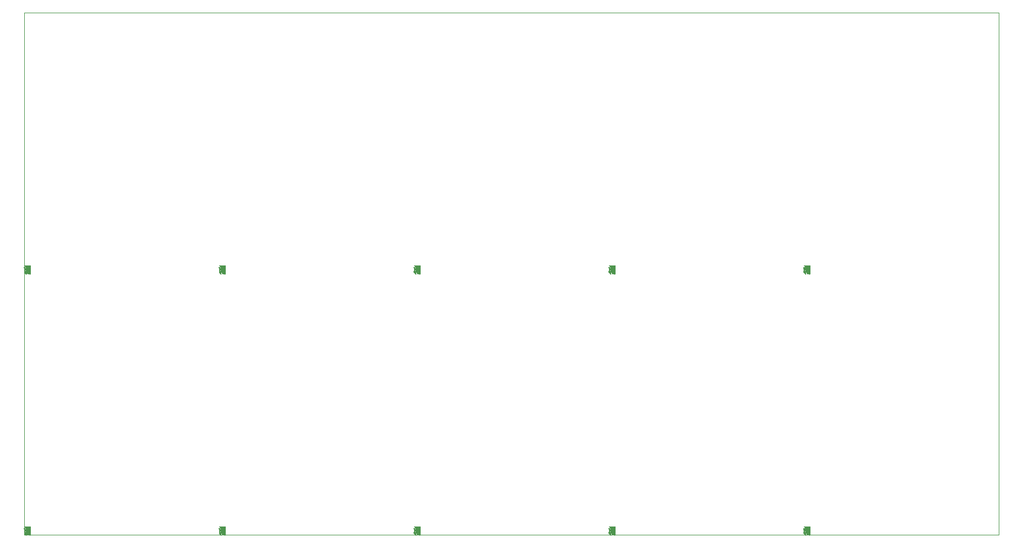
<source format=gbl>
G75*
G71*
%MOMM*%
%OFA0B0*%
%FSLAX53Y53*%
%IPPOS*%
%LPD*%
%ADD10R,0.06000X0.06000*%
%ADD14C,0.01180*%
%ADD16R,0.05120X0.06690*%
%ADD18C,0.01000*%
%ADD20R,0.03940X0.03150*%
%ADD23R,0.15000X0.15000*%
%ADD25C,0.01970*%
%ADD26C,0.03500*%
%ADD29R,0.03500X0.05500*%
%ADD34R,0.05500X0.03500*%
%ADD38C,0.01570*%
%ADD39R,0.01180X0.02560*%
%ADD40R,0.04880X0.03050*%
%ADD41C,0.23620*%
%ADD44R,0.09840X0.07090*%
%ADD47R,0.03600X0.07100*%
%ADD48R,0.01700X0.03200*%
%ADD49R,0.02600X0.06000*%
%ADD50R,0.15000X0.03400*%
%ADD51R,0.03300X0.03500*%
X0000000Y0000000D02*
D14*
G01*
X0000863Y0000540D02*
G01*
X0000804Y0000540D01*
G01*
X0000809Y0000514D02*
G01*
X0000807Y0000511D01*
G01*
X0000807Y0000511D02*
G01*
X0000804Y0000506D01*
G01*
X0000804Y0000506D02*
G01*
X0000804Y0000492D01*
G01*
X0000804Y0000492D02*
G01*
X0000807Y0000486D01*
G01*
X0000807Y0000486D02*
G01*
X0000809Y0000483D01*
G01*
X0000809Y0000483D02*
G01*
X0000815Y0000481D01*
G01*
X0000815Y0000481D02*
G01*
X0000821Y0000481D01*
G01*
X0000821Y0000481D02*
G01*
X0000829Y0000483D01*
G01*
X0000829Y0000483D02*
G01*
X0000863Y0000517D01*
G01*
X0000863Y0000517D02*
G01*
X0000863Y0000481D01*
G01*
X0000857Y0000422D02*
G01*
X0000860Y0000424D01*
G01*
X0000860Y0000424D02*
G01*
X0000863Y0000433D01*
G01*
X0000863Y0000433D02*
G01*
X0000863Y0000438D01*
G01*
X0000863Y0000438D02*
G01*
X0000860Y0000447D01*
G01*
X0000860Y0000447D02*
G01*
X0000854Y0000452D01*
G01*
X0000854Y0000452D02*
G01*
X0000849Y0000455D01*
G01*
X0000849Y0000455D02*
G01*
X0000837Y0000458D01*
G01*
X0000837Y0000458D02*
G01*
X0000829Y0000458D01*
G01*
X0000829Y0000458D02*
G01*
X0000818Y0000455D01*
G01*
X0000818Y0000455D02*
G01*
X0000812Y0000452D01*
G01*
X0000812Y0000452D02*
G01*
X0000807Y0000447D01*
G01*
X0000807Y0000447D02*
G01*
X0000804Y0000438D01*
G01*
X0000804Y0000438D02*
G01*
X0000804Y0000433D01*
G01*
X0000804Y0000433D02*
G01*
X0000807Y0000424D01*
G01*
X0000807Y0000424D02*
G01*
X0000809Y0000422D01*
G01*
X0000846Y0000399D02*
G01*
X0000846Y0000371D01*
G01*
X0000863Y0000405D02*
G01*
X0000804Y0000385D01*
G01*
X0000804Y0000385D02*
G01*
X0000863Y0000365D01*
G01*
X0000863Y0000346D02*
G01*
X0000804Y0000346D01*
G01*
X0000804Y0000346D02*
G01*
X0000804Y0000332D01*
G01*
X0000804Y0000332D02*
G01*
X0000807Y0000323D01*
G01*
X0000807Y0000323D02*
G01*
X0000812Y0000317D01*
G01*
X0000812Y0000317D02*
G01*
X0000818Y0000315D01*
G01*
X0000818Y0000315D02*
G01*
X0000829Y0000312D01*
G01*
X0000829Y0000312D02*
G01*
X0000837Y0000312D01*
G01*
X0000837Y0000312D02*
G01*
X0000849Y0000315D01*
G01*
X0000849Y0000315D02*
G01*
X0000854Y0000317D01*
G01*
X0000854Y0000317D02*
G01*
X0000860Y0000323D01*
G01*
X0000860Y0000323D02*
G01*
X0000863Y0000332D01*
G01*
X0000863Y0000332D02*
G01*
X0000863Y0000346D01*
G01*
X0000857Y0000253D02*
G01*
X0000860Y0000256D01*
G01*
X0000860Y0000256D02*
G01*
X0000863Y0000264D01*
G01*
X0000863Y0000264D02*
G01*
X0000863Y0000270D01*
G01*
X0000863Y0000270D02*
G01*
X0000860Y0000278D01*
G01*
X0000860Y0000278D02*
G01*
X0000854Y0000284D01*
G01*
X0000854Y0000284D02*
G01*
X0000849Y0000287D01*
G01*
X0000849Y0000287D02*
G01*
X0000837Y0000289D01*
G01*
X0000837Y0000289D02*
G01*
X0000829Y0000289D01*
G01*
X0000829Y0000289D02*
G01*
X0000818Y0000287D01*
G01*
X0000818Y0000287D02*
G01*
X0000812Y0000284D01*
G01*
X0000812Y0000284D02*
G01*
X0000807Y0000278D01*
G01*
X0000807Y0000278D02*
G01*
X0000804Y0000270D01*
G01*
X0000804Y0000270D02*
G01*
X0000804Y0000264D01*
G01*
X0000804Y0000264D02*
G01*
X0000807Y0000256D01*
G01*
X0000807Y0000256D02*
G01*
X0000809Y0000253D01*
G01*
X0000804Y0000216D02*
G01*
X0000804Y0000211D01*
G01*
X0000804Y0000211D02*
G01*
X0000807Y0000205D01*
G01*
X0000807Y0000205D02*
G01*
X0000809Y0000202D01*
G01*
X0000809Y0000202D02*
G01*
X0000815Y0000199D01*
G01*
X0000815Y0000199D02*
G01*
X0000826Y0000197D01*
G01*
X0000826Y0000197D02*
G01*
X0000840Y0000197D01*
G01*
X0000840Y0000197D02*
G01*
X0000852Y0000199D01*
G01*
X0000852Y0000199D02*
G01*
X0000857Y0000202D01*
G01*
X0000857Y0000202D02*
G01*
X0000860Y0000205D01*
G01*
X0000860Y0000205D02*
G01*
X0000863Y0000211D01*
G01*
X0000863Y0000211D02*
G01*
X0000863Y0000216D01*
G01*
X0000863Y0000216D02*
G01*
X0000860Y0000222D01*
G01*
X0000860Y0000222D02*
G01*
X0000857Y0000225D01*
G01*
X0000857Y0000225D02*
G01*
X0000852Y0000227D01*
G01*
X0000852Y0000227D02*
G01*
X0000840Y0000230D01*
G01*
X0000840Y0000230D02*
G01*
X0000826Y0000230D01*
G01*
X0000826Y0000230D02*
G01*
X0000815Y0000227D01*
G01*
X0000815Y0000227D02*
G01*
X0000809Y0000225D01*
G01*
X0000809Y0000225D02*
G01*
X0000807Y0000222D01*
G01*
X0000807Y0000222D02*
G01*
X0000804Y0000216D01*
G01*
X0000863Y0000140D02*
G01*
X0000863Y0000174D01*
G01*
X0000863Y0000157D02*
G01*
X0000804Y0000157D01*
G01*
X0000804Y0000157D02*
G01*
X0000812Y0000163D01*
G01*
X0000812Y0000163D02*
G01*
X0000818Y0000168D01*
G01*
X0000818Y0000168D02*
G01*
X0000821Y0000174D01*
G01*
X0000846Y0000118D02*
G01*
X0000846Y0000090D01*
G01*
X0000863Y0000123D02*
G01*
X0000804Y0000104D01*
G01*
X0000804Y0000104D02*
G01*
X0000863Y0000084D01*
G01*
X0000773Y0000496D02*
G01*
X0000714Y0000496D01*
G01*
X0000714Y0000496D02*
G01*
X0000756Y0000476D01*
G01*
X0000756Y0000476D02*
G01*
X0000714Y0000457D01*
G01*
X0000714Y0000457D02*
G01*
X0000773Y0000457D01*
G01*
X0000773Y0000401D02*
G01*
X0000773Y0000429D01*
G01*
X0000773Y0000429D02*
G01*
X0000714Y0000429D01*
G01*
X0000756Y0000384D02*
G01*
X0000756Y0000356D01*
G01*
X0000773Y0000389D02*
G01*
X0000714Y0000370D01*
G01*
X0000714Y0000370D02*
G01*
X0000773Y0000350D01*
G01*
X0000742Y0000311D02*
G01*
X0000745Y0000302D01*
G01*
X0000745Y0000302D02*
G01*
X0000747Y0000299D01*
G01*
X0000747Y0000299D02*
G01*
X0000753Y0000297D01*
G01*
X0000753Y0000297D02*
G01*
X0000762Y0000297D01*
G01*
X0000762Y0000297D02*
G01*
X0000767Y0000299D01*
G01*
X0000767Y0000299D02*
G01*
X0000770Y0000302D01*
G01*
X0000770Y0000302D02*
G01*
X0000773Y0000308D01*
G01*
X0000773Y0000308D02*
G01*
X0000773Y0000330D01*
G01*
X0000773Y0000330D02*
G01*
X0000714Y0000330D01*
G01*
X0000714Y0000330D02*
G01*
X0000714Y0000311D01*
G01*
X0000714Y0000311D02*
G01*
X0000717Y0000305D01*
G01*
X0000717Y0000305D02*
G01*
X0000719Y0000302D01*
G01*
X0000719Y0000302D02*
G01*
X0000725Y0000299D01*
G01*
X0000725Y0000299D02*
G01*
X0000731Y0000299D01*
G01*
X0000731Y0000299D02*
G01*
X0000736Y0000302D01*
G01*
X0000736Y0000302D02*
G01*
X0000739Y0000305D01*
G01*
X0000739Y0000305D02*
G01*
X0000742Y0000311D01*
G01*
X0000742Y0000311D02*
G01*
X0000742Y0000330D01*
G01*
X0000767Y0000271D02*
G01*
X0000770Y0000268D01*
G01*
X0000770Y0000268D02*
G01*
X0000773Y0000271D01*
G01*
X0000773Y0000271D02*
G01*
X0000770Y0000274D01*
G01*
X0000770Y0000274D02*
G01*
X0000767Y0000271D01*
G01*
X0000767Y0000271D02*
G01*
X0000773Y0000271D01*
G01*
X0000767Y0000209D02*
G01*
X0000770Y0000212D01*
G01*
X0000770Y0000212D02*
G01*
X0000773Y0000221D01*
G01*
X0000773Y0000221D02*
G01*
X0000773Y0000226D01*
G01*
X0000773Y0000226D02*
G01*
X0000770Y0000235D01*
G01*
X0000770Y0000235D02*
G01*
X0000764Y0000240D01*
G01*
X0000764Y0000240D02*
G01*
X0000759Y0000243D01*
G01*
X0000759Y0000243D02*
G01*
X0000747Y0000246D01*
G01*
X0000747Y0000246D02*
G01*
X0000739Y0000246D01*
G01*
X0000739Y0000246D02*
G01*
X0000728Y0000243D01*
G01*
X0000728Y0000243D02*
G01*
X0000722Y0000240D01*
G01*
X0000722Y0000240D02*
G01*
X0000717Y0000235D01*
G01*
X0000717Y0000235D02*
G01*
X0000714Y0000226D01*
G01*
X0000714Y0000226D02*
G01*
X0000714Y0000221D01*
G01*
X0000714Y0000221D02*
G01*
X0000717Y0000212D01*
G01*
X0000717Y0000212D02*
G01*
X0000719Y0000209D01*
G01*
X0000714Y0000190D02*
G01*
X0000714Y0000150D01*
G01*
X0000714Y0000150D02*
G01*
X0000773Y0000190D01*
G01*
X0000773Y0000190D02*
G01*
X0000773Y0000150D01*
D29*
G01*
X0000644Y0000386D03*
G01*
X0000569Y0000386D03*
G01*
X0000164Y0000386D03*
G01*
X0000089Y0000386D03*
D34*
G01*
X0000596Y0000734D03*
G01*
X0000596Y0000659D03*
G01*
X0000496Y0000734D03*
G01*
X0000496Y0000659D03*
D44*
G01*
X0000145Y0000556D03*
G01*
D47*
X0000018Y0000556D03*
D44*
D16*
G01*
X0000435Y0000476D03*
G01*
X0000297Y0000476D03*
G01*
X0000297Y0000586D03*
G01*
X0000435Y0000586D03*
D20*
G01*
X0000084Y0000886D03*
G01*
D48*
X0000009Y0000924D03*
D20*
G01*
D48*
X0000009Y0000849D03*
D20*
D10*
G01*
G01*
D49*
X0000013Y0000356D03*
D10*
G01*
G01*
D49*
X0000013Y0000256D03*
D10*
G01*
G01*
D49*
X0000013Y0000156D03*
D10*
G01*
X0000636Y0000576D03*
G01*
X0000536Y0000576D03*
G01*
X0000786Y0000806D03*
G01*
X0000686Y0000806D03*
G01*
X0000786Y0000906D03*
G01*
X0000686Y0000906D03*
G01*
X0000546Y0001194D03*
G01*
X0000546Y0001094D03*
G01*
X0000446Y0001194D03*
G01*
X0000446Y0001094D03*
G01*
X0000346Y0001194D03*
G01*
X0000346Y0001094D03*
G01*
X0000246Y0001194D03*
G01*
X0000246Y0001094D03*
G01*
X0000146Y0001194D03*
G01*
X0000146Y0001094D03*
D41*
G01*
G01*
G01*
X0000746Y0001146D03*
G01*
D23*
G01*
D50*
X0000466Y0000017D03*
D23*
G01*
X0000466Y0000156D03*
G01*
D50*
X0000266Y0000017D03*
D23*
G01*
X0000266Y0000156D03*
D34*
G01*
X0000466Y0000384D03*
G01*
X0000466Y0000309D03*
G01*
X0000266Y0000384D03*
G01*
X0000266Y0000309D03*
G01*
D51*
X0000017Y0000744D03*
D34*
G01*
D51*
X0000017Y0000669D03*
D34*
D29*
G01*
X0000444Y0000966D03*
G01*
X0000369Y0000966D03*
G01*
X0000231Y0000966D03*
G01*
X0000306Y0000966D03*
D39*
G01*
X0000393Y0000715D03*
G01*
X0000373Y0000715D03*
G01*
X0000354Y0000715D03*
G01*
X0000334Y0000715D03*
G01*
X0000314Y0000715D03*
G01*
X0000314Y0000837D03*
G01*
X0000334Y0000837D03*
G01*
X0000354Y0000837D03*
G01*
X0000373Y0000837D03*
G01*
X0000393Y0000837D03*
D40*
G01*
X0000329Y0000791D03*
G01*
X0000378Y0000791D03*
G01*
X0000329Y0000761D03*
G01*
X0000378Y0000761D03*
D10*
G01*
G01*
G01*
G01*
X0000586Y0000806D03*
G01*
X0000586Y0000906D03*
D34*
G01*
G01*
D29*
G01*
G01*
G01*
X0000159Y0000676D03*
G01*
X0000084Y0000676D03*
D34*
G01*
X0000116Y0000109D03*
G01*
X0000116Y0000184D03*
G01*
X0000116Y0000754D03*
G01*
X0000116Y0000829D03*
D29*
G01*
X0000089Y0000296D03*
G01*
X0000164Y0000296D03*
D26*
G01*
X0000051Y0000979D03*
G01*
X0000366Y0000659D03*
G01*
X0000441Y0000836D03*
G01*
X0000549Y0000693D03*
D18*
G01*
X0000354Y0000837D02*
G01*
X0000354Y0000816D01*
G01*
X0000354Y0000816D02*
G01*
X0000329Y0000791D01*
G01*
X0000354Y0000816D02*
G01*
X0000378Y0000791D01*
D38*
G01*
X0000146Y0001194D02*
G01*
X0000146Y0001094D01*
G01*
X0000546Y0001194D02*
G01*
X0000546Y0001094D01*
D25*
G01*
X0000466Y0000384D02*
G01*
X0000566Y0000384D01*
G01*
X0000566Y0000384D02*
G01*
X0000569Y0000386D01*
G01*
X0000435Y0000476D02*
G01*
X0000435Y0000586D01*
G01*
X0000466Y0000384D02*
G01*
X0000466Y0000445D01*
G01*
X0000466Y0000445D02*
G01*
X0000435Y0000476D01*
D14*
G01*
X0000334Y0000644D02*
G01*
X0000334Y0000685D01*
G01*
X0000392Y0000586D02*
G01*
X0000334Y0000644D01*
G01*
X0000435Y0000586D02*
G01*
X0000392Y0000586D01*
D18*
G01*
X0000334Y0000715D02*
G01*
X0000334Y0000685D01*
D25*
G01*
X0000164Y0000386D02*
G01*
X0000264Y0000386D01*
G01*
X0000264Y0000386D02*
G01*
X0000266Y0000384D01*
D18*
G01*
X0000314Y0000603D02*
G01*
X0000297Y0000586D01*
D25*
G01*
X0000297Y0000476D02*
G01*
X0000297Y0000586D01*
G01*
X0000266Y0000384D02*
G01*
X0000266Y0000445D01*
G01*
X0000266Y0000445D02*
G01*
X0000297Y0000476D01*
D14*
G01*
X0000314Y0000648D02*
G01*
X0000314Y0000691D01*
G01*
X0000297Y0000631D02*
G01*
X0000314Y0000648D01*
G01*
X0000297Y0000586D02*
G01*
X0000297Y0000631D01*
D18*
G01*
X0000314Y0000703D02*
G01*
X0000314Y0000703D01*
G01*
X0000314Y0000703D02*
G01*
X0000314Y0000691D01*
G01*
X0000314Y0000715D02*
G01*
X0000314Y0000703D01*
D25*
G01*
X0000006Y0000669D02*
G01*
X0000082Y0000669D01*
G01*
G01*
G01*
G01*
X0000000Y0000675D02*
X0000006Y0000669D01*
G01*
G01*
G01*
G01*
G01*
X0000051Y0000979D02*
G01*
X0000000Y0000979D01*
X-000007Y0000979D02*
G01*
G01*
G01*
G01*
G01*
G01*
G01*
G01*
G01*
G01*
D38*
G01*
X0000346Y0001194D02*
G01*
X0000346Y0001094D01*
G01*
X0000369Y0000966D02*
G01*
X0000306Y0000966D01*
G01*
X0000369Y0001071D02*
G01*
X0000346Y0001094D01*
G01*
X0000369Y0000966D02*
G01*
X0000369Y0001071D01*
G01*
X0000786Y0000806D02*
G01*
X0000786Y0000906D01*
D18*
G01*
X0000373Y0000696D02*
G01*
X0000389Y0000681D01*
G01*
X0000373Y0000715D02*
G01*
X0000373Y0000696D01*
G01*
X0000389Y0000681D02*
G01*
X0000411Y0000681D01*
D14*
G01*
X0000434Y0000659D02*
G01*
X0000496Y0000659D01*
G01*
X0000411Y0000681D02*
G01*
X0000434Y0000659D01*
D38*
G01*
X0000639Y0000659D02*
G01*
X0000596Y0000659D01*
G01*
X0000684Y0000659D02*
G01*
X0000639Y0000659D01*
G01*
X0000786Y0000760D02*
G01*
X0000684Y0000659D01*
G01*
X0000786Y0000806D02*
G01*
X0000786Y0000760D01*
G01*
X0000596Y0000659D02*
G01*
X0000496Y0000659D01*
D25*
G01*
G01*
G01*
G01*
D18*
G01*
X0000354Y0000671D02*
G01*
X0000366Y0000659D01*
G01*
X0000354Y0000715D02*
G01*
X0000354Y0000671D01*
D14*
G01*
X0000686Y0000806D02*
G01*
X0000679Y0000806D01*
G01*
X0000394Y0000836D02*
G01*
X0000393Y0000837D01*
G01*
X0000441Y0000836D02*
G01*
X0000394Y0000836D01*
D18*
G01*
X0000373Y0000837D02*
G01*
X0000373Y0000863D01*
D14*
G01*
X0000686Y0000864D02*
G01*
X0000686Y0000906D01*
G01*
X0000684Y0000862D02*
G01*
X0000686Y0000864D01*
G01*
X0000535Y0000862D02*
G01*
X0000684Y0000862D01*
G01*
X0000506Y0000891D02*
G01*
X0000535Y0000862D01*
G01*
X0000393Y0000891D02*
G01*
X0000506Y0000891D01*
G01*
X0000373Y0000871D02*
G01*
X0000393Y0000891D01*
G01*
X0000373Y0000863D02*
G01*
X0000373Y0000871D01*
D18*
G01*
X0000334Y0000837D02*
G01*
X0000334Y0000860D01*
D38*
G01*
X0000446Y0001194D02*
G01*
X0000446Y0001094D01*
G01*
X0000444Y0001091D02*
G01*
X0000446Y0001094D01*
G01*
X0000444Y0000966D02*
G01*
X0000444Y0001091D01*
D14*
G01*
X0000416Y0000929D02*
G01*
X0000403Y0000929D01*
G01*
X0000444Y0000956D02*
G01*
X0000416Y0000929D01*
G01*
X0000444Y0000966D02*
G01*
X0000444Y0000956D01*
G01*
X0000403Y0000929D02*
G01*
X0000338Y0000864D01*
D18*
G01*
X0000334Y0000860D02*
G01*
X0000338Y0000864D01*
G01*
X0000314Y0000837D02*
G01*
X0000314Y0000883D01*
D38*
G01*
X0000246Y0001194D02*
G01*
X0000246Y0001094D01*
G01*
X0000231Y0001079D02*
G01*
X0000246Y0001094D01*
G01*
X0000231Y0000966D02*
G01*
X0000231Y0001079D01*
D14*
G01*
X0000231Y0000956D02*
G01*
X0000259Y0000929D01*
G01*
X0000231Y0000966D02*
G01*
X0000231Y0000956D01*
G01*
X0000269Y0000929D02*
G01*
X0000314Y0000883D01*
G01*
X0000259Y0000929D02*
G01*
X0000269Y0000929D01*
D25*
G01*
X0000466Y0000156D02*
G01*
X0000466Y0000309D01*
G01*
G01*
X0000466Y0000000D02*
X0000466Y0000054D01*
G01*
X0000466Y0000054D02*
G01*
X0000466Y0000156D01*
G01*
X0000266Y0000156D02*
G01*
X0000266Y0000309D01*
G01*
G01*
X0000266Y0000000D02*
X0000266Y0000054D01*
G01*
X0000266Y0000054D02*
G01*
X0000266Y0000156D01*
G01*
X0000176Y0000309D02*
G01*
X0000164Y0000296D01*
G01*
X0000266Y0000309D02*
G01*
X0000176Y0000309D01*
G01*
G01*
G01*
G01*
G01*
G01*
G01*
G01*
G01*
G01*
G01*
G01*
G01*
G01*
G01*
G01*
G01*
G01*
G01*
G01*
G01*
G01*
G01*
G01*
G01*
G01*
G01*
G01*
G01*
G01*
G01*
X0000044Y0000256D02*
G01*
X0000116Y0000184D01*
G01*
G01*
X0000000Y0000256D02*
X0000044Y0000256D01*
D14*
G01*
X0000549Y0000693D02*
G01*
X0000525Y0000693D01*
G01*
X0000393Y0000715D02*
G01*
X0000393Y0000715D01*
G01*
X0000407Y0000701D02*
G01*
X0000393Y0000715D01*
G01*
X0000516Y0000701D02*
G01*
X0000407Y0000701D01*
G01*
X0000525Y0000693D02*
G01*
X0000516Y0000701D01*
D25*
G01*
G01*
X0000000Y0000849D02*
X0000086Y0000849D01*
G01*
X0000086Y0000849D02*
G01*
X0000111Y0000823D01*
D38*
G01*
X0000002Y0000849D02*
G01*
X0000000Y0000849D01*
X-000002Y0000849D02*
D25*
G01*
X0000006Y0000840D02*
G01*
X0000000Y0000847D01*
X-000002Y0000849D02*
G01*
X0000006Y0000744D02*
G01*
X0000006Y0000840D01*
G01*
G01*
G01*
G01*
G01*
G01*
D18*
G36*
G01*
G01*
G01*
X0000908Y0000000D02*
X0000908Y0000048D01*
G01*
X0000908Y0000585D01*
G01*
X0000842Y0000585D01*
G01*
X0000842Y0000776D01*
G01*
X0000842Y0000836D01*
G01*
X0000840Y0000846D01*
G01*
X0000834Y0000854D01*
G01*
X0000831Y0000856D01*
G01*
X0000834Y0000858D01*
G01*
X0000840Y0000866D01*
G01*
X0000842Y0000876D01*
G01*
X0000842Y0000936D01*
G01*
X0000840Y0000946D01*
G01*
X0000834Y0000954D01*
G01*
X0000826Y0000960D01*
G01*
X0000816Y0000962D01*
G01*
X0000756Y0000962D01*
G01*
X0000747Y0000960D01*
G01*
X0000738Y0000954D01*
G01*
X0000736Y0000951D01*
G01*
X0000734Y0000954D01*
G01*
X0000726Y0000960D01*
G01*
X0000716Y0000962D01*
G01*
X0000656Y0000962D01*
G01*
X0000647Y0000960D01*
G01*
X0000638Y0000954D01*
G01*
X0000633Y0000946D01*
G01*
X0000631Y0000936D01*
G01*
X0000631Y0000893D01*
G01*
X0000548Y0000893D01*
G01*
X0000528Y0000913D01*
G01*
X0000518Y0000920D01*
G01*
X0000506Y0000922D01*
G01*
X0000480Y0000922D01*
G01*
X0000485Y0000929D01*
G01*
X0000487Y0000939D01*
G01*
X0000487Y0000994D01*
G01*
X0000485Y0001003D01*
G01*
X0000479Y0001011D01*
G01*
X0000476Y0001013D01*
G01*
X0000476Y0001038D01*
G01*
X0000486Y0001040D01*
G01*
X0000494Y0001045D01*
G01*
X0000500Y0001054D01*
G01*
X0000502Y0001064D01*
G01*
X0000502Y0001124D01*
G01*
X0000500Y0001133D01*
G01*
X0000494Y0001141D01*
G01*
X0000491Y0001144D01*
G01*
X0000494Y0001145D01*
G01*
X0000500Y0001154D01*
G01*
X0000502Y0001164D01*
G01*
X0000502Y0001224D01*
G01*
X0000500Y0001233D01*
G01*
X0000494Y0001241D01*
G01*
X0000486Y0001247D01*
G01*
X0000476Y0001249D01*
G01*
X0000416Y0001249D01*
G01*
X0000407Y0001247D01*
G01*
X0000398Y0001242D01*
G01*
X0000396Y0001239D01*
G01*
X0000394Y0001241D01*
G01*
X0000386Y0001247D01*
G01*
X0000376Y0001249D01*
G01*
X0000316Y0001249D01*
G01*
X0000307Y0001247D01*
G01*
X0000298Y0001242D01*
G01*
X0000296Y0001239D01*
G01*
X0000294Y0001241D01*
G01*
X0000286Y0001247D01*
G01*
X0000276Y0001249D01*
G01*
X0000216Y0001249D01*
G01*
X0000207Y0001247D01*
G01*
X0000198Y0001242D01*
G01*
X0000193Y0001233D01*
G01*
X0000191Y0001224D01*
G01*
X0000191Y0001164D01*
G01*
X0000192Y0001154D01*
G01*
X0000198Y0001146D01*
G01*
X0000201Y0001144D01*
G01*
X0000198Y0001142D01*
G01*
X0000193Y0001133D01*
G01*
X0000191Y0001124D01*
G01*
X0000191Y0001064D01*
G01*
X0000192Y0001054D01*
G01*
X0000198Y0001046D01*
G01*
X0000198Y0001045D01*
G01*
X0000198Y0001013D01*
G01*
X0000196Y0001012D01*
G01*
X0000190Y0001003D01*
G01*
X0000188Y0000994D01*
G01*
X0000188Y0000939D01*
G01*
X0000190Y0000929D01*
G01*
X0000195Y0000921D01*
G01*
X0000204Y0000915D01*
G01*
X0000214Y0000913D01*
G01*
X0000230Y0000913D01*
G01*
X0000237Y0000907D01*
G01*
X0000247Y0000900D01*
G01*
X0000247Y0000900D01*
G01*
X0000255Y0000898D01*
G01*
X0000284Y0000869D01*
G01*
X0000284Y0000857D01*
G01*
X0000283Y0000850D01*
G01*
X0000283Y0000824D01*
G01*
X0000285Y0000815D01*
G01*
X0000290Y0000806D01*
G01*
X0000298Y0000801D01*
G01*
X0000308Y0000799D01*
G01*
X0000320Y0000799D01*
G01*
X0000324Y0000800D01*
G01*
X0000328Y0000799D01*
G01*
X0000340Y0000799D01*
G01*
X0000349Y0000801D01*
G01*
X0000354Y0000803D01*
G01*
X0000358Y0000801D01*
G01*
X0000367Y0000799D01*
G01*
X0000379Y0000799D01*
G01*
X0000383Y0000800D01*
G01*
X0000387Y0000799D01*
G01*
X0000399Y0000799D01*
G01*
X0000408Y0000801D01*
G01*
X0000413Y0000804D01*
G01*
X0000417Y0000800D01*
G01*
X0000433Y0000794D01*
G01*
X0000449Y0000794D01*
G01*
X0000465Y0000800D01*
G01*
X0000477Y0000812D01*
G01*
X0000484Y0000828D01*
G01*
X0000484Y0000844D01*
G01*
X0000477Y0000860D01*
G01*
X0000477Y0000860D01*
G01*
X0000493Y0000860D01*
G01*
X0000513Y0000840D01*
G01*
X0000513Y0000840D01*
G01*
X0000513Y0000840D01*
G01*
X0000523Y0000834D01*
G01*
X0000535Y0000831D01*
G01*
X0000535Y0000831D01*
G01*
X0000535Y0000831D01*
G01*
X0000631Y0000831D01*
G01*
X0000631Y0000776D01*
G01*
X0000632Y0000767D01*
G01*
X0000638Y0000758D01*
G01*
X0000646Y0000753D01*
G01*
X0000656Y0000751D01*
G01*
X0000716Y0000751D01*
G01*
X0000726Y0000752D01*
G01*
X0000734Y0000758D01*
G01*
X0000736Y0000761D01*
G01*
X0000738Y0000758D01*
G01*
X0000671Y0000691D01*
G01*
X0000643Y0000691D01*
G01*
X0000642Y0000694D01*
G01*
X0000633Y0000700D01*
G01*
X0000624Y0000702D01*
G01*
X0000592Y0000702D01*
G01*
X0000585Y0000717D01*
G01*
X0000573Y0000729D01*
G01*
X0000558Y0000735D01*
G01*
X0000541Y0000735D01*
G01*
X0000527Y0000729D01*
G01*
X0000516Y0000732D01*
G01*
X0000424Y0000732D01*
G01*
X0000422Y0000737D01*
G01*
X0000417Y0000746D01*
G01*
X0000409Y0000751D01*
G01*
X0000399Y0000753D01*
G01*
X0000387Y0000753D01*
G01*
X0000383Y0000753D01*
G01*
X0000379Y0000753D01*
G01*
X0000367Y0000753D01*
G01*
X0000363Y0000753D01*
G01*
X0000359Y0000753D01*
G01*
X0000348Y0000753D01*
G01*
X0000344Y0000753D01*
G01*
X0000340Y0000753D01*
G01*
X0000328Y0000753D01*
G01*
X0000324Y0000753D01*
G01*
X0000320Y0000753D01*
G01*
X0000308Y0000753D01*
G01*
X0000299Y0000751D01*
G01*
X0000290Y0000746D01*
G01*
X0000285Y0000738D01*
G01*
X0000283Y0000728D01*
G01*
X0000283Y0000702D01*
G01*
X0000284Y0000695D01*
G01*
X0000283Y0000691D01*
G01*
X0000283Y0000661D01*
G01*
X0000275Y0000653D01*
G01*
X0000270Y0000645D01*
G01*
X0000262Y0000643D01*
G01*
X0000254Y0000638D01*
G01*
X0000248Y0000629D01*
G01*
X0000246Y0000620D01*
G01*
X0000246Y0000553D01*
G01*
X0000248Y0000543D01*
G01*
X0000253Y0000535D01*
G01*
X0000259Y0000531D01*
G01*
X0000254Y0000528D01*
G01*
X0000248Y0000519D01*
G01*
X0000246Y0000510D01*
G01*
X0000246Y0000474D01*
G01*
X0000241Y0000470D01*
G01*
X0000234Y0000458D01*
G01*
X0000233Y0000456D01*
G01*
X0000231Y0000445D01*
G01*
X0000231Y0000445D01*
G01*
X0000231Y0000425D01*
G01*
X0000229Y0000425D01*
G01*
X0000223Y0000421D01*
G01*
X0000205Y0000421D01*
G01*
X0000205Y0000423D01*
G01*
X0000199Y0000431D01*
G01*
X0000191Y0000437D01*
G01*
X0000181Y0000439D01*
G01*
X0000146Y0000439D01*
G01*
X0000137Y0000437D01*
G01*
X0000128Y0000432D01*
G01*
X0000123Y0000423D01*
G01*
X0000121Y0000414D01*
G01*
X0000121Y0000359D01*
G01*
X0000122Y0000349D01*
G01*
X0000128Y0000341D01*
G01*
X0000123Y0000333D01*
G01*
X0000121Y0000324D01*
G01*
X0000121Y0000269D01*
G01*
X0000122Y0000259D01*
G01*
X0000128Y0000251D01*
G01*
X0000136Y0000245D01*
G01*
X0000146Y0000243D01*
G01*
X0000169Y0000243D01*
G01*
X0000168Y0000241D01*
G01*
X0000166Y0000231D01*
G01*
X0000166Y0000213D01*
G01*
X0000162Y0000219D01*
G01*
X0000153Y0000225D01*
G01*
X0000144Y0000227D01*
G01*
X0000122Y0000227D01*
G01*
X0000068Y0000281D01*
G01*
X0000057Y0000288D01*
G01*
X0000055Y0000289D01*
G01*
X0000051Y0000289D01*
G01*
X0000050Y0000296D01*
G01*
X0000044Y0000304D01*
G01*
X0000036Y0000310D01*
G01*
X0000026Y0000312D01*
G01*
X0000000Y0000312D01*
X-000034Y0000312D02*
G01*
G01*
G01*
G01*
G01*
G01*
G01*
G01*
G01*
G01*
G01*
G01*
G01*
G01*
G01*
G01*
G01*
G01*
G01*
G01*
G01*
X0000000Y0000495D02*
X0000037Y0000495D01*
G01*
X0000046Y0000497D01*
G01*
X0000054Y0000502D01*
G01*
X0000060Y0000511D01*
G01*
X0000062Y0000521D01*
G01*
X0000062Y0000592D01*
G01*
X0000060Y0000601D01*
G01*
X0000055Y0000609D01*
G01*
X0000046Y0000615D01*
G01*
X0000037Y0000617D01*
G01*
X0000000Y0000617D01*
X-000062Y0000617D02*
G01*
G01*
G01*
G01*
G01*
G01*
G01*
G01*
G01*
G01*
G01*
G01*
G01*
G01*
G01*
G01*
G01*
G01*
G01*
G01*
X0000000Y0000626D02*
X0000034Y0000626D01*
G01*
X0000043Y0000627D01*
G01*
X0000048Y0000631D01*
G01*
X0000056Y0000625D01*
G01*
X0000066Y0000623D01*
G01*
X0000101Y0000623D01*
G01*
X0000111Y0000625D01*
G01*
X0000119Y0000630D01*
G01*
X0000125Y0000639D01*
G01*
X0000127Y0000649D01*
G01*
X0000127Y0000704D01*
G01*
X0000125Y0000713D01*
G01*
X0000119Y0000721D01*
G01*
X0000111Y0000727D01*
G01*
X0000101Y0000729D01*
G01*
X0000066Y0000729D01*
G01*
X0000059Y0000728D01*
G01*
X0000059Y0000761D01*
G01*
X0000057Y0000771D01*
G01*
X0000052Y0000779D01*
G01*
X0000043Y0000785D01*
G01*
X0000041Y0000785D01*
G01*
X0000041Y0000814D01*
G01*
X0000063Y0000814D01*
G01*
X0000063Y0000811D01*
G01*
X0000065Y0000802D01*
G01*
X0000070Y0000793D01*
G01*
X0000079Y0000788D01*
G01*
X0000089Y0000786D01*
G01*
X0000144Y0000786D01*
G01*
X0000153Y0000787D01*
G01*
X0000161Y0000793D01*
G01*
X0000167Y0000801D01*
G01*
X0000169Y0000811D01*
G01*
X0000169Y0000846D01*
G01*
X0000167Y0000856D01*
G01*
X0000162Y0000864D01*
G01*
X0000153Y0000870D01*
G01*
X0000144Y0000872D01*
G01*
X0000112Y0000872D01*
G01*
X0000110Y0000873D01*
G01*
X0000099Y0000881D01*
G01*
X0000097Y0000881D01*
G01*
X0000086Y0000883D01*
G01*
X0000086Y0000883D01*
G01*
X0000034Y0000883D01*
G01*
X0000027Y0000888D01*
G01*
X0000017Y0000890D01*
G01*
X0000000Y0000890D01*
X-000021Y0000890D02*
G01*
G01*
G01*
G01*
X0000000Y0000944D02*
X0000026Y0000944D01*
G01*
X0000027Y0000943D01*
G01*
X0000043Y0000936D01*
G01*
X0000060Y0000936D01*
G01*
X0000076Y0000943D01*
G01*
X0000087Y0000955D01*
G01*
X0000094Y0000970D01*
G01*
X0000094Y0000987D01*
G01*
X0000088Y0001003D01*
G01*
X0000076Y0001015D01*
G01*
X0000060Y0001021D01*
G01*
X0000043Y0001021D01*
G01*
X0000027Y0001015D01*
G01*
X0000026Y0001014D01*
G01*
X0000000Y0001014D01*
X-000007Y0001014D02*
G01*
G01*
G01*
G01*
G01*
G01*
G01*
G01*
G01*
G01*
G01*
G01*
G01*
G01*
G01*
G01*
G01*
G01*
G01*
G01*
G01*
G01*
G01*
G01*
G01*
G01*
G01*
G01*
G01*
G01*
G01*
G01*
G01*
G01*
G01*
G01*
G01*
G01*
G01*
G01*
G01*
G01*
G01*
G01*
G01*
G01*
G01*
G01*
G01*
G01*
G01*
G01*
G01*
G01*
G01*
G01*
G01*
G01*
G01*
G01*
G01*
G01*
G01*
G01*
G01*
G01*
G01*
G01*
G01*
G01*
G01*
G01*
G01*
G01*
G01*
G01*
G01*
G01*
G01*
G01*
G01*
X0000000Y0000201D02*
X0000026Y0000201D01*
G01*
X0000036Y0000202D01*
G01*
X0000043Y0000207D01*
G01*
X0000063Y0000187D01*
G01*
X0000063Y0000166D01*
G01*
X0000065Y0000157D01*
G01*
X0000070Y0000148D01*
G01*
X0000079Y0000143D01*
G01*
X0000089Y0000141D01*
G01*
X0000144Y0000141D01*
G01*
X0000153Y0000142D01*
G01*
X0000161Y0000148D01*
G01*
X0000166Y0000154D01*
G01*
X0000166Y0000081D01*
G01*
X0000167Y0000072D01*
G01*
X0000173Y0000063D01*
G01*
X0000181Y0000058D01*
G01*
X0000173Y0000052D01*
G01*
X0000168Y0000044D01*
G01*
X0000166Y0000034D01*
G01*
X0000166Y0000000D01*
X0000166Y-000116D02*
G01*
G01*
G01*
G01*
G01*
G01*
G01*
G01*
G01*
G01*
G01*
G01*
G01*
G01*
G01*
G01*
G01*
G01*
G01*
X0000567Y0000000D02*
X0000567Y0000034D01*
G01*
X0000565Y0000044D01*
G01*
X0000559Y0000052D01*
G01*
X0000551Y0000058D01*
G01*
X0000559Y0000063D01*
G01*
X0000565Y0000071D01*
G01*
X0000567Y0000081D01*
G01*
X0000567Y0000231D01*
G01*
X0000565Y0000241D01*
G01*
X0000559Y0000249D01*
G01*
X0000551Y0000255D01*
G01*
X0000541Y0000257D01*
G01*
X0000501Y0000257D01*
G01*
X0000501Y0000267D01*
G01*
X0000503Y0000267D01*
G01*
X0000511Y0000273D01*
G01*
X0000517Y0000281D01*
G01*
X0000519Y0000291D01*
G01*
X0000519Y0000326D01*
G01*
X0000517Y0000336D01*
G01*
X0000512Y0000344D01*
G01*
X0000509Y0000346D01*
G01*
X0000511Y0000348D01*
G01*
X0000512Y0000349D01*
G01*
X0000528Y0000349D01*
G01*
X0000533Y0000341D01*
G01*
X0000541Y0000335D01*
G01*
X0000551Y0000333D01*
G01*
X0000586Y0000333D01*
G01*
X0000596Y0000335D01*
G01*
X0000604Y0000340D01*
G01*
X0000610Y0000349D01*
G01*
X0000612Y0000359D01*
G01*
X0000612Y0000414D01*
G01*
X0000610Y0000423D01*
G01*
X0000604Y0000431D01*
G01*
X0000596Y0000437D01*
G01*
X0000586Y0000439D01*
G01*
X0000551Y0000439D01*
G01*
X0000542Y0000437D01*
G01*
X0000533Y0000432D01*
G01*
X0000528Y0000423D01*
G01*
X0000527Y0000418D01*
G01*
X0000512Y0000418D01*
G01*
X0000512Y0000419D01*
G01*
X0000503Y0000425D01*
G01*
X0000501Y0000425D01*
G01*
X0000501Y0000445D01*
G01*
X0000501Y0000445D01*
G01*
X0000501Y0000445D01*
G01*
X0000499Y0000456D01*
G01*
X0000498Y0000458D01*
G01*
X0000498Y0000458D01*
G01*
X0000491Y0000470D01*
G01*
X0000491Y0000470D01*
G01*
X0000491Y0000470D01*
G01*
X0000486Y0000474D01*
G01*
X0000486Y0000510D01*
G01*
X0000484Y0000519D01*
G01*
X0000479Y0000527D01*
G01*
X0000473Y0000531D01*
G01*
X0000478Y0000534D01*
G01*
X0000482Y0000539D01*
G01*
X0000482Y0000537D01*
G01*
X0000488Y0000528D01*
G01*
X0000496Y0000523D01*
G01*
X0000506Y0000521D01*
G01*
X0000566Y0000521D01*
G01*
X0000576Y0000522D01*
G01*
X0000584Y0000528D01*
G01*
X0000590Y0000536D01*
G01*
X0000592Y0000546D01*
G01*
X0000592Y0000606D01*
G01*
X0000590Y0000616D01*
G01*
X0000624Y0000616D01*
G01*
X0000633Y0000617D01*
G01*
X0000641Y0000623D01*
G01*
X0000643Y0000626D01*
G01*
X0000684Y0000626D01*
G01*
X0000697Y0000628D01*
G01*
X0000697Y0000628D01*
G01*
X0000708Y0000635D01*
G01*
X0000809Y0000737D01*
G01*
X0000816Y0000748D01*
G01*
X0000816Y0000748D01*
G01*
X0000817Y0000751D01*
G01*
X0000826Y0000752D01*
G01*
X0000834Y0000758D01*
G01*
X0000840Y0000766D01*
G01*
X0000842Y0000776D01*
G01*
X0000842Y0000585D01*
G01*
X0000752Y0000585D01*
G01*
X0000752Y0000541D01*
G01*
X0000662Y0000541D01*
G01*
X0000662Y0000111D01*
G01*
X0000752Y0000111D01*
G01*
X0000752Y0000048D01*
G01*
X0000908Y0000048D01*
G01*
X0000908Y0000000D01*
X0000908Y-000217D02*
G01*
G01*
G01*
X0000000Y0001309D02*
X0000909Y0001309D01*
G01*
X0000909Y0000000D01*
X0000909Y-000217D02*
G01*
G37*
G01*
G01*
G01*
G01*
X0000908Y0000000D02*
X0000908Y0000048D01*
G01*
X0000908Y0000048D02*
G01*
X0000908Y0000585D01*
G01*
X0000908Y0000585D02*
G01*
X0000842Y0000585D01*
G01*
X0000842Y0000585D02*
G01*
X0000842Y0000776D01*
G01*
X0000842Y0000776D02*
G01*
X0000842Y0000836D01*
G01*
X0000842Y0000836D02*
G01*
X0000840Y0000846D01*
G01*
X0000840Y0000846D02*
G01*
X0000834Y0000854D01*
G01*
X0000834Y0000854D02*
G01*
X0000831Y0000856D01*
G01*
X0000831Y0000856D02*
G01*
X0000834Y0000858D01*
G01*
X0000834Y0000858D02*
G01*
X0000840Y0000866D01*
G01*
X0000840Y0000866D02*
G01*
X0000842Y0000876D01*
G01*
X0000842Y0000876D02*
G01*
X0000842Y0000936D01*
G01*
X0000842Y0000936D02*
G01*
X0000840Y0000946D01*
G01*
X0000840Y0000946D02*
G01*
X0000834Y0000954D01*
G01*
X0000834Y0000954D02*
G01*
X0000826Y0000960D01*
G01*
X0000826Y0000960D02*
G01*
X0000816Y0000962D01*
G01*
X0000816Y0000962D02*
G01*
X0000756Y0000962D01*
G01*
X0000756Y0000962D02*
G01*
X0000747Y0000960D01*
G01*
X0000747Y0000960D02*
G01*
X0000738Y0000954D01*
G01*
X0000738Y0000954D02*
G01*
X0000736Y0000951D01*
G01*
X0000736Y0000951D02*
G01*
X0000734Y0000954D01*
G01*
X0000734Y0000954D02*
G01*
X0000726Y0000960D01*
G01*
X0000726Y0000960D02*
G01*
X0000716Y0000962D01*
G01*
X0000716Y0000962D02*
G01*
X0000656Y0000962D01*
G01*
X0000656Y0000962D02*
G01*
X0000647Y0000960D01*
G01*
X0000647Y0000960D02*
G01*
X0000638Y0000954D01*
G01*
X0000638Y0000954D02*
G01*
X0000633Y0000946D01*
G01*
X0000633Y0000946D02*
G01*
X0000631Y0000936D01*
G01*
X0000631Y0000936D02*
G01*
X0000631Y0000893D01*
G01*
X0000631Y0000893D02*
G01*
X0000548Y0000893D01*
G01*
X0000548Y0000893D02*
G01*
X0000528Y0000913D01*
G01*
X0000528Y0000913D02*
G01*
X0000518Y0000920D01*
G01*
X0000518Y0000920D02*
G01*
X0000506Y0000922D01*
G01*
X0000506Y0000922D02*
G01*
X0000480Y0000922D01*
G01*
X0000480Y0000922D02*
G01*
X0000485Y0000929D01*
G01*
X0000485Y0000929D02*
G01*
X0000487Y0000939D01*
G01*
X0000487Y0000939D02*
G01*
X0000487Y0000994D01*
G01*
X0000487Y0000994D02*
G01*
X0000485Y0001003D01*
G01*
X0000485Y0001003D02*
G01*
X0000479Y0001011D01*
G01*
X0000479Y0001011D02*
G01*
X0000476Y0001013D01*
G01*
X0000476Y0001013D02*
G01*
X0000476Y0001038D01*
G01*
X0000476Y0001038D02*
G01*
X0000486Y0001040D01*
G01*
X0000486Y0001040D02*
G01*
X0000494Y0001045D01*
G01*
X0000494Y0001045D02*
G01*
X0000500Y0001054D01*
G01*
X0000500Y0001054D02*
G01*
X0000502Y0001064D01*
G01*
X0000502Y0001064D02*
G01*
X0000502Y0001124D01*
G01*
X0000502Y0001124D02*
G01*
X0000500Y0001133D01*
G01*
X0000500Y0001133D02*
G01*
X0000494Y0001141D01*
G01*
X0000494Y0001141D02*
G01*
X0000491Y0001144D01*
G01*
X0000491Y0001144D02*
G01*
X0000494Y0001145D01*
G01*
X0000494Y0001145D02*
G01*
X0000500Y0001154D01*
G01*
X0000500Y0001154D02*
G01*
X0000502Y0001164D01*
G01*
X0000502Y0001164D02*
G01*
X0000502Y0001224D01*
G01*
X0000502Y0001224D02*
G01*
X0000500Y0001233D01*
G01*
X0000500Y0001233D02*
G01*
X0000494Y0001241D01*
G01*
X0000494Y0001241D02*
G01*
X0000486Y0001247D01*
G01*
X0000486Y0001247D02*
G01*
X0000476Y0001249D01*
G01*
X0000476Y0001249D02*
G01*
X0000416Y0001249D01*
G01*
X0000416Y0001249D02*
G01*
X0000407Y0001247D01*
G01*
X0000407Y0001247D02*
G01*
X0000398Y0001242D01*
G01*
X0000398Y0001242D02*
G01*
X0000396Y0001239D01*
G01*
X0000396Y0001239D02*
G01*
X0000394Y0001241D01*
G01*
X0000394Y0001241D02*
G01*
X0000386Y0001247D01*
G01*
X0000386Y0001247D02*
G01*
X0000376Y0001249D01*
G01*
X0000376Y0001249D02*
G01*
X0000316Y0001249D01*
G01*
X0000316Y0001249D02*
G01*
X0000307Y0001247D01*
G01*
X0000307Y0001247D02*
G01*
X0000298Y0001242D01*
G01*
X0000298Y0001242D02*
G01*
X0000296Y0001239D01*
G01*
X0000296Y0001239D02*
G01*
X0000294Y0001241D01*
G01*
X0000294Y0001241D02*
G01*
X0000286Y0001247D01*
G01*
X0000286Y0001247D02*
G01*
X0000276Y0001249D01*
G01*
X0000276Y0001249D02*
G01*
X0000216Y0001249D01*
G01*
X0000216Y0001249D02*
G01*
X0000207Y0001247D01*
G01*
X0000207Y0001247D02*
G01*
X0000198Y0001242D01*
G01*
X0000198Y0001242D02*
G01*
X0000193Y0001233D01*
G01*
X0000193Y0001233D02*
G01*
X0000191Y0001224D01*
G01*
X0000191Y0001224D02*
G01*
X0000191Y0001164D01*
G01*
X0000191Y0001164D02*
G01*
X0000192Y0001154D01*
G01*
X0000192Y0001154D02*
G01*
X0000198Y0001146D01*
G01*
X0000198Y0001146D02*
G01*
X0000201Y0001144D01*
G01*
X0000201Y0001144D02*
G01*
X0000198Y0001142D01*
G01*
X0000198Y0001142D02*
G01*
X0000193Y0001133D01*
G01*
X0000193Y0001133D02*
G01*
X0000191Y0001124D01*
G01*
X0000191Y0001124D02*
G01*
X0000191Y0001064D01*
G01*
X0000191Y0001064D02*
G01*
X0000192Y0001054D01*
G01*
X0000192Y0001054D02*
G01*
X0000198Y0001046D01*
G01*
X0000198Y0001046D02*
G01*
X0000198Y0001045D01*
G01*
X0000198Y0001045D02*
G01*
X0000198Y0001013D01*
G01*
X0000198Y0001013D02*
G01*
X0000196Y0001012D01*
G01*
X0000196Y0001012D02*
G01*
X0000190Y0001003D01*
G01*
X0000190Y0001003D02*
G01*
X0000188Y0000994D01*
G01*
X0000188Y0000994D02*
G01*
X0000188Y0000939D01*
G01*
X0000188Y0000939D02*
G01*
X0000190Y0000929D01*
G01*
X0000190Y0000929D02*
G01*
X0000195Y0000921D01*
G01*
X0000195Y0000921D02*
G01*
X0000204Y0000915D01*
G01*
X0000204Y0000915D02*
G01*
X0000214Y0000913D01*
G01*
X0000214Y0000913D02*
G01*
X0000230Y0000913D01*
G01*
X0000230Y0000913D02*
G01*
X0000237Y0000907D01*
G01*
X0000237Y0000907D02*
G01*
X0000247Y0000900D01*
G01*
X0000247Y0000900D02*
G01*
X0000247Y0000900D01*
G01*
X0000247Y0000900D02*
G01*
X0000255Y0000898D01*
G01*
X0000255Y0000898D02*
G01*
X0000284Y0000869D01*
G01*
X0000284Y0000869D02*
G01*
X0000284Y0000857D01*
G01*
X0000284Y0000857D02*
G01*
X0000283Y0000850D01*
G01*
X0000283Y0000850D02*
G01*
X0000283Y0000824D01*
G01*
X0000283Y0000824D02*
G01*
X0000285Y0000815D01*
G01*
X0000285Y0000815D02*
G01*
X0000290Y0000806D01*
G01*
X0000290Y0000806D02*
G01*
X0000298Y0000801D01*
G01*
X0000298Y0000801D02*
G01*
X0000308Y0000799D01*
G01*
X0000308Y0000799D02*
G01*
X0000320Y0000799D01*
G01*
X0000320Y0000799D02*
G01*
X0000324Y0000800D01*
G01*
X0000324Y0000800D02*
G01*
X0000328Y0000799D01*
G01*
X0000328Y0000799D02*
G01*
X0000340Y0000799D01*
G01*
X0000340Y0000799D02*
G01*
X0000349Y0000801D01*
G01*
X0000349Y0000801D02*
G01*
X0000354Y0000803D01*
G01*
X0000354Y0000803D02*
G01*
X0000358Y0000801D01*
G01*
X0000358Y0000801D02*
G01*
X0000367Y0000799D01*
G01*
X0000367Y0000799D02*
G01*
X0000379Y0000799D01*
G01*
X0000379Y0000799D02*
G01*
X0000383Y0000800D01*
G01*
X0000383Y0000800D02*
G01*
X0000387Y0000799D01*
G01*
X0000387Y0000799D02*
G01*
X0000399Y0000799D01*
G01*
X0000399Y0000799D02*
G01*
X0000408Y0000801D01*
G01*
X0000408Y0000801D02*
G01*
X0000413Y0000804D01*
G01*
X0000413Y0000804D02*
G01*
X0000417Y0000800D01*
G01*
X0000417Y0000800D02*
G01*
X0000433Y0000794D01*
G01*
X0000433Y0000794D02*
G01*
X0000449Y0000794D01*
G01*
X0000449Y0000794D02*
G01*
X0000465Y0000800D01*
G01*
X0000465Y0000800D02*
G01*
X0000477Y0000812D01*
G01*
X0000477Y0000812D02*
G01*
X0000484Y0000828D01*
G01*
X0000484Y0000828D02*
G01*
X0000484Y0000844D01*
G01*
X0000484Y0000844D02*
G01*
X0000477Y0000860D01*
G01*
X0000477Y0000860D02*
G01*
X0000477Y0000860D01*
G01*
X0000477Y0000860D02*
G01*
X0000493Y0000860D01*
G01*
X0000493Y0000860D02*
G01*
X0000513Y0000840D01*
G01*
X0000513Y0000840D02*
G01*
X0000513Y0000840D01*
G01*
X0000513Y0000840D02*
G01*
X0000513Y0000840D01*
G01*
X0000513Y0000840D02*
G01*
X0000523Y0000834D01*
G01*
X0000523Y0000834D02*
G01*
X0000535Y0000831D01*
G01*
X0000535Y0000831D02*
G01*
X0000535Y0000831D01*
G01*
X0000535Y0000831D02*
G01*
X0000535Y0000831D01*
G01*
X0000535Y0000831D02*
G01*
X0000631Y0000831D01*
G01*
X0000631Y0000831D02*
G01*
X0000631Y0000776D01*
G01*
X0000631Y0000776D02*
G01*
X0000632Y0000767D01*
G01*
X0000632Y0000767D02*
G01*
X0000638Y0000758D01*
G01*
X0000638Y0000758D02*
G01*
X0000646Y0000753D01*
G01*
X0000646Y0000753D02*
G01*
X0000656Y0000751D01*
G01*
X0000656Y0000751D02*
G01*
X0000716Y0000751D01*
G01*
X0000716Y0000751D02*
G01*
X0000726Y0000752D01*
G01*
X0000726Y0000752D02*
G01*
X0000734Y0000758D01*
G01*
X0000734Y0000758D02*
G01*
X0000736Y0000761D01*
G01*
X0000736Y0000761D02*
G01*
X0000738Y0000758D01*
G01*
X0000738Y0000758D02*
G01*
X0000671Y0000691D01*
G01*
X0000671Y0000691D02*
G01*
X0000643Y0000691D01*
G01*
X0000643Y0000691D02*
G01*
X0000642Y0000694D01*
G01*
X0000642Y0000694D02*
G01*
X0000633Y0000700D01*
G01*
X0000633Y0000700D02*
G01*
X0000624Y0000702D01*
G01*
X0000624Y0000702D02*
G01*
X0000592Y0000702D01*
G01*
X0000592Y0000702D02*
G01*
X0000585Y0000717D01*
G01*
X0000585Y0000717D02*
G01*
X0000573Y0000729D01*
G01*
X0000573Y0000729D02*
G01*
X0000558Y0000735D01*
G01*
X0000558Y0000735D02*
G01*
X0000541Y0000735D01*
G01*
X0000541Y0000735D02*
G01*
X0000527Y0000729D01*
G01*
X0000527Y0000729D02*
G01*
X0000516Y0000732D01*
G01*
X0000516Y0000732D02*
G01*
X0000424Y0000732D01*
G01*
X0000424Y0000732D02*
G01*
X0000422Y0000737D01*
G01*
X0000422Y0000737D02*
G01*
X0000417Y0000746D01*
G01*
X0000417Y0000746D02*
G01*
X0000409Y0000751D01*
G01*
X0000409Y0000751D02*
G01*
X0000399Y0000753D01*
G01*
X0000399Y0000753D02*
G01*
X0000387Y0000753D01*
G01*
X0000387Y0000753D02*
G01*
X0000383Y0000753D01*
G01*
X0000383Y0000753D02*
G01*
X0000379Y0000753D01*
G01*
X0000379Y0000753D02*
G01*
X0000367Y0000753D01*
G01*
X0000367Y0000753D02*
G01*
X0000363Y0000753D01*
G01*
X0000363Y0000753D02*
G01*
X0000359Y0000753D01*
G01*
X0000359Y0000753D02*
G01*
X0000348Y0000753D01*
G01*
X0000348Y0000753D02*
G01*
X0000344Y0000753D01*
G01*
X0000344Y0000753D02*
G01*
X0000340Y0000753D01*
G01*
X0000340Y0000753D02*
G01*
X0000328Y0000753D01*
G01*
X0000328Y0000753D02*
G01*
X0000324Y0000753D01*
G01*
X0000324Y0000753D02*
G01*
X0000320Y0000753D01*
G01*
X0000320Y0000753D02*
G01*
X0000308Y0000753D01*
G01*
X0000308Y0000753D02*
G01*
X0000299Y0000751D01*
G01*
X0000299Y0000751D02*
G01*
X0000290Y0000746D01*
G01*
X0000290Y0000746D02*
G01*
X0000285Y0000738D01*
G01*
X0000285Y0000738D02*
G01*
X0000283Y0000728D01*
G01*
X0000283Y0000728D02*
G01*
X0000283Y0000702D01*
G01*
X0000283Y0000702D02*
G01*
X0000284Y0000695D01*
G01*
X0000284Y0000695D02*
G01*
X0000283Y0000691D01*
G01*
X0000283Y0000691D02*
G01*
X0000283Y0000661D01*
G01*
X0000283Y0000661D02*
G01*
X0000275Y0000653D01*
G01*
X0000275Y0000653D02*
G01*
X0000270Y0000645D01*
G01*
X0000270Y0000645D02*
G01*
X0000262Y0000643D01*
G01*
X0000262Y0000643D02*
G01*
X0000254Y0000638D01*
G01*
X0000254Y0000638D02*
G01*
X0000248Y0000629D01*
G01*
X0000248Y0000629D02*
G01*
X0000246Y0000620D01*
G01*
X0000246Y0000620D02*
G01*
X0000246Y0000553D01*
G01*
X0000246Y0000553D02*
G01*
X0000248Y0000543D01*
G01*
X0000248Y0000543D02*
G01*
X0000253Y0000535D01*
G01*
X0000253Y0000535D02*
G01*
X0000259Y0000531D01*
G01*
X0000259Y0000531D02*
G01*
X0000254Y0000528D01*
G01*
X0000254Y0000528D02*
G01*
X0000248Y0000519D01*
G01*
X0000248Y0000519D02*
G01*
X0000246Y0000510D01*
G01*
X0000246Y0000510D02*
G01*
X0000246Y0000474D01*
G01*
X0000246Y0000474D02*
G01*
X0000241Y0000470D01*
G01*
X0000241Y0000470D02*
G01*
X0000234Y0000458D01*
G01*
X0000234Y0000458D02*
G01*
X0000233Y0000456D01*
G01*
X0000233Y0000456D02*
G01*
X0000231Y0000445D01*
G01*
X0000231Y0000445D02*
G01*
X0000231Y0000445D01*
G01*
X0000231Y0000445D02*
G01*
X0000231Y0000425D01*
G01*
X0000231Y0000425D02*
G01*
X0000229Y0000425D01*
G01*
X0000229Y0000425D02*
G01*
X0000223Y0000421D01*
G01*
X0000223Y0000421D02*
G01*
X0000205Y0000421D01*
G01*
X0000205Y0000421D02*
G01*
X0000205Y0000423D01*
G01*
X0000205Y0000423D02*
G01*
X0000199Y0000431D01*
G01*
X0000199Y0000431D02*
G01*
X0000191Y0000437D01*
G01*
X0000191Y0000437D02*
G01*
X0000181Y0000439D01*
G01*
X0000181Y0000439D02*
G01*
X0000146Y0000439D01*
G01*
X0000146Y0000439D02*
G01*
X0000137Y0000437D01*
G01*
X0000137Y0000437D02*
G01*
X0000128Y0000432D01*
G01*
X0000128Y0000432D02*
G01*
X0000123Y0000423D01*
G01*
X0000123Y0000423D02*
G01*
X0000121Y0000414D01*
G01*
X0000121Y0000414D02*
G01*
X0000121Y0000359D01*
G01*
X0000121Y0000359D02*
G01*
X0000122Y0000349D01*
G01*
X0000122Y0000349D02*
G01*
X0000128Y0000341D01*
G01*
X0000128Y0000341D02*
G01*
X0000123Y0000333D01*
G01*
X0000123Y0000333D02*
G01*
X0000121Y0000324D01*
G01*
X0000121Y0000324D02*
G01*
X0000121Y0000269D01*
G01*
X0000121Y0000269D02*
G01*
X0000122Y0000259D01*
G01*
X0000122Y0000259D02*
G01*
X0000128Y0000251D01*
G01*
X0000128Y0000251D02*
G01*
X0000136Y0000245D01*
G01*
X0000136Y0000245D02*
G01*
X0000146Y0000243D01*
G01*
X0000146Y0000243D02*
G01*
X0000169Y0000243D01*
G01*
X0000169Y0000243D02*
G01*
X0000168Y0000241D01*
G01*
X0000168Y0000241D02*
G01*
X0000166Y0000231D01*
G01*
X0000166Y0000231D02*
G01*
X0000166Y0000213D01*
G01*
X0000166Y0000213D02*
G01*
X0000162Y0000219D01*
G01*
X0000162Y0000219D02*
G01*
X0000153Y0000225D01*
G01*
X0000153Y0000225D02*
G01*
X0000144Y0000227D01*
G01*
X0000144Y0000227D02*
G01*
X0000122Y0000227D01*
G01*
X0000122Y0000227D02*
G01*
X0000068Y0000281D01*
G01*
X0000068Y0000281D02*
G01*
X0000057Y0000288D01*
G01*
X0000057Y0000288D02*
G01*
X0000055Y0000289D01*
G01*
X0000055Y0000289D02*
G01*
X0000051Y0000289D01*
G01*
X0000051Y0000289D02*
G01*
X0000050Y0000296D01*
G01*
X0000050Y0000296D02*
G01*
X0000044Y0000304D01*
G01*
X0000044Y0000304D02*
G01*
X0000036Y0000310D01*
G01*
X0000036Y0000310D02*
G01*
X0000026Y0000312D01*
G01*
X0000026Y0000312D02*
G01*
X0000000Y0000312D01*
X-000034Y0000312D02*
G01*
G01*
G01*
G01*
G01*
G01*
G01*
G01*
G01*
G01*
G01*
G01*
G01*
G01*
G01*
G01*
G01*
G01*
G01*
G01*
G01*
G01*
G01*
G01*
G01*
G01*
G01*
G01*
G01*
G01*
G01*
G01*
G01*
G01*
G01*
G01*
G01*
G01*
G01*
G01*
G01*
G01*
X0000000Y0000495D02*
X0000037Y0000495D01*
G01*
X0000037Y0000495D02*
G01*
X0000046Y0000497D01*
G01*
X0000046Y0000497D02*
G01*
X0000054Y0000502D01*
G01*
X0000054Y0000502D02*
G01*
X0000060Y0000511D01*
G01*
X0000060Y0000511D02*
G01*
X0000062Y0000521D01*
G01*
X0000062Y0000521D02*
G01*
X0000062Y0000592D01*
G01*
X0000062Y0000592D02*
G01*
X0000060Y0000601D01*
G01*
X0000060Y0000601D02*
G01*
X0000055Y0000609D01*
G01*
X0000055Y0000609D02*
G01*
X0000046Y0000615D01*
G01*
X0000046Y0000615D02*
G01*
X0000037Y0000617D01*
G01*
X0000037Y0000617D02*
G01*
X0000000Y0000617D01*
X-000062Y0000617D02*
G01*
G01*
G01*
G01*
G01*
G01*
G01*
G01*
G01*
G01*
G01*
G01*
G01*
G01*
G01*
G01*
G01*
G01*
G01*
G01*
G01*
G01*
G01*
G01*
G01*
G01*
G01*
G01*
G01*
G01*
G01*
G01*
G01*
G01*
G01*
G01*
G01*
G01*
G01*
G01*
X0000000Y0000626D02*
X0000034Y0000626D01*
G01*
X0000034Y0000626D02*
G01*
X0000043Y0000627D01*
G01*
X0000043Y0000627D02*
G01*
X0000048Y0000631D01*
G01*
X0000048Y0000631D02*
G01*
X0000056Y0000625D01*
G01*
X0000056Y0000625D02*
G01*
X0000066Y0000623D01*
G01*
X0000066Y0000623D02*
G01*
X0000101Y0000623D01*
G01*
X0000101Y0000623D02*
G01*
X0000111Y0000625D01*
G01*
X0000111Y0000625D02*
G01*
X0000119Y0000630D01*
G01*
X0000119Y0000630D02*
G01*
X0000125Y0000639D01*
G01*
X0000125Y0000639D02*
G01*
X0000127Y0000649D01*
G01*
X0000127Y0000649D02*
G01*
X0000127Y0000704D01*
G01*
X0000127Y0000704D02*
G01*
X0000125Y0000713D01*
G01*
X0000125Y0000713D02*
G01*
X0000119Y0000721D01*
G01*
X0000119Y0000721D02*
G01*
X0000111Y0000727D01*
G01*
X0000111Y0000727D02*
G01*
X0000101Y0000729D01*
G01*
X0000101Y0000729D02*
G01*
X0000066Y0000729D01*
G01*
X0000066Y0000729D02*
G01*
X0000059Y0000728D01*
G01*
X0000059Y0000728D02*
G01*
X0000059Y0000761D01*
G01*
X0000059Y0000761D02*
G01*
X0000057Y0000771D01*
G01*
X0000057Y0000771D02*
G01*
X0000052Y0000779D01*
G01*
X0000052Y0000779D02*
G01*
X0000043Y0000785D01*
G01*
X0000043Y0000785D02*
G01*
X0000041Y0000785D01*
G01*
X0000041Y0000785D02*
G01*
X0000041Y0000814D01*
G01*
X0000041Y0000814D02*
G01*
X0000063Y0000814D01*
G01*
X0000063Y0000814D02*
G01*
X0000063Y0000811D01*
G01*
X0000063Y0000811D02*
G01*
X0000065Y0000802D01*
G01*
X0000065Y0000802D02*
G01*
X0000070Y0000793D01*
G01*
X0000070Y0000793D02*
G01*
X0000079Y0000788D01*
G01*
X0000079Y0000788D02*
G01*
X0000089Y0000786D01*
G01*
X0000089Y0000786D02*
G01*
X0000144Y0000786D01*
G01*
X0000144Y0000786D02*
G01*
X0000153Y0000787D01*
G01*
X0000153Y0000787D02*
G01*
X0000161Y0000793D01*
G01*
X0000161Y0000793D02*
G01*
X0000167Y0000801D01*
G01*
X0000167Y0000801D02*
G01*
X0000169Y0000811D01*
G01*
X0000169Y0000811D02*
G01*
X0000169Y0000846D01*
G01*
X0000169Y0000846D02*
G01*
X0000167Y0000856D01*
G01*
X0000167Y0000856D02*
G01*
X0000162Y0000864D01*
G01*
X0000162Y0000864D02*
G01*
X0000153Y0000870D01*
G01*
X0000153Y0000870D02*
G01*
X0000144Y0000872D01*
G01*
X0000144Y0000872D02*
G01*
X0000112Y0000872D01*
G01*
X0000112Y0000872D02*
G01*
X0000110Y0000873D01*
G01*
X0000110Y0000873D02*
G01*
X0000099Y0000881D01*
G01*
X0000099Y0000881D02*
G01*
X0000097Y0000881D01*
G01*
X0000097Y0000881D02*
G01*
X0000086Y0000883D01*
G01*
X0000086Y0000883D02*
G01*
X0000086Y0000883D01*
G01*
X0000086Y0000883D02*
G01*
X0000034Y0000883D01*
G01*
X0000034Y0000883D02*
G01*
X0000027Y0000888D01*
G01*
X0000027Y0000888D02*
G01*
X0000017Y0000890D01*
G01*
X0000017Y0000890D02*
G01*
X0000000Y0000890D01*
X-000021Y0000890D02*
G01*
G01*
G01*
G01*
G01*
G01*
G01*
G01*
X0000000Y0000944D02*
X0000026Y0000944D01*
G01*
X0000026Y0000944D02*
G01*
X0000027Y0000943D01*
G01*
X0000027Y0000943D02*
G01*
X0000043Y0000936D01*
G01*
X0000043Y0000936D02*
G01*
X0000060Y0000936D01*
G01*
X0000060Y0000936D02*
G01*
X0000076Y0000943D01*
G01*
X0000076Y0000943D02*
G01*
X0000087Y0000955D01*
G01*
X0000087Y0000955D02*
G01*
X0000094Y0000970D01*
G01*
X0000094Y0000970D02*
G01*
X0000094Y0000987D01*
G01*
X0000094Y0000987D02*
G01*
X0000088Y0001003D01*
G01*
X0000088Y0001003D02*
G01*
X0000076Y0001015D01*
G01*
X0000076Y0001015D02*
G01*
X0000060Y0001021D01*
G01*
X0000060Y0001021D02*
G01*
X0000043Y0001021D01*
G01*
X0000043Y0001021D02*
G01*
X0000027Y0001015D01*
G01*
X0000027Y0001015D02*
G01*
X0000026Y0001014D01*
G01*
X0000026Y0001014D02*
G01*
X0000000Y0001014D01*
X-000007Y0001014D02*
G01*
G01*
G01*
G01*
G01*
G01*
G01*
G01*
G01*
G01*
G01*
G01*
G01*
G01*
G01*
G01*
G01*
G01*
G01*
G01*
G01*
G01*
G01*
G01*
G01*
G01*
G01*
G01*
G01*
G01*
G01*
G01*
G01*
G01*
G01*
G01*
G01*
G01*
G01*
G01*
G01*
G01*
G01*
G01*
G01*
G01*
G01*
G01*
G01*
G01*
G01*
G01*
G01*
G01*
G01*
G01*
G01*
G01*
G01*
G01*
G01*
G01*
G01*
G01*
G01*
G01*
G01*
G01*
G01*
G01*
G01*
G01*
G01*
G01*
G01*
G01*
G01*
G01*
G01*
G01*
G01*
G01*
G01*
G01*
G01*
G01*
G01*
G01*
G01*
G01*
G01*
G01*
G01*
G01*
G01*
G01*
G01*
G01*
G01*
G01*
G01*
G01*
G01*
G01*
G01*
G01*
G01*
G01*
G01*
G01*
G01*
G01*
G01*
G01*
G01*
G01*
G01*
G01*
G01*
G01*
G01*
G01*
G01*
G01*
G01*
G01*
G01*
G01*
G01*
G01*
G01*
G01*
G01*
G01*
G01*
G01*
G01*
G01*
G01*
G01*
G01*
G01*
G01*
G01*
G01*
G01*
G01*
G01*
G01*
G01*
G01*
G01*
G01*
G01*
G01*
G01*
G01*
G01*
G01*
G01*
G01*
G01*
X0000000Y0000201D02*
X0000026Y0000201D01*
G01*
X0000026Y0000201D02*
G01*
X0000036Y0000202D01*
G01*
X0000036Y0000202D02*
G01*
X0000043Y0000207D01*
G01*
X0000043Y0000207D02*
G01*
X0000063Y0000187D01*
G01*
X0000063Y0000187D02*
G01*
X0000063Y0000166D01*
G01*
X0000063Y0000166D02*
G01*
X0000065Y0000157D01*
G01*
X0000065Y0000157D02*
G01*
X0000070Y0000148D01*
G01*
X0000070Y0000148D02*
G01*
X0000079Y0000143D01*
G01*
X0000079Y0000143D02*
G01*
X0000089Y0000141D01*
G01*
X0000089Y0000141D02*
G01*
X0000144Y0000141D01*
G01*
X0000144Y0000141D02*
G01*
X0000153Y0000142D01*
G01*
X0000153Y0000142D02*
G01*
X0000161Y0000148D01*
G01*
X0000161Y0000148D02*
G01*
X0000166Y0000154D01*
G01*
X0000166Y0000154D02*
G01*
X0000166Y0000081D01*
G01*
X0000166Y0000081D02*
G01*
X0000167Y0000072D01*
G01*
X0000167Y0000072D02*
G01*
X0000173Y0000063D01*
G01*
X0000173Y0000063D02*
G01*
X0000181Y0000058D01*
G01*
X0000181Y0000058D02*
G01*
X0000173Y0000052D01*
G01*
X0000173Y0000052D02*
G01*
X0000168Y0000044D01*
G01*
X0000168Y0000044D02*
G01*
X0000166Y0000034D01*
G01*
X0000166Y0000034D02*
G01*
X0000166Y0000000D01*
X0000166Y-000116D02*
G01*
G01*
G01*
G01*
G01*
G01*
G01*
G01*
G01*
G01*
G01*
G01*
G01*
G01*
G01*
G01*
G01*
G01*
G01*
G01*
G01*
G01*
G01*
G01*
G01*
G01*
G01*
G01*
G01*
G01*
G01*
G01*
G01*
G01*
G01*
G01*
G01*
G01*
X0000567Y0000000D02*
X0000567Y0000034D01*
G01*
X0000567Y0000034D02*
G01*
X0000565Y0000044D01*
G01*
X0000565Y0000044D02*
G01*
X0000559Y0000052D01*
G01*
X0000559Y0000052D02*
G01*
X0000551Y0000058D01*
G01*
X0000551Y0000058D02*
G01*
X0000559Y0000063D01*
G01*
X0000559Y0000063D02*
G01*
X0000565Y0000071D01*
G01*
X0000565Y0000071D02*
G01*
X0000567Y0000081D01*
G01*
X0000567Y0000081D02*
G01*
X0000567Y0000231D01*
G01*
X0000567Y0000231D02*
G01*
X0000565Y0000241D01*
G01*
X0000565Y0000241D02*
G01*
X0000559Y0000249D01*
G01*
X0000559Y0000249D02*
G01*
X0000551Y0000255D01*
G01*
X0000551Y0000255D02*
G01*
X0000541Y0000257D01*
G01*
X0000541Y0000257D02*
G01*
X0000501Y0000257D01*
G01*
X0000501Y0000257D02*
G01*
X0000501Y0000267D01*
G01*
X0000501Y0000267D02*
G01*
X0000503Y0000267D01*
G01*
X0000503Y0000267D02*
G01*
X0000511Y0000273D01*
G01*
X0000511Y0000273D02*
G01*
X0000517Y0000281D01*
G01*
X0000517Y0000281D02*
G01*
X0000519Y0000291D01*
G01*
X0000519Y0000291D02*
G01*
X0000519Y0000326D01*
G01*
X0000519Y0000326D02*
G01*
X0000517Y0000336D01*
G01*
X0000517Y0000336D02*
G01*
X0000512Y0000344D01*
G01*
X0000512Y0000344D02*
G01*
X0000509Y0000346D01*
G01*
X0000509Y0000346D02*
G01*
X0000511Y0000348D01*
G01*
X0000511Y0000348D02*
G01*
X0000512Y0000349D01*
G01*
X0000512Y0000349D02*
G01*
X0000528Y0000349D01*
G01*
X0000528Y0000349D02*
G01*
X0000533Y0000341D01*
G01*
X0000533Y0000341D02*
G01*
X0000541Y0000335D01*
G01*
X0000541Y0000335D02*
G01*
X0000551Y0000333D01*
G01*
X0000551Y0000333D02*
G01*
X0000586Y0000333D01*
G01*
X0000586Y0000333D02*
G01*
X0000596Y0000335D01*
G01*
X0000596Y0000335D02*
G01*
X0000604Y0000340D01*
G01*
X0000604Y0000340D02*
G01*
X0000610Y0000349D01*
G01*
X0000610Y0000349D02*
G01*
X0000612Y0000359D01*
G01*
X0000612Y0000359D02*
G01*
X0000612Y0000414D01*
G01*
X0000612Y0000414D02*
G01*
X0000610Y0000423D01*
G01*
X0000610Y0000423D02*
G01*
X0000604Y0000431D01*
G01*
X0000604Y0000431D02*
G01*
X0000596Y0000437D01*
G01*
X0000596Y0000437D02*
G01*
X0000586Y0000439D01*
G01*
X0000586Y0000439D02*
G01*
X0000551Y0000439D01*
G01*
X0000551Y0000439D02*
G01*
X0000542Y0000437D01*
G01*
X0000542Y0000437D02*
G01*
X0000533Y0000432D01*
G01*
X0000533Y0000432D02*
G01*
X0000528Y0000423D01*
G01*
X0000528Y0000423D02*
G01*
X0000527Y0000418D01*
G01*
X0000527Y0000418D02*
G01*
X0000512Y0000418D01*
G01*
X0000512Y0000418D02*
G01*
X0000512Y0000419D01*
G01*
X0000512Y0000419D02*
G01*
X0000503Y0000425D01*
G01*
X0000503Y0000425D02*
G01*
X0000501Y0000425D01*
G01*
X0000501Y0000425D02*
G01*
X0000501Y0000445D01*
G01*
X0000501Y0000445D02*
G01*
X0000501Y0000445D01*
G01*
X0000501Y0000445D02*
G01*
X0000501Y0000445D01*
G01*
X0000501Y0000445D02*
G01*
X0000499Y0000456D01*
G01*
X0000499Y0000456D02*
G01*
X0000498Y0000458D01*
G01*
X0000498Y0000458D02*
G01*
X0000498Y0000458D01*
G01*
X0000498Y0000458D02*
G01*
X0000491Y0000470D01*
G01*
X0000491Y0000470D02*
G01*
X0000491Y0000470D01*
G01*
X0000491Y0000470D02*
G01*
X0000491Y0000470D01*
G01*
X0000491Y0000470D02*
G01*
X0000486Y0000474D01*
G01*
X0000486Y0000474D02*
G01*
X0000486Y0000510D01*
G01*
X0000486Y0000510D02*
G01*
X0000484Y0000519D01*
G01*
X0000484Y0000519D02*
G01*
X0000479Y0000527D01*
G01*
X0000479Y0000527D02*
G01*
X0000473Y0000531D01*
G01*
X0000473Y0000531D02*
G01*
X0000478Y0000534D01*
G01*
X0000478Y0000534D02*
G01*
X0000482Y0000539D01*
G01*
X0000482Y0000539D02*
G01*
X0000482Y0000537D01*
G01*
X0000482Y0000537D02*
G01*
X0000488Y0000528D01*
G01*
X0000488Y0000528D02*
G01*
X0000496Y0000523D01*
G01*
X0000496Y0000523D02*
G01*
X0000506Y0000521D01*
G01*
X0000506Y0000521D02*
G01*
X0000566Y0000521D01*
G01*
X0000566Y0000521D02*
G01*
X0000576Y0000522D01*
G01*
X0000576Y0000522D02*
G01*
X0000584Y0000528D01*
G01*
X0000584Y0000528D02*
G01*
X0000590Y0000536D01*
G01*
X0000590Y0000536D02*
G01*
X0000592Y0000546D01*
G01*
X0000592Y0000546D02*
G01*
X0000592Y0000606D01*
G01*
X0000592Y0000606D02*
G01*
X0000590Y0000616D01*
G01*
X0000590Y0000616D02*
G01*
X0000624Y0000616D01*
G01*
X0000624Y0000616D02*
G01*
X0000633Y0000617D01*
G01*
X0000633Y0000617D02*
G01*
X0000641Y0000623D01*
G01*
X0000641Y0000623D02*
G01*
X0000643Y0000626D01*
G01*
X0000643Y0000626D02*
G01*
X0000684Y0000626D01*
G01*
X0000684Y0000626D02*
G01*
X0000697Y0000628D01*
G01*
X0000697Y0000628D02*
G01*
X0000697Y0000628D01*
G01*
X0000697Y0000628D02*
G01*
X0000708Y0000635D01*
G01*
X0000708Y0000635D02*
G01*
X0000809Y0000737D01*
G01*
X0000809Y0000737D02*
G01*
X0000816Y0000748D01*
G01*
X0000816Y0000748D02*
G01*
X0000816Y0000748D01*
G01*
X0000816Y0000748D02*
G01*
X0000817Y0000751D01*
G01*
X0000817Y0000751D02*
G01*
X0000826Y0000752D01*
G01*
X0000826Y0000752D02*
G01*
X0000834Y0000758D01*
G01*
X0000834Y0000758D02*
G01*
X0000840Y0000766D01*
G01*
X0000840Y0000766D02*
G01*
X0000842Y0000776D01*
G01*
X0000842Y0000776D02*
G01*
X0000842Y0000585D01*
G01*
X0000842Y0000585D02*
G01*
X0000752Y0000585D01*
G01*
X0000752Y0000585D02*
G01*
X0000752Y0000541D01*
G01*
X0000752Y0000541D02*
G01*
X0000662Y0000541D01*
G01*
X0000662Y0000541D02*
G01*
X0000662Y0000111D01*
G01*
X0000662Y0000111D02*
G01*
X0000752Y0000111D01*
G01*
X0000752Y0000111D02*
G01*
X0000752Y0000048D01*
G01*
X0000752Y0000048D02*
G01*
X0000908Y0000048D01*
G01*
X0000908Y0000048D02*
G01*
X0000908Y0000000D01*
X0000908Y-000217D02*
G01*
G01*
G01*
G01*
G01*
G01*
X0000000Y0001309D02*
X0000909Y0001309D01*
G01*
X0000909Y0001309D02*
G01*
X0000909Y0000000D01*
X0000909Y-000217D02*
X0029970Y0000000D02*
D14*
G01*
X0030833Y0000540D02*
G01*
X0030774Y0000540D01*
G01*
X0030779Y0000514D02*
G01*
X0030777Y0000511D01*
G01*
X0030777Y0000511D02*
G01*
X0030774Y0000506D01*
G01*
X0030774Y0000506D02*
G01*
X0030774Y0000492D01*
G01*
X0030774Y0000492D02*
G01*
X0030777Y0000486D01*
G01*
X0030777Y0000486D02*
G01*
X0030779Y0000483D01*
G01*
X0030779Y0000483D02*
G01*
X0030785Y0000481D01*
G01*
X0030785Y0000481D02*
G01*
X0030791Y0000481D01*
G01*
X0030791Y0000481D02*
G01*
X0030799Y0000483D01*
G01*
X0030799Y0000483D02*
G01*
X0030833Y0000517D01*
G01*
X0030833Y0000517D02*
G01*
X0030833Y0000481D01*
G01*
X0030827Y0000422D02*
G01*
X0030830Y0000424D01*
G01*
X0030830Y0000424D02*
G01*
X0030833Y0000433D01*
G01*
X0030833Y0000433D02*
G01*
X0030833Y0000438D01*
G01*
X0030833Y0000438D02*
G01*
X0030830Y0000447D01*
G01*
X0030830Y0000447D02*
G01*
X0030824Y0000452D01*
G01*
X0030824Y0000452D02*
G01*
X0030819Y0000455D01*
G01*
X0030819Y0000455D02*
G01*
X0030807Y0000458D01*
G01*
X0030807Y0000458D02*
G01*
X0030799Y0000458D01*
G01*
X0030799Y0000458D02*
G01*
X0030788Y0000455D01*
G01*
X0030788Y0000455D02*
G01*
X0030782Y0000452D01*
G01*
X0030782Y0000452D02*
G01*
X0030777Y0000447D01*
G01*
X0030777Y0000447D02*
G01*
X0030774Y0000438D01*
G01*
X0030774Y0000438D02*
G01*
X0030774Y0000433D01*
G01*
X0030774Y0000433D02*
G01*
X0030777Y0000424D01*
G01*
X0030777Y0000424D02*
G01*
X0030779Y0000422D01*
G01*
X0030816Y0000399D02*
G01*
X0030816Y0000371D01*
G01*
X0030833Y0000405D02*
G01*
X0030774Y0000385D01*
G01*
X0030774Y0000385D02*
G01*
X0030833Y0000365D01*
G01*
X0030833Y0000346D02*
G01*
X0030774Y0000346D01*
G01*
X0030774Y0000346D02*
G01*
X0030774Y0000332D01*
G01*
X0030774Y0000332D02*
G01*
X0030777Y0000323D01*
G01*
X0030777Y0000323D02*
G01*
X0030782Y0000317D01*
G01*
X0030782Y0000317D02*
G01*
X0030788Y0000315D01*
G01*
X0030788Y0000315D02*
G01*
X0030799Y0000312D01*
G01*
X0030799Y0000312D02*
G01*
X0030807Y0000312D01*
G01*
X0030807Y0000312D02*
G01*
X0030819Y0000315D01*
G01*
X0030819Y0000315D02*
G01*
X0030824Y0000317D01*
G01*
X0030824Y0000317D02*
G01*
X0030830Y0000323D01*
G01*
X0030830Y0000323D02*
G01*
X0030833Y0000332D01*
G01*
X0030833Y0000332D02*
G01*
X0030833Y0000346D01*
G01*
X0030827Y0000253D02*
G01*
X0030830Y0000256D01*
G01*
X0030830Y0000256D02*
G01*
X0030833Y0000264D01*
G01*
X0030833Y0000264D02*
G01*
X0030833Y0000270D01*
G01*
X0030833Y0000270D02*
G01*
X0030830Y0000278D01*
G01*
X0030830Y0000278D02*
G01*
X0030824Y0000284D01*
G01*
X0030824Y0000284D02*
G01*
X0030819Y0000287D01*
G01*
X0030819Y0000287D02*
G01*
X0030807Y0000289D01*
G01*
X0030807Y0000289D02*
G01*
X0030799Y0000289D01*
G01*
X0030799Y0000289D02*
G01*
X0030788Y0000287D01*
G01*
X0030788Y0000287D02*
G01*
X0030782Y0000284D01*
G01*
X0030782Y0000284D02*
G01*
X0030777Y0000278D01*
G01*
X0030777Y0000278D02*
G01*
X0030774Y0000270D01*
G01*
X0030774Y0000270D02*
G01*
X0030774Y0000264D01*
G01*
X0030774Y0000264D02*
G01*
X0030777Y0000256D01*
G01*
X0030777Y0000256D02*
G01*
X0030779Y0000253D01*
G01*
X0030774Y0000216D02*
G01*
X0030774Y0000211D01*
G01*
X0030774Y0000211D02*
G01*
X0030777Y0000205D01*
G01*
X0030777Y0000205D02*
G01*
X0030779Y0000202D01*
G01*
X0030779Y0000202D02*
G01*
X0030785Y0000199D01*
G01*
X0030785Y0000199D02*
G01*
X0030796Y0000197D01*
G01*
X0030796Y0000197D02*
G01*
X0030810Y0000197D01*
G01*
X0030810Y0000197D02*
G01*
X0030822Y0000199D01*
G01*
X0030822Y0000199D02*
G01*
X0030827Y0000202D01*
G01*
X0030827Y0000202D02*
G01*
X0030830Y0000205D01*
G01*
X0030830Y0000205D02*
G01*
X0030833Y0000211D01*
G01*
X0030833Y0000211D02*
G01*
X0030833Y0000216D01*
G01*
X0030833Y0000216D02*
G01*
X0030830Y0000222D01*
G01*
X0030830Y0000222D02*
G01*
X0030827Y0000225D01*
G01*
X0030827Y0000225D02*
G01*
X0030822Y0000227D01*
G01*
X0030822Y0000227D02*
G01*
X0030810Y0000230D01*
G01*
X0030810Y0000230D02*
G01*
X0030796Y0000230D01*
G01*
X0030796Y0000230D02*
G01*
X0030785Y0000227D01*
G01*
X0030785Y0000227D02*
G01*
X0030779Y0000225D01*
G01*
X0030779Y0000225D02*
G01*
X0030777Y0000222D01*
G01*
X0030777Y0000222D02*
G01*
X0030774Y0000216D01*
G01*
X0030833Y0000140D02*
G01*
X0030833Y0000174D01*
G01*
X0030833Y0000157D02*
G01*
X0030774Y0000157D01*
G01*
X0030774Y0000157D02*
G01*
X0030782Y0000163D01*
G01*
X0030782Y0000163D02*
G01*
X0030788Y0000168D01*
G01*
X0030788Y0000168D02*
G01*
X0030791Y0000174D01*
G01*
X0030816Y0000118D02*
G01*
X0030816Y0000090D01*
G01*
X0030833Y0000123D02*
G01*
X0030774Y0000104D01*
G01*
X0030774Y0000104D02*
G01*
X0030833Y0000084D01*
G01*
X0030743Y0000496D02*
G01*
X0030684Y0000496D01*
G01*
X0030684Y0000496D02*
G01*
X0030726Y0000476D01*
G01*
X0030726Y0000476D02*
G01*
X0030684Y0000457D01*
G01*
X0030684Y0000457D02*
G01*
X0030743Y0000457D01*
G01*
X0030743Y0000401D02*
G01*
X0030743Y0000429D01*
G01*
X0030743Y0000429D02*
G01*
X0030684Y0000429D01*
G01*
X0030726Y0000384D02*
G01*
X0030726Y0000356D01*
G01*
X0030743Y0000389D02*
G01*
X0030684Y0000370D01*
G01*
X0030684Y0000370D02*
G01*
X0030743Y0000350D01*
G01*
X0030712Y0000311D02*
G01*
X0030715Y0000302D01*
G01*
X0030715Y0000302D02*
G01*
X0030717Y0000299D01*
G01*
X0030717Y0000299D02*
G01*
X0030723Y0000297D01*
G01*
X0030723Y0000297D02*
G01*
X0030732Y0000297D01*
G01*
X0030732Y0000297D02*
G01*
X0030737Y0000299D01*
G01*
X0030737Y0000299D02*
G01*
X0030740Y0000302D01*
G01*
X0030740Y0000302D02*
G01*
X0030743Y0000308D01*
G01*
X0030743Y0000308D02*
G01*
X0030743Y0000330D01*
G01*
X0030743Y0000330D02*
G01*
X0030684Y0000330D01*
G01*
X0030684Y0000330D02*
G01*
X0030684Y0000311D01*
G01*
X0030684Y0000311D02*
G01*
X0030687Y0000305D01*
G01*
X0030687Y0000305D02*
G01*
X0030689Y0000302D01*
G01*
X0030689Y0000302D02*
G01*
X0030695Y0000299D01*
G01*
X0030695Y0000299D02*
G01*
X0030701Y0000299D01*
G01*
X0030701Y0000299D02*
G01*
X0030706Y0000302D01*
G01*
X0030706Y0000302D02*
G01*
X0030709Y0000305D01*
G01*
X0030709Y0000305D02*
G01*
X0030712Y0000311D01*
G01*
X0030712Y0000311D02*
G01*
X0030712Y0000330D01*
G01*
X0030737Y0000271D02*
G01*
X0030740Y0000268D01*
G01*
X0030740Y0000268D02*
G01*
X0030743Y0000271D01*
G01*
X0030743Y0000271D02*
G01*
X0030740Y0000274D01*
G01*
X0030740Y0000274D02*
G01*
X0030737Y0000271D01*
G01*
X0030737Y0000271D02*
G01*
X0030743Y0000271D01*
G01*
X0030737Y0000209D02*
G01*
X0030740Y0000212D01*
G01*
X0030740Y0000212D02*
G01*
X0030743Y0000221D01*
G01*
X0030743Y0000221D02*
G01*
X0030743Y0000226D01*
G01*
X0030743Y0000226D02*
G01*
X0030740Y0000235D01*
G01*
X0030740Y0000235D02*
G01*
X0030734Y0000240D01*
G01*
X0030734Y0000240D02*
G01*
X0030729Y0000243D01*
G01*
X0030729Y0000243D02*
G01*
X0030717Y0000246D01*
G01*
X0030717Y0000246D02*
G01*
X0030709Y0000246D01*
G01*
X0030709Y0000246D02*
G01*
X0030698Y0000243D01*
G01*
X0030698Y0000243D02*
G01*
X0030692Y0000240D01*
G01*
X0030692Y0000240D02*
G01*
X0030687Y0000235D01*
G01*
X0030687Y0000235D02*
G01*
X0030684Y0000226D01*
G01*
X0030684Y0000226D02*
G01*
X0030684Y0000221D01*
G01*
X0030684Y0000221D02*
G01*
X0030687Y0000212D01*
G01*
X0030687Y0000212D02*
G01*
X0030689Y0000209D01*
G01*
X0030684Y0000190D02*
G01*
X0030684Y0000150D01*
G01*
X0030684Y0000150D02*
G01*
X0030743Y0000190D01*
G01*
X0030743Y0000190D02*
G01*
X0030743Y0000150D01*
D29*
G01*
X0030614Y0000386D03*
G01*
X0030539Y0000386D03*
G01*
X0030134Y0000386D03*
G01*
X0030059Y0000386D03*
D34*
G01*
X0030566Y0000734D03*
G01*
X0030566Y0000659D03*
G01*
X0030466Y0000734D03*
G01*
X0030466Y0000659D03*
D44*
G01*
X0030115Y0000556D03*
G01*
D47*
X0029988Y0000556D03*
D44*
D16*
G01*
X0030405Y0000476D03*
G01*
X0030267Y0000476D03*
G01*
X0030267Y0000586D03*
G01*
X0030405Y0000586D03*
D20*
G01*
X0030054Y0000886D03*
G01*
D48*
X0029979Y0000924D03*
D20*
G01*
D48*
X0029979Y0000849D03*
D20*
D10*
G01*
G01*
D49*
X0029983Y0000356D03*
D10*
G01*
G01*
D49*
X0029983Y0000256D03*
D10*
G01*
G01*
D49*
X0029983Y0000156D03*
D10*
G01*
X0030606Y0000576D03*
G01*
X0030506Y0000576D03*
G01*
X0030756Y0000806D03*
G01*
X0030656Y0000806D03*
G01*
X0030756Y0000906D03*
G01*
X0030656Y0000906D03*
G01*
X0030516Y0001194D03*
G01*
X0030516Y0001094D03*
G01*
X0030416Y0001194D03*
G01*
X0030416Y0001094D03*
G01*
X0030316Y0001194D03*
G01*
X0030316Y0001094D03*
G01*
X0030216Y0001194D03*
G01*
X0030216Y0001094D03*
G01*
X0030116Y0001194D03*
G01*
X0030116Y0001094D03*
D41*
G01*
G01*
G01*
X0030716Y0001146D03*
G01*
D23*
G01*
D50*
X0030436Y0000017D03*
D23*
G01*
X0030436Y0000156D03*
G01*
D50*
X0030236Y0000017D03*
D23*
G01*
X0030236Y0000156D03*
D34*
G01*
X0030436Y0000384D03*
G01*
X0030436Y0000309D03*
G01*
X0030236Y0000384D03*
G01*
X0030236Y0000309D03*
G01*
D51*
X0029987Y0000744D03*
D34*
G01*
D51*
X0029987Y0000669D03*
D34*
D29*
G01*
X0030414Y0000966D03*
G01*
X0030339Y0000966D03*
G01*
X0030201Y0000966D03*
G01*
X0030276Y0000966D03*
D39*
G01*
X0030363Y0000715D03*
G01*
X0030343Y0000715D03*
G01*
X0030324Y0000715D03*
G01*
X0030304Y0000715D03*
G01*
X0030284Y0000715D03*
G01*
X0030284Y0000837D03*
G01*
X0030304Y0000837D03*
G01*
X0030324Y0000837D03*
G01*
X0030343Y0000837D03*
G01*
X0030363Y0000837D03*
D40*
G01*
X0030299Y0000791D03*
G01*
X0030348Y0000791D03*
G01*
X0030299Y0000761D03*
G01*
X0030348Y0000761D03*
D10*
G01*
G01*
G01*
G01*
X0030556Y0000806D03*
G01*
X0030556Y0000906D03*
D34*
G01*
G01*
D29*
G01*
G01*
G01*
X0030129Y0000676D03*
G01*
X0030054Y0000676D03*
D34*
G01*
X0030086Y0000109D03*
G01*
X0030086Y0000184D03*
G01*
X0030086Y0000754D03*
G01*
X0030086Y0000829D03*
D29*
G01*
X0030059Y0000296D03*
G01*
X0030134Y0000296D03*
D26*
G01*
X0030021Y0000979D03*
G01*
X0030336Y0000659D03*
G01*
X0030411Y0000836D03*
G01*
X0030519Y0000693D03*
D18*
G01*
X0030324Y0000837D02*
G01*
X0030324Y0000816D01*
G01*
X0030324Y0000816D02*
G01*
X0030299Y0000791D01*
G01*
X0030324Y0000816D02*
G01*
X0030348Y0000791D01*
D38*
G01*
X0030116Y0001194D02*
G01*
X0030116Y0001094D01*
G01*
X0030516Y0001194D02*
G01*
X0030516Y0001094D01*
D25*
G01*
X0030436Y0000384D02*
G01*
X0030536Y0000384D01*
G01*
X0030536Y0000384D02*
G01*
X0030539Y0000386D01*
G01*
X0030405Y0000476D02*
G01*
X0030405Y0000586D01*
G01*
X0030436Y0000384D02*
G01*
X0030436Y0000445D01*
G01*
X0030436Y0000445D02*
G01*
X0030405Y0000476D01*
D14*
G01*
X0030304Y0000644D02*
G01*
X0030304Y0000685D01*
G01*
X0030362Y0000586D02*
G01*
X0030304Y0000644D01*
G01*
X0030405Y0000586D02*
G01*
X0030362Y0000586D01*
D18*
G01*
X0030304Y0000715D02*
G01*
X0030304Y0000685D01*
D25*
G01*
X0030134Y0000386D02*
G01*
X0030234Y0000386D01*
G01*
X0030234Y0000386D02*
G01*
X0030236Y0000384D01*
D18*
G01*
X0030284Y0000603D02*
G01*
X0030267Y0000586D01*
D25*
G01*
X0030267Y0000476D02*
G01*
X0030267Y0000586D01*
G01*
X0030236Y0000384D02*
G01*
X0030236Y0000445D01*
G01*
X0030236Y0000445D02*
G01*
X0030267Y0000476D01*
D14*
G01*
X0030284Y0000648D02*
G01*
X0030284Y0000691D01*
G01*
X0030267Y0000631D02*
G01*
X0030284Y0000648D01*
G01*
X0030267Y0000586D02*
G01*
X0030267Y0000631D01*
D18*
G01*
X0030284Y0000703D02*
G01*
X0030284Y0000703D01*
G01*
X0030284Y0000703D02*
G01*
X0030284Y0000691D01*
G01*
X0030284Y0000715D02*
G01*
X0030284Y0000703D01*
D25*
G01*
X0029976Y0000669D02*
G01*
X0030052Y0000669D01*
G01*
G01*
G01*
G01*
X0029970Y0000675D02*
X0029976Y0000669D01*
G01*
G01*
G01*
G01*
G01*
X0030021Y0000979D02*
G01*
X0029970Y0000979D01*
X0029963Y0000979D02*
G01*
G01*
G01*
G01*
G01*
G01*
G01*
G01*
G01*
G01*
D38*
G01*
X0030316Y0001194D02*
G01*
X0030316Y0001094D01*
G01*
X0030339Y0000966D02*
G01*
X0030276Y0000966D01*
G01*
X0030339Y0001071D02*
G01*
X0030316Y0001094D01*
G01*
X0030339Y0000966D02*
G01*
X0030339Y0001071D01*
G01*
X0030756Y0000806D02*
G01*
X0030756Y0000906D01*
D18*
G01*
X0030343Y0000696D02*
G01*
X0030359Y0000681D01*
G01*
X0030343Y0000715D02*
G01*
X0030343Y0000696D01*
G01*
X0030359Y0000681D02*
G01*
X0030381Y0000681D01*
D14*
G01*
X0030404Y0000659D02*
G01*
X0030466Y0000659D01*
G01*
X0030381Y0000681D02*
G01*
X0030404Y0000659D01*
D38*
G01*
X0030609Y0000659D02*
G01*
X0030566Y0000659D01*
G01*
X0030654Y0000659D02*
G01*
X0030609Y0000659D01*
G01*
X0030756Y0000760D02*
G01*
X0030654Y0000659D01*
G01*
X0030756Y0000806D02*
G01*
X0030756Y0000760D01*
G01*
X0030566Y0000659D02*
G01*
X0030466Y0000659D01*
D25*
G01*
G01*
G01*
G01*
D18*
G01*
X0030324Y0000671D02*
G01*
X0030336Y0000659D01*
G01*
X0030324Y0000715D02*
G01*
X0030324Y0000671D01*
D14*
G01*
X0030656Y0000806D02*
G01*
X0030649Y0000806D01*
G01*
X0030364Y0000836D02*
G01*
X0030363Y0000837D01*
G01*
X0030411Y0000836D02*
G01*
X0030364Y0000836D01*
D18*
G01*
X0030343Y0000837D02*
G01*
X0030343Y0000863D01*
D14*
G01*
X0030656Y0000864D02*
G01*
X0030656Y0000906D01*
G01*
X0030654Y0000862D02*
G01*
X0030656Y0000864D01*
G01*
X0030505Y0000862D02*
G01*
X0030654Y0000862D01*
G01*
X0030476Y0000891D02*
G01*
X0030505Y0000862D01*
G01*
X0030363Y0000891D02*
G01*
X0030476Y0000891D01*
G01*
X0030343Y0000871D02*
G01*
X0030363Y0000891D01*
G01*
X0030343Y0000863D02*
G01*
X0030343Y0000871D01*
D18*
G01*
X0030304Y0000837D02*
G01*
X0030304Y0000860D01*
D38*
G01*
X0030416Y0001194D02*
G01*
X0030416Y0001094D01*
G01*
X0030414Y0001091D02*
G01*
X0030416Y0001094D01*
G01*
X0030414Y0000966D02*
G01*
X0030414Y0001091D01*
D14*
G01*
X0030386Y0000929D02*
G01*
X0030373Y0000929D01*
G01*
X0030414Y0000956D02*
G01*
X0030386Y0000929D01*
G01*
X0030414Y0000966D02*
G01*
X0030414Y0000956D01*
G01*
X0030373Y0000929D02*
G01*
X0030308Y0000864D01*
D18*
G01*
X0030304Y0000860D02*
G01*
X0030308Y0000864D01*
G01*
X0030284Y0000837D02*
G01*
X0030284Y0000883D01*
D38*
G01*
X0030216Y0001194D02*
G01*
X0030216Y0001094D01*
G01*
X0030201Y0001079D02*
G01*
X0030216Y0001094D01*
G01*
X0030201Y0000966D02*
G01*
X0030201Y0001079D01*
D14*
G01*
X0030201Y0000956D02*
G01*
X0030229Y0000929D01*
G01*
X0030201Y0000966D02*
G01*
X0030201Y0000956D01*
G01*
X0030239Y0000929D02*
G01*
X0030284Y0000883D01*
G01*
X0030229Y0000929D02*
G01*
X0030239Y0000929D01*
D25*
G01*
X0030436Y0000156D02*
G01*
X0030436Y0000309D01*
G01*
G01*
X0030436Y0000000D02*
X0030436Y0000054D01*
G01*
X0030436Y0000054D02*
G01*
X0030436Y0000156D01*
G01*
X0030236Y0000156D02*
G01*
X0030236Y0000309D01*
G01*
G01*
X0030236Y0000000D02*
X0030236Y0000054D01*
G01*
X0030236Y0000054D02*
G01*
X0030236Y0000156D01*
G01*
X0030146Y0000309D02*
G01*
X0030134Y0000296D01*
G01*
X0030236Y0000309D02*
G01*
X0030146Y0000309D01*
G01*
G01*
G01*
G01*
G01*
G01*
G01*
G01*
G01*
G01*
G01*
G01*
G01*
G01*
G01*
G01*
G01*
G01*
G01*
G01*
G01*
G01*
G01*
G01*
G01*
G01*
G01*
G01*
G01*
G01*
G01*
X0030014Y0000256D02*
G01*
X0030086Y0000184D01*
G01*
G01*
X0029970Y0000256D02*
X0030014Y0000256D01*
D14*
G01*
X0030519Y0000693D02*
G01*
X0030495Y0000693D01*
G01*
X0030363Y0000715D02*
G01*
X0030363Y0000715D01*
G01*
X0030377Y0000701D02*
G01*
X0030363Y0000715D01*
G01*
X0030486Y0000701D02*
G01*
X0030377Y0000701D01*
G01*
X0030495Y0000693D02*
G01*
X0030486Y0000701D01*
D25*
G01*
G01*
X0029970Y0000849D02*
X0030056Y0000849D01*
G01*
X0030056Y0000849D02*
G01*
X0030081Y0000823D01*
D38*
G01*
X0029972Y0000849D02*
G01*
X0029970Y0000849D01*
X0029968Y0000849D02*
D25*
G01*
X0029976Y0000840D02*
G01*
X0029970Y0000847D01*
X0029968Y0000849D02*
G01*
X0029976Y0000744D02*
G01*
X0029976Y0000840D01*
G01*
G01*
G01*
G01*
G01*
G01*
D18*
G36*
G01*
G01*
G01*
X0030878Y0000000D02*
X0030878Y0000048D01*
G01*
X0030878Y0000585D01*
G01*
X0030812Y0000585D01*
G01*
X0030812Y0000776D01*
G01*
X0030812Y0000836D01*
G01*
X0030810Y0000846D01*
G01*
X0030804Y0000854D01*
G01*
X0030801Y0000856D01*
G01*
X0030804Y0000858D01*
G01*
X0030810Y0000866D01*
G01*
X0030812Y0000876D01*
G01*
X0030812Y0000936D01*
G01*
X0030810Y0000946D01*
G01*
X0030804Y0000954D01*
G01*
X0030796Y0000960D01*
G01*
X0030786Y0000962D01*
G01*
X0030726Y0000962D01*
G01*
X0030717Y0000960D01*
G01*
X0030708Y0000954D01*
G01*
X0030706Y0000951D01*
G01*
X0030704Y0000954D01*
G01*
X0030696Y0000960D01*
G01*
X0030686Y0000962D01*
G01*
X0030626Y0000962D01*
G01*
X0030617Y0000960D01*
G01*
X0030608Y0000954D01*
G01*
X0030603Y0000946D01*
G01*
X0030601Y0000936D01*
G01*
X0030601Y0000893D01*
G01*
X0030518Y0000893D01*
G01*
X0030498Y0000913D01*
G01*
X0030488Y0000920D01*
G01*
X0030476Y0000922D01*
G01*
X0030450Y0000922D01*
G01*
X0030455Y0000929D01*
G01*
X0030457Y0000939D01*
G01*
X0030457Y0000994D01*
G01*
X0030455Y0001003D01*
G01*
X0030449Y0001011D01*
G01*
X0030446Y0001013D01*
G01*
X0030446Y0001038D01*
G01*
X0030456Y0001040D01*
G01*
X0030464Y0001045D01*
G01*
X0030470Y0001054D01*
G01*
X0030472Y0001064D01*
G01*
X0030472Y0001124D01*
G01*
X0030470Y0001133D01*
G01*
X0030464Y0001141D01*
G01*
X0030461Y0001144D01*
G01*
X0030464Y0001145D01*
G01*
X0030470Y0001154D01*
G01*
X0030472Y0001164D01*
G01*
X0030472Y0001224D01*
G01*
X0030470Y0001233D01*
G01*
X0030464Y0001241D01*
G01*
X0030456Y0001247D01*
G01*
X0030446Y0001249D01*
G01*
X0030386Y0001249D01*
G01*
X0030377Y0001247D01*
G01*
X0030368Y0001242D01*
G01*
X0030366Y0001239D01*
G01*
X0030364Y0001241D01*
G01*
X0030356Y0001247D01*
G01*
X0030346Y0001249D01*
G01*
X0030286Y0001249D01*
G01*
X0030277Y0001247D01*
G01*
X0030268Y0001242D01*
G01*
X0030266Y0001239D01*
G01*
X0030264Y0001241D01*
G01*
X0030256Y0001247D01*
G01*
X0030246Y0001249D01*
G01*
X0030186Y0001249D01*
G01*
X0030177Y0001247D01*
G01*
X0030168Y0001242D01*
G01*
X0030163Y0001233D01*
G01*
X0030161Y0001224D01*
G01*
X0030161Y0001164D01*
G01*
X0030162Y0001154D01*
G01*
X0030168Y0001146D01*
G01*
X0030171Y0001144D01*
G01*
X0030168Y0001142D01*
G01*
X0030163Y0001133D01*
G01*
X0030161Y0001124D01*
G01*
X0030161Y0001064D01*
G01*
X0030162Y0001054D01*
G01*
X0030168Y0001046D01*
G01*
X0030168Y0001045D01*
G01*
X0030168Y0001013D01*
G01*
X0030166Y0001012D01*
G01*
X0030160Y0001003D01*
G01*
X0030158Y0000994D01*
G01*
X0030158Y0000939D01*
G01*
X0030160Y0000929D01*
G01*
X0030165Y0000921D01*
G01*
X0030174Y0000915D01*
G01*
X0030184Y0000913D01*
G01*
X0030200Y0000913D01*
G01*
X0030207Y0000907D01*
G01*
X0030217Y0000900D01*
G01*
X0030217Y0000900D01*
G01*
X0030225Y0000898D01*
G01*
X0030254Y0000869D01*
G01*
X0030254Y0000857D01*
G01*
X0030253Y0000850D01*
G01*
X0030253Y0000824D01*
G01*
X0030255Y0000815D01*
G01*
X0030260Y0000806D01*
G01*
X0030268Y0000801D01*
G01*
X0030278Y0000799D01*
G01*
X0030290Y0000799D01*
G01*
X0030294Y0000800D01*
G01*
X0030298Y0000799D01*
G01*
X0030310Y0000799D01*
G01*
X0030319Y0000801D01*
G01*
X0030324Y0000803D01*
G01*
X0030328Y0000801D01*
G01*
X0030337Y0000799D01*
G01*
X0030349Y0000799D01*
G01*
X0030353Y0000800D01*
G01*
X0030357Y0000799D01*
G01*
X0030369Y0000799D01*
G01*
X0030378Y0000801D01*
G01*
X0030383Y0000804D01*
G01*
X0030387Y0000800D01*
G01*
X0030403Y0000794D01*
G01*
X0030419Y0000794D01*
G01*
X0030435Y0000800D01*
G01*
X0030447Y0000812D01*
G01*
X0030454Y0000828D01*
G01*
X0030454Y0000844D01*
G01*
X0030447Y0000860D01*
G01*
X0030447Y0000860D01*
G01*
X0030463Y0000860D01*
G01*
X0030483Y0000840D01*
G01*
X0030483Y0000840D01*
G01*
X0030483Y0000840D01*
G01*
X0030493Y0000834D01*
G01*
X0030505Y0000831D01*
G01*
X0030505Y0000831D01*
G01*
X0030505Y0000831D01*
G01*
X0030601Y0000831D01*
G01*
X0030601Y0000776D01*
G01*
X0030602Y0000767D01*
G01*
X0030608Y0000758D01*
G01*
X0030616Y0000753D01*
G01*
X0030626Y0000751D01*
G01*
X0030686Y0000751D01*
G01*
X0030696Y0000752D01*
G01*
X0030704Y0000758D01*
G01*
X0030706Y0000761D01*
G01*
X0030708Y0000758D01*
G01*
X0030641Y0000691D01*
G01*
X0030613Y0000691D01*
G01*
X0030612Y0000694D01*
G01*
X0030603Y0000700D01*
G01*
X0030594Y0000702D01*
G01*
X0030562Y0000702D01*
G01*
X0030555Y0000717D01*
G01*
X0030543Y0000729D01*
G01*
X0030528Y0000735D01*
G01*
X0030511Y0000735D01*
G01*
X0030497Y0000729D01*
G01*
X0030486Y0000732D01*
G01*
X0030394Y0000732D01*
G01*
X0030392Y0000737D01*
G01*
X0030387Y0000746D01*
G01*
X0030379Y0000751D01*
G01*
X0030369Y0000753D01*
G01*
X0030357Y0000753D01*
G01*
X0030353Y0000753D01*
G01*
X0030349Y0000753D01*
G01*
X0030337Y0000753D01*
G01*
X0030333Y0000753D01*
G01*
X0030329Y0000753D01*
G01*
X0030318Y0000753D01*
G01*
X0030314Y0000753D01*
G01*
X0030310Y0000753D01*
G01*
X0030298Y0000753D01*
G01*
X0030294Y0000753D01*
G01*
X0030290Y0000753D01*
G01*
X0030278Y0000753D01*
G01*
X0030269Y0000751D01*
G01*
X0030260Y0000746D01*
G01*
X0030255Y0000738D01*
G01*
X0030253Y0000728D01*
G01*
X0030253Y0000702D01*
G01*
X0030254Y0000695D01*
G01*
X0030253Y0000691D01*
G01*
X0030253Y0000661D01*
G01*
X0030245Y0000653D01*
G01*
X0030240Y0000645D01*
G01*
X0030232Y0000643D01*
G01*
X0030224Y0000638D01*
G01*
X0030218Y0000629D01*
G01*
X0030216Y0000620D01*
G01*
X0030216Y0000553D01*
G01*
X0030218Y0000543D01*
G01*
X0030223Y0000535D01*
G01*
X0030229Y0000531D01*
G01*
X0030224Y0000528D01*
G01*
X0030218Y0000519D01*
G01*
X0030216Y0000510D01*
G01*
X0030216Y0000474D01*
G01*
X0030211Y0000470D01*
G01*
X0030204Y0000458D01*
G01*
X0030203Y0000456D01*
G01*
X0030201Y0000445D01*
G01*
X0030201Y0000445D01*
G01*
X0030201Y0000425D01*
G01*
X0030199Y0000425D01*
G01*
X0030193Y0000421D01*
G01*
X0030175Y0000421D01*
G01*
X0030175Y0000423D01*
G01*
X0030169Y0000431D01*
G01*
X0030161Y0000437D01*
G01*
X0030151Y0000439D01*
G01*
X0030116Y0000439D01*
G01*
X0030107Y0000437D01*
G01*
X0030098Y0000432D01*
G01*
X0030093Y0000423D01*
G01*
X0030091Y0000414D01*
G01*
X0030091Y0000359D01*
G01*
X0030092Y0000349D01*
G01*
X0030098Y0000341D01*
G01*
X0030093Y0000333D01*
G01*
X0030091Y0000324D01*
G01*
X0030091Y0000269D01*
G01*
X0030092Y0000259D01*
G01*
X0030098Y0000251D01*
G01*
X0030106Y0000245D01*
G01*
X0030116Y0000243D01*
G01*
X0030139Y0000243D01*
G01*
X0030138Y0000241D01*
G01*
X0030136Y0000231D01*
G01*
X0030136Y0000213D01*
G01*
X0030132Y0000219D01*
G01*
X0030123Y0000225D01*
G01*
X0030114Y0000227D01*
G01*
X0030092Y0000227D01*
G01*
X0030038Y0000281D01*
G01*
X0030027Y0000288D01*
G01*
X0030025Y0000289D01*
G01*
X0030021Y0000289D01*
G01*
X0030020Y0000296D01*
G01*
X0030014Y0000304D01*
G01*
X0030006Y0000310D01*
G01*
X0029996Y0000312D01*
G01*
X0029970Y0000312D01*
X0029936Y0000312D02*
G01*
G01*
G01*
G01*
G01*
G01*
G01*
G01*
G01*
G01*
G01*
G01*
G01*
G01*
G01*
G01*
G01*
G01*
G01*
G01*
G01*
X0029970Y0000495D02*
X0030007Y0000495D01*
G01*
X0030016Y0000497D01*
G01*
X0030024Y0000502D01*
G01*
X0030030Y0000511D01*
G01*
X0030032Y0000521D01*
G01*
X0030032Y0000592D01*
G01*
X0030030Y0000601D01*
G01*
X0030025Y0000609D01*
G01*
X0030016Y0000615D01*
G01*
X0030007Y0000617D01*
G01*
X0029970Y0000617D01*
X0029908Y0000617D02*
G01*
G01*
G01*
G01*
G01*
G01*
G01*
G01*
G01*
G01*
G01*
G01*
G01*
G01*
G01*
G01*
G01*
G01*
G01*
G01*
X0029970Y0000626D02*
X0030004Y0000626D01*
G01*
X0030013Y0000627D01*
G01*
X0030018Y0000631D01*
G01*
X0030026Y0000625D01*
G01*
X0030036Y0000623D01*
G01*
X0030071Y0000623D01*
G01*
X0030081Y0000625D01*
G01*
X0030089Y0000630D01*
G01*
X0030095Y0000639D01*
G01*
X0030097Y0000649D01*
G01*
X0030097Y0000704D01*
G01*
X0030095Y0000713D01*
G01*
X0030089Y0000721D01*
G01*
X0030081Y0000727D01*
G01*
X0030071Y0000729D01*
G01*
X0030036Y0000729D01*
G01*
X0030029Y0000728D01*
G01*
X0030029Y0000761D01*
G01*
X0030027Y0000771D01*
G01*
X0030022Y0000779D01*
G01*
X0030013Y0000785D01*
G01*
X0030011Y0000785D01*
G01*
X0030011Y0000814D01*
G01*
X0030033Y0000814D01*
G01*
X0030033Y0000811D01*
G01*
X0030035Y0000802D01*
G01*
X0030040Y0000793D01*
G01*
X0030049Y0000788D01*
G01*
X0030059Y0000786D01*
G01*
X0030114Y0000786D01*
G01*
X0030123Y0000787D01*
G01*
X0030131Y0000793D01*
G01*
X0030137Y0000801D01*
G01*
X0030139Y0000811D01*
G01*
X0030139Y0000846D01*
G01*
X0030137Y0000856D01*
G01*
X0030132Y0000864D01*
G01*
X0030123Y0000870D01*
G01*
X0030114Y0000872D01*
G01*
X0030082Y0000872D01*
G01*
X0030080Y0000873D01*
G01*
X0030069Y0000881D01*
G01*
X0030067Y0000881D01*
G01*
X0030056Y0000883D01*
G01*
X0030056Y0000883D01*
G01*
X0030004Y0000883D01*
G01*
X0029997Y0000888D01*
G01*
X0029987Y0000890D01*
G01*
X0029970Y0000890D01*
X0029949Y0000890D02*
G01*
G01*
G01*
G01*
X0029970Y0000944D02*
X0029996Y0000944D01*
G01*
X0029997Y0000943D01*
G01*
X0030013Y0000936D01*
G01*
X0030030Y0000936D01*
G01*
X0030046Y0000943D01*
G01*
X0030057Y0000955D01*
G01*
X0030064Y0000970D01*
G01*
X0030064Y0000987D01*
G01*
X0030058Y0001003D01*
G01*
X0030046Y0001015D01*
G01*
X0030030Y0001021D01*
G01*
X0030013Y0001021D01*
G01*
X0029997Y0001015D01*
G01*
X0029996Y0001014D01*
G01*
X0029970Y0001014D01*
X0029963Y0001014D02*
G01*
G01*
G01*
G01*
G01*
G01*
G01*
G01*
G01*
G01*
G01*
G01*
G01*
G01*
G01*
G01*
G01*
G01*
G01*
G01*
G01*
G01*
G01*
G01*
G01*
G01*
G01*
G01*
G01*
G01*
G01*
G01*
G01*
G01*
G01*
G01*
G01*
G01*
G01*
G01*
G01*
G01*
G01*
G01*
G01*
G01*
G01*
G01*
G01*
G01*
G01*
G01*
G01*
G01*
G01*
G01*
G01*
G01*
G01*
G01*
G01*
G01*
G01*
G01*
G01*
G01*
G01*
G01*
G01*
G01*
G01*
G01*
G01*
G01*
G01*
G01*
G01*
G01*
G01*
G01*
G01*
X0029970Y0000201D02*
X0029996Y0000201D01*
G01*
X0030006Y0000202D01*
G01*
X0030013Y0000207D01*
G01*
X0030033Y0000187D01*
G01*
X0030033Y0000166D01*
G01*
X0030035Y0000157D01*
G01*
X0030040Y0000148D01*
G01*
X0030049Y0000143D01*
G01*
X0030059Y0000141D01*
G01*
X0030114Y0000141D01*
G01*
X0030123Y0000142D01*
G01*
X0030131Y0000148D01*
G01*
X0030136Y0000154D01*
G01*
X0030136Y0000081D01*
G01*
X0030137Y0000072D01*
G01*
X0030143Y0000063D01*
G01*
X0030151Y0000058D01*
G01*
X0030143Y0000052D01*
G01*
X0030138Y0000044D01*
G01*
X0030136Y0000034D01*
G01*
X0030136Y0000000D01*
X0030136Y-000116D02*
G01*
G01*
G01*
G01*
G01*
G01*
G01*
G01*
G01*
G01*
G01*
G01*
G01*
G01*
G01*
G01*
G01*
G01*
G01*
X0030537Y0000000D02*
X0030537Y0000034D01*
G01*
X0030535Y0000044D01*
G01*
X0030529Y0000052D01*
G01*
X0030521Y0000058D01*
G01*
X0030529Y0000063D01*
G01*
X0030535Y0000071D01*
G01*
X0030537Y0000081D01*
G01*
X0030537Y0000231D01*
G01*
X0030535Y0000241D01*
G01*
X0030529Y0000249D01*
G01*
X0030521Y0000255D01*
G01*
X0030511Y0000257D01*
G01*
X0030471Y0000257D01*
G01*
X0030471Y0000267D01*
G01*
X0030473Y0000267D01*
G01*
X0030481Y0000273D01*
G01*
X0030487Y0000281D01*
G01*
X0030489Y0000291D01*
G01*
X0030489Y0000326D01*
G01*
X0030487Y0000336D01*
G01*
X0030482Y0000344D01*
G01*
X0030479Y0000346D01*
G01*
X0030481Y0000348D01*
G01*
X0030482Y0000349D01*
G01*
X0030498Y0000349D01*
G01*
X0030503Y0000341D01*
G01*
X0030511Y0000335D01*
G01*
X0030521Y0000333D01*
G01*
X0030556Y0000333D01*
G01*
X0030566Y0000335D01*
G01*
X0030574Y0000340D01*
G01*
X0030580Y0000349D01*
G01*
X0030582Y0000359D01*
G01*
X0030582Y0000414D01*
G01*
X0030580Y0000423D01*
G01*
X0030574Y0000431D01*
G01*
X0030566Y0000437D01*
G01*
X0030556Y0000439D01*
G01*
X0030521Y0000439D01*
G01*
X0030512Y0000437D01*
G01*
X0030503Y0000432D01*
G01*
X0030498Y0000423D01*
G01*
X0030497Y0000418D01*
G01*
X0030482Y0000418D01*
G01*
X0030482Y0000419D01*
G01*
X0030473Y0000425D01*
G01*
X0030471Y0000425D01*
G01*
X0030471Y0000445D01*
G01*
X0030471Y0000445D01*
G01*
X0030471Y0000445D01*
G01*
X0030469Y0000456D01*
G01*
X0030468Y0000458D01*
G01*
X0030468Y0000458D01*
G01*
X0030461Y0000470D01*
G01*
X0030461Y0000470D01*
G01*
X0030461Y0000470D01*
G01*
X0030456Y0000474D01*
G01*
X0030456Y0000510D01*
G01*
X0030454Y0000519D01*
G01*
X0030449Y0000527D01*
G01*
X0030443Y0000531D01*
G01*
X0030448Y0000534D01*
G01*
X0030452Y0000539D01*
G01*
X0030452Y0000537D01*
G01*
X0030458Y0000528D01*
G01*
X0030466Y0000523D01*
G01*
X0030476Y0000521D01*
G01*
X0030536Y0000521D01*
G01*
X0030546Y0000522D01*
G01*
X0030554Y0000528D01*
G01*
X0030560Y0000536D01*
G01*
X0030562Y0000546D01*
G01*
X0030562Y0000606D01*
G01*
X0030560Y0000616D01*
G01*
X0030594Y0000616D01*
G01*
X0030603Y0000617D01*
G01*
X0030611Y0000623D01*
G01*
X0030613Y0000626D01*
G01*
X0030654Y0000626D01*
G01*
X0030667Y0000628D01*
G01*
X0030667Y0000628D01*
G01*
X0030678Y0000635D01*
G01*
X0030779Y0000737D01*
G01*
X0030786Y0000748D01*
G01*
X0030786Y0000748D01*
G01*
X0030787Y0000751D01*
G01*
X0030796Y0000752D01*
G01*
X0030804Y0000758D01*
G01*
X0030810Y0000766D01*
G01*
X0030812Y0000776D01*
G01*
X0030812Y0000585D01*
G01*
X0030722Y0000585D01*
G01*
X0030722Y0000541D01*
G01*
X0030632Y0000541D01*
G01*
X0030632Y0000111D01*
G01*
X0030722Y0000111D01*
G01*
X0030722Y0000048D01*
G01*
X0030878Y0000048D01*
G01*
X0030878Y0000000D01*
X0030878Y-000217D02*
G01*
G01*
G01*
X0029970Y0001309D02*
X0030879Y0001309D01*
G01*
X0030879Y0000000D01*
X0030879Y-000217D02*
G01*
G37*
G01*
G01*
G01*
G01*
X0030878Y0000000D02*
X0030878Y0000048D01*
G01*
X0030878Y0000048D02*
G01*
X0030878Y0000585D01*
G01*
X0030878Y0000585D02*
G01*
X0030812Y0000585D01*
G01*
X0030812Y0000585D02*
G01*
X0030812Y0000776D01*
G01*
X0030812Y0000776D02*
G01*
X0030812Y0000836D01*
G01*
X0030812Y0000836D02*
G01*
X0030810Y0000846D01*
G01*
X0030810Y0000846D02*
G01*
X0030804Y0000854D01*
G01*
X0030804Y0000854D02*
G01*
X0030801Y0000856D01*
G01*
X0030801Y0000856D02*
G01*
X0030804Y0000858D01*
G01*
X0030804Y0000858D02*
G01*
X0030810Y0000866D01*
G01*
X0030810Y0000866D02*
G01*
X0030812Y0000876D01*
G01*
X0030812Y0000876D02*
G01*
X0030812Y0000936D01*
G01*
X0030812Y0000936D02*
G01*
X0030810Y0000946D01*
G01*
X0030810Y0000946D02*
G01*
X0030804Y0000954D01*
G01*
X0030804Y0000954D02*
G01*
X0030796Y0000960D01*
G01*
X0030796Y0000960D02*
G01*
X0030786Y0000962D01*
G01*
X0030786Y0000962D02*
G01*
X0030726Y0000962D01*
G01*
X0030726Y0000962D02*
G01*
X0030717Y0000960D01*
G01*
X0030717Y0000960D02*
G01*
X0030708Y0000954D01*
G01*
X0030708Y0000954D02*
G01*
X0030706Y0000951D01*
G01*
X0030706Y0000951D02*
G01*
X0030704Y0000954D01*
G01*
X0030704Y0000954D02*
G01*
X0030696Y0000960D01*
G01*
X0030696Y0000960D02*
G01*
X0030686Y0000962D01*
G01*
X0030686Y0000962D02*
G01*
X0030626Y0000962D01*
G01*
X0030626Y0000962D02*
G01*
X0030617Y0000960D01*
G01*
X0030617Y0000960D02*
G01*
X0030608Y0000954D01*
G01*
X0030608Y0000954D02*
G01*
X0030603Y0000946D01*
G01*
X0030603Y0000946D02*
G01*
X0030601Y0000936D01*
G01*
X0030601Y0000936D02*
G01*
X0030601Y0000893D01*
G01*
X0030601Y0000893D02*
G01*
X0030518Y0000893D01*
G01*
X0030518Y0000893D02*
G01*
X0030498Y0000913D01*
G01*
X0030498Y0000913D02*
G01*
X0030488Y0000920D01*
G01*
X0030488Y0000920D02*
G01*
X0030476Y0000922D01*
G01*
X0030476Y0000922D02*
G01*
X0030450Y0000922D01*
G01*
X0030450Y0000922D02*
G01*
X0030455Y0000929D01*
G01*
X0030455Y0000929D02*
G01*
X0030457Y0000939D01*
G01*
X0030457Y0000939D02*
G01*
X0030457Y0000994D01*
G01*
X0030457Y0000994D02*
G01*
X0030455Y0001003D01*
G01*
X0030455Y0001003D02*
G01*
X0030449Y0001011D01*
G01*
X0030449Y0001011D02*
G01*
X0030446Y0001013D01*
G01*
X0030446Y0001013D02*
G01*
X0030446Y0001038D01*
G01*
X0030446Y0001038D02*
G01*
X0030456Y0001040D01*
G01*
X0030456Y0001040D02*
G01*
X0030464Y0001045D01*
G01*
X0030464Y0001045D02*
G01*
X0030470Y0001054D01*
G01*
X0030470Y0001054D02*
G01*
X0030472Y0001064D01*
G01*
X0030472Y0001064D02*
G01*
X0030472Y0001124D01*
G01*
X0030472Y0001124D02*
G01*
X0030470Y0001133D01*
G01*
X0030470Y0001133D02*
G01*
X0030464Y0001141D01*
G01*
X0030464Y0001141D02*
G01*
X0030461Y0001144D01*
G01*
X0030461Y0001144D02*
G01*
X0030464Y0001145D01*
G01*
X0030464Y0001145D02*
G01*
X0030470Y0001154D01*
G01*
X0030470Y0001154D02*
G01*
X0030472Y0001164D01*
G01*
X0030472Y0001164D02*
G01*
X0030472Y0001224D01*
G01*
X0030472Y0001224D02*
G01*
X0030470Y0001233D01*
G01*
X0030470Y0001233D02*
G01*
X0030464Y0001241D01*
G01*
X0030464Y0001241D02*
G01*
X0030456Y0001247D01*
G01*
X0030456Y0001247D02*
G01*
X0030446Y0001249D01*
G01*
X0030446Y0001249D02*
G01*
X0030386Y0001249D01*
G01*
X0030386Y0001249D02*
G01*
X0030377Y0001247D01*
G01*
X0030377Y0001247D02*
G01*
X0030368Y0001242D01*
G01*
X0030368Y0001242D02*
G01*
X0030366Y0001239D01*
G01*
X0030366Y0001239D02*
G01*
X0030364Y0001241D01*
G01*
X0030364Y0001241D02*
G01*
X0030356Y0001247D01*
G01*
X0030356Y0001247D02*
G01*
X0030346Y0001249D01*
G01*
X0030346Y0001249D02*
G01*
X0030286Y0001249D01*
G01*
X0030286Y0001249D02*
G01*
X0030277Y0001247D01*
G01*
X0030277Y0001247D02*
G01*
X0030268Y0001242D01*
G01*
X0030268Y0001242D02*
G01*
X0030266Y0001239D01*
G01*
X0030266Y0001239D02*
G01*
X0030264Y0001241D01*
G01*
X0030264Y0001241D02*
G01*
X0030256Y0001247D01*
G01*
X0030256Y0001247D02*
G01*
X0030246Y0001249D01*
G01*
X0030246Y0001249D02*
G01*
X0030186Y0001249D01*
G01*
X0030186Y0001249D02*
G01*
X0030177Y0001247D01*
G01*
X0030177Y0001247D02*
G01*
X0030168Y0001242D01*
G01*
X0030168Y0001242D02*
G01*
X0030163Y0001233D01*
G01*
X0030163Y0001233D02*
G01*
X0030161Y0001224D01*
G01*
X0030161Y0001224D02*
G01*
X0030161Y0001164D01*
G01*
X0030161Y0001164D02*
G01*
X0030162Y0001154D01*
G01*
X0030162Y0001154D02*
G01*
X0030168Y0001146D01*
G01*
X0030168Y0001146D02*
G01*
X0030171Y0001144D01*
G01*
X0030171Y0001144D02*
G01*
X0030168Y0001142D01*
G01*
X0030168Y0001142D02*
G01*
X0030163Y0001133D01*
G01*
X0030163Y0001133D02*
G01*
X0030161Y0001124D01*
G01*
X0030161Y0001124D02*
G01*
X0030161Y0001064D01*
G01*
X0030161Y0001064D02*
G01*
X0030162Y0001054D01*
G01*
X0030162Y0001054D02*
G01*
X0030168Y0001046D01*
G01*
X0030168Y0001046D02*
G01*
X0030168Y0001045D01*
G01*
X0030168Y0001045D02*
G01*
X0030168Y0001013D01*
G01*
X0030168Y0001013D02*
G01*
X0030166Y0001012D01*
G01*
X0030166Y0001012D02*
G01*
X0030160Y0001003D01*
G01*
X0030160Y0001003D02*
G01*
X0030158Y0000994D01*
G01*
X0030158Y0000994D02*
G01*
X0030158Y0000939D01*
G01*
X0030158Y0000939D02*
G01*
X0030160Y0000929D01*
G01*
X0030160Y0000929D02*
G01*
X0030165Y0000921D01*
G01*
X0030165Y0000921D02*
G01*
X0030174Y0000915D01*
G01*
X0030174Y0000915D02*
G01*
X0030184Y0000913D01*
G01*
X0030184Y0000913D02*
G01*
X0030200Y0000913D01*
G01*
X0030200Y0000913D02*
G01*
X0030207Y0000907D01*
G01*
X0030207Y0000907D02*
G01*
X0030217Y0000900D01*
G01*
X0030217Y0000900D02*
G01*
X0030217Y0000900D01*
G01*
X0030217Y0000900D02*
G01*
X0030225Y0000898D01*
G01*
X0030225Y0000898D02*
G01*
X0030254Y0000869D01*
G01*
X0030254Y0000869D02*
G01*
X0030254Y0000857D01*
G01*
X0030254Y0000857D02*
G01*
X0030253Y0000850D01*
G01*
X0030253Y0000850D02*
G01*
X0030253Y0000824D01*
G01*
X0030253Y0000824D02*
G01*
X0030255Y0000815D01*
G01*
X0030255Y0000815D02*
G01*
X0030260Y0000806D01*
G01*
X0030260Y0000806D02*
G01*
X0030268Y0000801D01*
G01*
X0030268Y0000801D02*
G01*
X0030278Y0000799D01*
G01*
X0030278Y0000799D02*
G01*
X0030290Y0000799D01*
G01*
X0030290Y0000799D02*
G01*
X0030294Y0000800D01*
G01*
X0030294Y0000800D02*
G01*
X0030298Y0000799D01*
G01*
X0030298Y0000799D02*
G01*
X0030310Y0000799D01*
G01*
X0030310Y0000799D02*
G01*
X0030319Y0000801D01*
G01*
X0030319Y0000801D02*
G01*
X0030324Y0000803D01*
G01*
X0030324Y0000803D02*
G01*
X0030328Y0000801D01*
G01*
X0030328Y0000801D02*
G01*
X0030337Y0000799D01*
G01*
X0030337Y0000799D02*
G01*
X0030349Y0000799D01*
G01*
X0030349Y0000799D02*
G01*
X0030353Y0000800D01*
G01*
X0030353Y0000800D02*
G01*
X0030357Y0000799D01*
G01*
X0030357Y0000799D02*
G01*
X0030369Y0000799D01*
G01*
X0030369Y0000799D02*
G01*
X0030378Y0000801D01*
G01*
X0030378Y0000801D02*
G01*
X0030383Y0000804D01*
G01*
X0030383Y0000804D02*
G01*
X0030387Y0000800D01*
G01*
X0030387Y0000800D02*
G01*
X0030403Y0000794D01*
G01*
X0030403Y0000794D02*
G01*
X0030419Y0000794D01*
G01*
X0030419Y0000794D02*
G01*
X0030435Y0000800D01*
G01*
X0030435Y0000800D02*
G01*
X0030447Y0000812D01*
G01*
X0030447Y0000812D02*
G01*
X0030454Y0000828D01*
G01*
X0030454Y0000828D02*
G01*
X0030454Y0000844D01*
G01*
X0030454Y0000844D02*
G01*
X0030447Y0000860D01*
G01*
X0030447Y0000860D02*
G01*
X0030447Y0000860D01*
G01*
X0030447Y0000860D02*
G01*
X0030463Y0000860D01*
G01*
X0030463Y0000860D02*
G01*
X0030483Y0000840D01*
G01*
X0030483Y0000840D02*
G01*
X0030483Y0000840D01*
G01*
X0030483Y0000840D02*
G01*
X0030483Y0000840D01*
G01*
X0030483Y0000840D02*
G01*
X0030493Y0000834D01*
G01*
X0030493Y0000834D02*
G01*
X0030505Y0000831D01*
G01*
X0030505Y0000831D02*
G01*
X0030505Y0000831D01*
G01*
X0030505Y0000831D02*
G01*
X0030505Y0000831D01*
G01*
X0030505Y0000831D02*
G01*
X0030601Y0000831D01*
G01*
X0030601Y0000831D02*
G01*
X0030601Y0000776D01*
G01*
X0030601Y0000776D02*
G01*
X0030602Y0000767D01*
G01*
X0030602Y0000767D02*
G01*
X0030608Y0000758D01*
G01*
X0030608Y0000758D02*
G01*
X0030616Y0000753D01*
G01*
X0030616Y0000753D02*
G01*
X0030626Y0000751D01*
G01*
X0030626Y0000751D02*
G01*
X0030686Y0000751D01*
G01*
X0030686Y0000751D02*
G01*
X0030696Y0000752D01*
G01*
X0030696Y0000752D02*
G01*
X0030704Y0000758D01*
G01*
X0030704Y0000758D02*
G01*
X0030706Y0000761D01*
G01*
X0030706Y0000761D02*
G01*
X0030708Y0000758D01*
G01*
X0030708Y0000758D02*
G01*
X0030641Y0000691D01*
G01*
X0030641Y0000691D02*
G01*
X0030613Y0000691D01*
G01*
X0030613Y0000691D02*
G01*
X0030612Y0000694D01*
G01*
X0030612Y0000694D02*
G01*
X0030603Y0000700D01*
G01*
X0030603Y0000700D02*
G01*
X0030594Y0000702D01*
G01*
X0030594Y0000702D02*
G01*
X0030562Y0000702D01*
G01*
X0030562Y0000702D02*
G01*
X0030555Y0000717D01*
G01*
X0030555Y0000717D02*
G01*
X0030543Y0000729D01*
G01*
X0030543Y0000729D02*
G01*
X0030528Y0000735D01*
G01*
X0030528Y0000735D02*
G01*
X0030511Y0000735D01*
G01*
X0030511Y0000735D02*
G01*
X0030497Y0000729D01*
G01*
X0030497Y0000729D02*
G01*
X0030486Y0000732D01*
G01*
X0030486Y0000732D02*
G01*
X0030394Y0000732D01*
G01*
X0030394Y0000732D02*
G01*
X0030392Y0000737D01*
G01*
X0030392Y0000737D02*
G01*
X0030387Y0000746D01*
G01*
X0030387Y0000746D02*
G01*
X0030379Y0000751D01*
G01*
X0030379Y0000751D02*
G01*
X0030369Y0000753D01*
G01*
X0030369Y0000753D02*
G01*
X0030357Y0000753D01*
G01*
X0030357Y0000753D02*
G01*
X0030353Y0000753D01*
G01*
X0030353Y0000753D02*
G01*
X0030349Y0000753D01*
G01*
X0030349Y0000753D02*
G01*
X0030337Y0000753D01*
G01*
X0030337Y0000753D02*
G01*
X0030333Y0000753D01*
G01*
X0030333Y0000753D02*
G01*
X0030329Y0000753D01*
G01*
X0030329Y0000753D02*
G01*
X0030318Y0000753D01*
G01*
X0030318Y0000753D02*
G01*
X0030314Y0000753D01*
G01*
X0030314Y0000753D02*
G01*
X0030310Y0000753D01*
G01*
X0030310Y0000753D02*
G01*
X0030298Y0000753D01*
G01*
X0030298Y0000753D02*
G01*
X0030294Y0000753D01*
G01*
X0030294Y0000753D02*
G01*
X0030290Y0000753D01*
G01*
X0030290Y0000753D02*
G01*
X0030278Y0000753D01*
G01*
X0030278Y0000753D02*
G01*
X0030269Y0000751D01*
G01*
X0030269Y0000751D02*
G01*
X0030260Y0000746D01*
G01*
X0030260Y0000746D02*
G01*
X0030255Y0000738D01*
G01*
X0030255Y0000738D02*
G01*
X0030253Y0000728D01*
G01*
X0030253Y0000728D02*
G01*
X0030253Y0000702D01*
G01*
X0030253Y0000702D02*
G01*
X0030254Y0000695D01*
G01*
X0030254Y0000695D02*
G01*
X0030253Y0000691D01*
G01*
X0030253Y0000691D02*
G01*
X0030253Y0000661D01*
G01*
X0030253Y0000661D02*
G01*
X0030245Y0000653D01*
G01*
X0030245Y0000653D02*
G01*
X0030240Y0000645D01*
G01*
X0030240Y0000645D02*
G01*
X0030232Y0000643D01*
G01*
X0030232Y0000643D02*
G01*
X0030224Y0000638D01*
G01*
X0030224Y0000638D02*
G01*
X0030218Y0000629D01*
G01*
X0030218Y0000629D02*
G01*
X0030216Y0000620D01*
G01*
X0030216Y0000620D02*
G01*
X0030216Y0000553D01*
G01*
X0030216Y0000553D02*
G01*
X0030218Y0000543D01*
G01*
X0030218Y0000543D02*
G01*
X0030223Y0000535D01*
G01*
X0030223Y0000535D02*
G01*
X0030229Y0000531D01*
G01*
X0030229Y0000531D02*
G01*
X0030224Y0000528D01*
G01*
X0030224Y0000528D02*
G01*
X0030218Y0000519D01*
G01*
X0030218Y0000519D02*
G01*
X0030216Y0000510D01*
G01*
X0030216Y0000510D02*
G01*
X0030216Y0000474D01*
G01*
X0030216Y0000474D02*
G01*
X0030211Y0000470D01*
G01*
X0030211Y0000470D02*
G01*
X0030204Y0000458D01*
G01*
X0030204Y0000458D02*
G01*
X0030203Y0000456D01*
G01*
X0030203Y0000456D02*
G01*
X0030201Y0000445D01*
G01*
X0030201Y0000445D02*
G01*
X0030201Y0000445D01*
G01*
X0030201Y0000445D02*
G01*
X0030201Y0000425D01*
G01*
X0030201Y0000425D02*
G01*
X0030199Y0000425D01*
G01*
X0030199Y0000425D02*
G01*
X0030193Y0000421D01*
G01*
X0030193Y0000421D02*
G01*
X0030175Y0000421D01*
G01*
X0030175Y0000421D02*
G01*
X0030175Y0000423D01*
G01*
X0030175Y0000423D02*
G01*
X0030169Y0000431D01*
G01*
X0030169Y0000431D02*
G01*
X0030161Y0000437D01*
G01*
X0030161Y0000437D02*
G01*
X0030151Y0000439D01*
G01*
X0030151Y0000439D02*
G01*
X0030116Y0000439D01*
G01*
X0030116Y0000439D02*
G01*
X0030107Y0000437D01*
G01*
X0030107Y0000437D02*
G01*
X0030098Y0000432D01*
G01*
X0030098Y0000432D02*
G01*
X0030093Y0000423D01*
G01*
X0030093Y0000423D02*
G01*
X0030091Y0000414D01*
G01*
X0030091Y0000414D02*
G01*
X0030091Y0000359D01*
G01*
X0030091Y0000359D02*
G01*
X0030092Y0000349D01*
G01*
X0030092Y0000349D02*
G01*
X0030098Y0000341D01*
G01*
X0030098Y0000341D02*
G01*
X0030093Y0000333D01*
G01*
X0030093Y0000333D02*
G01*
X0030091Y0000324D01*
G01*
X0030091Y0000324D02*
G01*
X0030091Y0000269D01*
G01*
X0030091Y0000269D02*
G01*
X0030092Y0000259D01*
G01*
X0030092Y0000259D02*
G01*
X0030098Y0000251D01*
G01*
X0030098Y0000251D02*
G01*
X0030106Y0000245D01*
G01*
X0030106Y0000245D02*
G01*
X0030116Y0000243D01*
G01*
X0030116Y0000243D02*
G01*
X0030139Y0000243D01*
G01*
X0030139Y0000243D02*
G01*
X0030138Y0000241D01*
G01*
X0030138Y0000241D02*
G01*
X0030136Y0000231D01*
G01*
X0030136Y0000231D02*
G01*
X0030136Y0000213D01*
G01*
X0030136Y0000213D02*
G01*
X0030132Y0000219D01*
G01*
X0030132Y0000219D02*
G01*
X0030123Y0000225D01*
G01*
X0030123Y0000225D02*
G01*
X0030114Y0000227D01*
G01*
X0030114Y0000227D02*
G01*
X0030092Y0000227D01*
G01*
X0030092Y0000227D02*
G01*
X0030038Y0000281D01*
G01*
X0030038Y0000281D02*
G01*
X0030027Y0000288D01*
G01*
X0030027Y0000288D02*
G01*
X0030025Y0000289D01*
G01*
X0030025Y0000289D02*
G01*
X0030021Y0000289D01*
G01*
X0030021Y0000289D02*
G01*
X0030020Y0000296D01*
G01*
X0030020Y0000296D02*
G01*
X0030014Y0000304D01*
G01*
X0030014Y0000304D02*
G01*
X0030006Y0000310D01*
G01*
X0030006Y0000310D02*
G01*
X0029996Y0000312D01*
G01*
X0029996Y0000312D02*
G01*
X0029970Y0000312D01*
X0029936Y0000312D02*
G01*
G01*
G01*
G01*
G01*
G01*
G01*
G01*
G01*
G01*
G01*
G01*
G01*
G01*
G01*
G01*
G01*
G01*
G01*
G01*
G01*
G01*
G01*
G01*
G01*
G01*
G01*
G01*
G01*
G01*
G01*
G01*
G01*
G01*
G01*
G01*
G01*
G01*
G01*
G01*
G01*
G01*
X0029970Y0000495D02*
X0030007Y0000495D01*
G01*
X0030007Y0000495D02*
G01*
X0030016Y0000497D01*
G01*
X0030016Y0000497D02*
G01*
X0030024Y0000502D01*
G01*
X0030024Y0000502D02*
G01*
X0030030Y0000511D01*
G01*
X0030030Y0000511D02*
G01*
X0030032Y0000521D01*
G01*
X0030032Y0000521D02*
G01*
X0030032Y0000592D01*
G01*
X0030032Y0000592D02*
G01*
X0030030Y0000601D01*
G01*
X0030030Y0000601D02*
G01*
X0030025Y0000609D01*
G01*
X0030025Y0000609D02*
G01*
X0030016Y0000615D01*
G01*
X0030016Y0000615D02*
G01*
X0030007Y0000617D01*
G01*
X0030007Y0000617D02*
G01*
X0029970Y0000617D01*
X0029908Y0000617D02*
G01*
G01*
G01*
G01*
G01*
G01*
G01*
G01*
G01*
G01*
G01*
G01*
G01*
G01*
G01*
G01*
G01*
G01*
G01*
G01*
G01*
G01*
G01*
G01*
G01*
G01*
G01*
G01*
G01*
G01*
G01*
G01*
G01*
G01*
G01*
G01*
G01*
G01*
G01*
G01*
X0029970Y0000626D02*
X0030004Y0000626D01*
G01*
X0030004Y0000626D02*
G01*
X0030013Y0000627D01*
G01*
X0030013Y0000627D02*
G01*
X0030018Y0000631D01*
G01*
X0030018Y0000631D02*
G01*
X0030026Y0000625D01*
G01*
X0030026Y0000625D02*
G01*
X0030036Y0000623D01*
G01*
X0030036Y0000623D02*
G01*
X0030071Y0000623D01*
G01*
X0030071Y0000623D02*
G01*
X0030081Y0000625D01*
G01*
X0030081Y0000625D02*
G01*
X0030089Y0000630D01*
G01*
X0030089Y0000630D02*
G01*
X0030095Y0000639D01*
G01*
X0030095Y0000639D02*
G01*
X0030097Y0000649D01*
G01*
X0030097Y0000649D02*
G01*
X0030097Y0000704D01*
G01*
X0030097Y0000704D02*
G01*
X0030095Y0000713D01*
G01*
X0030095Y0000713D02*
G01*
X0030089Y0000721D01*
G01*
X0030089Y0000721D02*
G01*
X0030081Y0000727D01*
G01*
X0030081Y0000727D02*
G01*
X0030071Y0000729D01*
G01*
X0030071Y0000729D02*
G01*
X0030036Y0000729D01*
G01*
X0030036Y0000729D02*
G01*
X0030029Y0000728D01*
G01*
X0030029Y0000728D02*
G01*
X0030029Y0000761D01*
G01*
X0030029Y0000761D02*
G01*
X0030027Y0000771D01*
G01*
X0030027Y0000771D02*
G01*
X0030022Y0000779D01*
G01*
X0030022Y0000779D02*
G01*
X0030013Y0000785D01*
G01*
X0030013Y0000785D02*
G01*
X0030011Y0000785D01*
G01*
X0030011Y0000785D02*
G01*
X0030011Y0000814D01*
G01*
X0030011Y0000814D02*
G01*
X0030033Y0000814D01*
G01*
X0030033Y0000814D02*
G01*
X0030033Y0000811D01*
G01*
X0030033Y0000811D02*
G01*
X0030035Y0000802D01*
G01*
X0030035Y0000802D02*
G01*
X0030040Y0000793D01*
G01*
X0030040Y0000793D02*
G01*
X0030049Y0000788D01*
G01*
X0030049Y0000788D02*
G01*
X0030059Y0000786D01*
G01*
X0030059Y0000786D02*
G01*
X0030114Y0000786D01*
G01*
X0030114Y0000786D02*
G01*
X0030123Y0000787D01*
G01*
X0030123Y0000787D02*
G01*
X0030131Y0000793D01*
G01*
X0030131Y0000793D02*
G01*
X0030137Y0000801D01*
G01*
X0030137Y0000801D02*
G01*
X0030139Y0000811D01*
G01*
X0030139Y0000811D02*
G01*
X0030139Y0000846D01*
G01*
X0030139Y0000846D02*
G01*
X0030137Y0000856D01*
G01*
X0030137Y0000856D02*
G01*
X0030132Y0000864D01*
G01*
X0030132Y0000864D02*
G01*
X0030123Y0000870D01*
G01*
X0030123Y0000870D02*
G01*
X0030114Y0000872D01*
G01*
X0030114Y0000872D02*
G01*
X0030082Y0000872D01*
G01*
X0030082Y0000872D02*
G01*
X0030080Y0000873D01*
G01*
X0030080Y0000873D02*
G01*
X0030069Y0000881D01*
G01*
X0030069Y0000881D02*
G01*
X0030067Y0000881D01*
G01*
X0030067Y0000881D02*
G01*
X0030056Y0000883D01*
G01*
X0030056Y0000883D02*
G01*
X0030056Y0000883D01*
G01*
X0030056Y0000883D02*
G01*
X0030004Y0000883D01*
G01*
X0030004Y0000883D02*
G01*
X0029997Y0000888D01*
G01*
X0029997Y0000888D02*
G01*
X0029987Y0000890D01*
G01*
X0029987Y0000890D02*
G01*
X0029970Y0000890D01*
X0029949Y0000890D02*
G01*
G01*
G01*
G01*
G01*
G01*
G01*
G01*
X0029970Y0000944D02*
X0029996Y0000944D01*
G01*
X0029996Y0000944D02*
G01*
X0029997Y0000943D01*
G01*
X0029997Y0000943D02*
G01*
X0030013Y0000936D01*
G01*
X0030013Y0000936D02*
G01*
X0030030Y0000936D01*
G01*
X0030030Y0000936D02*
G01*
X0030046Y0000943D01*
G01*
X0030046Y0000943D02*
G01*
X0030057Y0000955D01*
G01*
X0030057Y0000955D02*
G01*
X0030064Y0000970D01*
G01*
X0030064Y0000970D02*
G01*
X0030064Y0000987D01*
G01*
X0030064Y0000987D02*
G01*
X0030058Y0001003D01*
G01*
X0030058Y0001003D02*
G01*
X0030046Y0001015D01*
G01*
X0030046Y0001015D02*
G01*
X0030030Y0001021D01*
G01*
X0030030Y0001021D02*
G01*
X0030013Y0001021D01*
G01*
X0030013Y0001021D02*
G01*
X0029997Y0001015D01*
G01*
X0029997Y0001015D02*
G01*
X0029996Y0001014D01*
G01*
X0029996Y0001014D02*
G01*
X0029970Y0001014D01*
X0029963Y0001014D02*
G01*
G01*
G01*
G01*
G01*
G01*
G01*
G01*
G01*
G01*
G01*
G01*
G01*
G01*
G01*
G01*
G01*
G01*
G01*
G01*
G01*
G01*
G01*
G01*
G01*
G01*
G01*
G01*
G01*
G01*
G01*
G01*
G01*
G01*
G01*
G01*
G01*
G01*
G01*
G01*
G01*
G01*
G01*
G01*
G01*
G01*
G01*
G01*
G01*
G01*
G01*
G01*
G01*
G01*
G01*
G01*
G01*
G01*
G01*
G01*
G01*
G01*
G01*
G01*
G01*
G01*
G01*
G01*
G01*
G01*
G01*
G01*
G01*
G01*
G01*
G01*
G01*
G01*
G01*
G01*
G01*
G01*
G01*
G01*
G01*
G01*
G01*
G01*
G01*
G01*
G01*
G01*
G01*
G01*
G01*
G01*
G01*
G01*
G01*
G01*
G01*
G01*
G01*
G01*
G01*
G01*
G01*
G01*
G01*
G01*
G01*
G01*
G01*
G01*
G01*
G01*
G01*
G01*
G01*
G01*
G01*
G01*
G01*
G01*
G01*
G01*
G01*
G01*
G01*
G01*
G01*
G01*
G01*
G01*
G01*
G01*
G01*
G01*
G01*
G01*
G01*
G01*
G01*
G01*
G01*
G01*
G01*
G01*
G01*
G01*
G01*
G01*
G01*
G01*
G01*
G01*
G01*
G01*
G01*
G01*
G01*
G01*
X0029970Y0000201D02*
X0029996Y0000201D01*
G01*
X0029996Y0000201D02*
G01*
X0030006Y0000202D01*
G01*
X0030006Y0000202D02*
G01*
X0030013Y0000207D01*
G01*
X0030013Y0000207D02*
G01*
X0030033Y0000187D01*
G01*
X0030033Y0000187D02*
G01*
X0030033Y0000166D01*
G01*
X0030033Y0000166D02*
G01*
X0030035Y0000157D01*
G01*
X0030035Y0000157D02*
G01*
X0030040Y0000148D01*
G01*
X0030040Y0000148D02*
G01*
X0030049Y0000143D01*
G01*
X0030049Y0000143D02*
G01*
X0030059Y0000141D01*
G01*
X0030059Y0000141D02*
G01*
X0030114Y0000141D01*
G01*
X0030114Y0000141D02*
G01*
X0030123Y0000142D01*
G01*
X0030123Y0000142D02*
G01*
X0030131Y0000148D01*
G01*
X0030131Y0000148D02*
G01*
X0030136Y0000154D01*
G01*
X0030136Y0000154D02*
G01*
X0030136Y0000081D01*
G01*
X0030136Y0000081D02*
G01*
X0030137Y0000072D01*
G01*
X0030137Y0000072D02*
G01*
X0030143Y0000063D01*
G01*
X0030143Y0000063D02*
G01*
X0030151Y0000058D01*
G01*
X0030151Y0000058D02*
G01*
X0030143Y0000052D01*
G01*
X0030143Y0000052D02*
G01*
X0030138Y0000044D01*
G01*
X0030138Y0000044D02*
G01*
X0030136Y0000034D01*
G01*
X0030136Y0000034D02*
G01*
X0030136Y0000000D01*
X0030136Y-000116D02*
G01*
G01*
G01*
G01*
G01*
G01*
G01*
G01*
G01*
G01*
G01*
G01*
G01*
G01*
G01*
G01*
G01*
G01*
G01*
G01*
G01*
G01*
G01*
G01*
G01*
G01*
G01*
G01*
G01*
G01*
G01*
G01*
G01*
G01*
G01*
G01*
G01*
G01*
X0030537Y0000000D02*
X0030537Y0000034D01*
G01*
X0030537Y0000034D02*
G01*
X0030535Y0000044D01*
G01*
X0030535Y0000044D02*
G01*
X0030529Y0000052D01*
G01*
X0030529Y0000052D02*
G01*
X0030521Y0000058D01*
G01*
X0030521Y0000058D02*
G01*
X0030529Y0000063D01*
G01*
X0030529Y0000063D02*
G01*
X0030535Y0000071D01*
G01*
X0030535Y0000071D02*
G01*
X0030537Y0000081D01*
G01*
X0030537Y0000081D02*
G01*
X0030537Y0000231D01*
G01*
X0030537Y0000231D02*
G01*
X0030535Y0000241D01*
G01*
X0030535Y0000241D02*
G01*
X0030529Y0000249D01*
G01*
X0030529Y0000249D02*
G01*
X0030521Y0000255D01*
G01*
X0030521Y0000255D02*
G01*
X0030511Y0000257D01*
G01*
X0030511Y0000257D02*
G01*
X0030471Y0000257D01*
G01*
X0030471Y0000257D02*
G01*
X0030471Y0000267D01*
G01*
X0030471Y0000267D02*
G01*
X0030473Y0000267D01*
G01*
X0030473Y0000267D02*
G01*
X0030481Y0000273D01*
G01*
X0030481Y0000273D02*
G01*
X0030487Y0000281D01*
G01*
X0030487Y0000281D02*
G01*
X0030489Y0000291D01*
G01*
X0030489Y0000291D02*
G01*
X0030489Y0000326D01*
G01*
X0030489Y0000326D02*
G01*
X0030487Y0000336D01*
G01*
X0030487Y0000336D02*
G01*
X0030482Y0000344D01*
G01*
X0030482Y0000344D02*
G01*
X0030479Y0000346D01*
G01*
X0030479Y0000346D02*
G01*
X0030481Y0000348D01*
G01*
X0030481Y0000348D02*
G01*
X0030482Y0000349D01*
G01*
X0030482Y0000349D02*
G01*
X0030498Y0000349D01*
G01*
X0030498Y0000349D02*
G01*
X0030503Y0000341D01*
G01*
X0030503Y0000341D02*
G01*
X0030511Y0000335D01*
G01*
X0030511Y0000335D02*
G01*
X0030521Y0000333D01*
G01*
X0030521Y0000333D02*
G01*
X0030556Y0000333D01*
G01*
X0030556Y0000333D02*
G01*
X0030566Y0000335D01*
G01*
X0030566Y0000335D02*
G01*
X0030574Y0000340D01*
G01*
X0030574Y0000340D02*
G01*
X0030580Y0000349D01*
G01*
X0030580Y0000349D02*
G01*
X0030582Y0000359D01*
G01*
X0030582Y0000359D02*
G01*
X0030582Y0000414D01*
G01*
X0030582Y0000414D02*
G01*
X0030580Y0000423D01*
G01*
X0030580Y0000423D02*
G01*
X0030574Y0000431D01*
G01*
X0030574Y0000431D02*
G01*
X0030566Y0000437D01*
G01*
X0030566Y0000437D02*
G01*
X0030556Y0000439D01*
G01*
X0030556Y0000439D02*
G01*
X0030521Y0000439D01*
G01*
X0030521Y0000439D02*
G01*
X0030512Y0000437D01*
G01*
X0030512Y0000437D02*
G01*
X0030503Y0000432D01*
G01*
X0030503Y0000432D02*
G01*
X0030498Y0000423D01*
G01*
X0030498Y0000423D02*
G01*
X0030497Y0000418D01*
G01*
X0030497Y0000418D02*
G01*
X0030482Y0000418D01*
G01*
X0030482Y0000418D02*
G01*
X0030482Y0000419D01*
G01*
X0030482Y0000419D02*
G01*
X0030473Y0000425D01*
G01*
X0030473Y0000425D02*
G01*
X0030471Y0000425D01*
G01*
X0030471Y0000425D02*
G01*
X0030471Y0000445D01*
G01*
X0030471Y0000445D02*
G01*
X0030471Y0000445D01*
G01*
X0030471Y0000445D02*
G01*
X0030471Y0000445D01*
G01*
X0030471Y0000445D02*
G01*
X0030469Y0000456D01*
G01*
X0030469Y0000456D02*
G01*
X0030468Y0000458D01*
G01*
X0030468Y0000458D02*
G01*
X0030468Y0000458D01*
G01*
X0030468Y0000458D02*
G01*
X0030461Y0000470D01*
G01*
X0030461Y0000470D02*
G01*
X0030461Y0000470D01*
G01*
X0030461Y0000470D02*
G01*
X0030461Y0000470D01*
G01*
X0030461Y0000470D02*
G01*
X0030456Y0000474D01*
G01*
X0030456Y0000474D02*
G01*
X0030456Y0000510D01*
G01*
X0030456Y0000510D02*
G01*
X0030454Y0000519D01*
G01*
X0030454Y0000519D02*
G01*
X0030449Y0000527D01*
G01*
X0030449Y0000527D02*
G01*
X0030443Y0000531D01*
G01*
X0030443Y0000531D02*
G01*
X0030448Y0000534D01*
G01*
X0030448Y0000534D02*
G01*
X0030452Y0000539D01*
G01*
X0030452Y0000539D02*
G01*
X0030452Y0000537D01*
G01*
X0030452Y0000537D02*
G01*
X0030458Y0000528D01*
G01*
X0030458Y0000528D02*
G01*
X0030466Y0000523D01*
G01*
X0030466Y0000523D02*
G01*
X0030476Y0000521D01*
G01*
X0030476Y0000521D02*
G01*
X0030536Y0000521D01*
G01*
X0030536Y0000521D02*
G01*
X0030546Y0000522D01*
G01*
X0030546Y0000522D02*
G01*
X0030554Y0000528D01*
G01*
X0030554Y0000528D02*
G01*
X0030560Y0000536D01*
G01*
X0030560Y0000536D02*
G01*
X0030562Y0000546D01*
G01*
X0030562Y0000546D02*
G01*
X0030562Y0000606D01*
G01*
X0030562Y0000606D02*
G01*
X0030560Y0000616D01*
G01*
X0030560Y0000616D02*
G01*
X0030594Y0000616D01*
G01*
X0030594Y0000616D02*
G01*
X0030603Y0000617D01*
G01*
X0030603Y0000617D02*
G01*
X0030611Y0000623D01*
G01*
X0030611Y0000623D02*
G01*
X0030613Y0000626D01*
G01*
X0030613Y0000626D02*
G01*
X0030654Y0000626D01*
G01*
X0030654Y0000626D02*
G01*
X0030667Y0000628D01*
G01*
X0030667Y0000628D02*
G01*
X0030667Y0000628D01*
G01*
X0030667Y0000628D02*
G01*
X0030678Y0000635D01*
G01*
X0030678Y0000635D02*
G01*
X0030779Y0000737D01*
G01*
X0030779Y0000737D02*
G01*
X0030786Y0000748D01*
G01*
X0030786Y0000748D02*
G01*
X0030786Y0000748D01*
G01*
X0030786Y0000748D02*
G01*
X0030787Y0000751D01*
G01*
X0030787Y0000751D02*
G01*
X0030796Y0000752D01*
G01*
X0030796Y0000752D02*
G01*
X0030804Y0000758D01*
G01*
X0030804Y0000758D02*
G01*
X0030810Y0000766D01*
G01*
X0030810Y0000766D02*
G01*
X0030812Y0000776D01*
G01*
X0030812Y0000776D02*
G01*
X0030812Y0000585D01*
G01*
X0030812Y0000585D02*
G01*
X0030722Y0000585D01*
G01*
X0030722Y0000585D02*
G01*
X0030722Y0000541D01*
G01*
X0030722Y0000541D02*
G01*
X0030632Y0000541D01*
G01*
X0030632Y0000541D02*
G01*
X0030632Y0000111D01*
G01*
X0030632Y0000111D02*
G01*
X0030722Y0000111D01*
G01*
X0030722Y0000111D02*
G01*
X0030722Y0000048D01*
G01*
X0030722Y0000048D02*
G01*
X0030878Y0000048D01*
G01*
X0030878Y0000048D02*
G01*
X0030878Y0000000D01*
X0030878Y-000217D02*
G01*
G01*
G01*
G01*
G01*
G01*
X0029970Y0001309D02*
X0030879Y0001309D01*
G01*
X0030879Y0001309D02*
G01*
X0030879Y0000000D01*
X0030879Y-000217D02*
X0059940Y0000000D02*
D14*
G01*
X0060803Y0000540D02*
G01*
X0060744Y0000540D01*
G01*
X0060749Y0000514D02*
G01*
X0060747Y0000511D01*
G01*
X0060747Y0000511D02*
G01*
X0060744Y0000506D01*
G01*
X0060744Y0000506D02*
G01*
X0060744Y0000492D01*
G01*
X0060744Y0000492D02*
G01*
X0060747Y0000486D01*
G01*
X0060747Y0000486D02*
G01*
X0060749Y0000483D01*
G01*
X0060749Y0000483D02*
G01*
X0060755Y0000481D01*
G01*
X0060755Y0000481D02*
G01*
X0060761Y0000481D01*
G01*
X0060761Y0000481D02*
G01*
X0060769Y0000483D01*
G01*
X0060769Y0000483D02*
G01*
X0060803Y0000517D01*
G01*
X0060803Y0000517D02*
G01*
X0060803Y0000481D01*
G01*
X0060797Y0000422D02*
G01*
X0060800Y0000424D01*
G01*
X0060800Y0000424D02*
G01*
X0060803Y0000433D01*
G01*
X0060803Y0000433D02*
G01*
X0060803Y0000438D01*
G01*
X0060803Y0000438D02*
G01*
X0060800Y0000447D01*
G01*
X0060800Y0000447D02*
G01*
X0060794Y0000452D01*
G01*
X0060794Y0000452D02*
G01*
X0060789Y0000455D01*
G01*
X0060789Y0000455D02*
G01*
X0060777Y0000458D01*
G01*
X0060777Y0000458D02*
G01*
X0060769Y0000458D01*
G01*
X0060769Y0000458D02*
G01*
X0060758Y0000455D01*
G01*
X0060758Y0000455D02*
G01*
X0060752Y0000452D01*
G01*
X0060752Y0000452D02*
G01*
X0060747Y0000447D01*
G01*
X0060747Y0000447D02*
G01*
X0060744Y0000438D01*
G01*
X0060744Y0000438D02*
G01*
X0060744Y0000433D01*
G01*
X0060744Y0000433D02*
G01*
X0060747Y0000424D01*
G01*
X0060747Y0000424D02*
G01*
X0060749Y0000422D01*
G01*
X0060786Y0000399D02*
G01*
X0060786Y0000371D01*
G01*
X0060803Y0000405D02*
G01*
X0060744Y0000385D01*
G01*
X0060744Y0000385D02*
G01*
X0060803Y0000365D01*
G01*
X0060803Y0000346D02*
G01*
X0060744Y0000346D01*
G01*
X0060744Y0000346D02*
G01*
X0060744Y0000332D01*
G01*
X0060744Y0000332D02*
G01*
X0060747Y0000323D01*
G01*
X0060747Y0000323D02*
G01*
X0060752Y0000317D01*
G01*
X0060752Y0000317D02*
G01*
X0060758Y0000315D01*
G01*
X0060758Y0000315D02*
G01*
X0060769Y0000312D01*
G01*
X0060769Y0000312D02*
G01*
X0060777Y0000312D01*
G01*
X0060777Y0000312D02*
G01*
X0060789Y0000315D01*
G01*
X0060789Y0000315D02*
G01*
X0060794Y0000317D01*
G01*
X0060794Y0000317D02*
G01*
X0060800Y0000323D01*
G01*
X0060800Y0000323D02*
G01*
X0060803Y0000332D01*
G01*
X0060803Y0000332D02*
G01*
X0060803Y0000346D01*
G01*
X0060797Y0000253D02*
G01*
X0060800Y0000256D01*
G01*
X0060800Y0000256D02*
G01*
X0060803Y0000264D01*
G01*
X0060803Y0000264D02*
G01*
X0060803Y0000270D01*
G01*
X0060803Y0000270D02*
G01*
X0060800Y0000278D01*
G01*
X0060800Y0000278D02*
G01*
X0060794Y0000284D01*
G01*
X0060794Y0000284D02*
G01*
X0060789Y0000287D01*
G01*
X0060789Y0000287D02*
G01*
X0060777Y0000289D01*
G01*
X0060777Y0000289D02*
G01*
X0060769Y0000289D01*
G01*
X0060769Y0000289D02*
G01*
X0060758Y0000287D01*
G01*
X0060758Y0000287D02*
G01*
X0060752Y0000284D01*
G01*
X0060752Y0000284D02*
G01*
X0060747Y0000278D01*
G01*
X0060747Y0000278D02*
G01*
X0060744Y0000270D01*
G01*
X0060744Y0000270D02*
G01*
X0060744Y0000264D01*
G01*
X0060744Y0000264D02*
G01*
X0060747Y0000256D01*
G01*
X0060747Y0000256D02*
G01*
X0060749Y0000253D01*
G01*
X0060744Y0000216D02*
G01*
X0060744Y0000211D01*
G01*
X0060744Y0000211D02*
G01*
X0060747Y0000205D01*
G01*
X0060747Y0000205D02*
G01*
X0060749Y0000202D01*
G01*
X0060749Y0000202D02*
G01*
X0060755Y0000199D01*
G01*
X0060755Y0000199D02*
G01*
X0060766Y0000197D01*
G01*
X0060766Y0000197D02*
G01*
X0060780Y0000197D01*
G01*
X0060780Y0000197D02*
G01*
X0060792Y0000199D01*
G01*
X0060792Y0000199D02*
G01*
X0060797Y0000202D01*
G01*
X0060797Y0000202D02*
G01*
X0060800Y0000205D01*
G01*
X0060800Y0000205D02*
G01*
X0060803Y0000211D01*
G01*
X0060803Y0000211D02*
G01*
X0060803Y0000216D01*
G01*
X0060803Y0000216D02*
G01*
X0060800Y0000222D01*
G01*
X0060800Y0000222D02*
G01*
X0060797Y0000225D01*
G01*
X0060797Y0000225D02*
G01*
X0060792Y0000227D01*
G01*
X0060792Y0000227D02*
G01*
X0060780Y0000230D01*
G01*
X0060780Y0000230D02*
G01*
X0060766Y0000230D01*
G01*
X0060766Y0000230D02*
G01*
X0060755Y0000227D01*
G01*
X0060755Y0000227D02*
G01*
X0060749Y0000225D01*
G01*
X0060749Y0000225D02*
G01*
X0060747Y0000222D01*
G01*
X0060747Y0000222D02*
G01*
X0060744Y0000216D01*
G01*
X0060803Y0000140D02*
G01*
X0060803Y0000174D01*
G01*
X0060803Y0000157D02*
G01*
X0060744Y0000157D01*
G01*
X0060744Y0000157D02*
G01*
X0060752Y0000163D01*
G01*
X0060752Y0000163D02*
G01*
X0060758Y0000168D01*
G01*
X0060758Y0000168D02*
G01*
X0060761Y0000174D01*
G01*
X0060786Y0000118D02*
G01*
X0060786Y0000090D01*
G01*
X0060803Y0000123D02*
G01*
X0060744Y0000104D01*
G01*
X0060744Y0000104D02*
G01*
X0060803Y0000084D01*
G01*
X0060713Y0000496D02*
G01*
X0060654Y0000496D01*
G01*
X0060654Y0000496D02*
G01*
X0060696Y0000476D01*
G01*
X0060696Y0000476D02*
G01*
X0060654Y0000457D01*
G01*
X0060654Y0000457D02*
G01*
X0060713Y0000457D01*
G01*
X0060713Y0000401D02*
G01*
X0060713Y0000429D01*
G01*
X0060713Y0000429D02*
G01*
X0060654Y0000429D01*
G01*
X0060696Y0000384D02*
G01*
X0060696Y0000356D01*
G01*
X0060713Y0000389D02*
G01*
X0060654Y0000370D01*
G01*
X0060654Y0000370D02*
G01*
X0060713Y0000350D01*
G01*
X0060682Y0000311D02*
G01*
X0060685Y0000302D01*
G01*
X0060685Y0000302D02*
G01*
X0060687Y0000299D01*
G01*
X0060687Y0000299D02*
G01*
X0060693Y0000297D01*
G01*
X0060693Y0000297D02*
G01*
X0060702Y0000297D01*
G01*
X0060702Y0000297D02*
G01*
X0060707Y0000299D01*
G01*
X0060707Y0000299D02*
G01*
X0060710Y0000302D01*
G01*
X0060710Y0000302D02*
G01*
X0060713Y0000308D01*
G01*
X0060713Y0000308D02*
G01*
X0060713Y0000330D01*
G01*
X0060713Y0000330D02*
G01*
X0060654Y0000330D01*
G01*
X0060654Y0000330D02*
G01*
X0060654Y0000311D01*
G01*
X0060654Y0000311D02*
G01*
X0060657Y0000305D01*
G01*
X0060657Y0000305D02*
G01*
X0060659Y0000302D01*
G01*
X0060659Y0000302D02*
G01*
X0060665Y0000299D01*
G01*
X0060665Y0000299D02*
G01*
X0060671Y0000299D01*
G01*
X0060671Y0000299D02*
G01*
X0060676Y0000302D01*
G01*
X0060676Y0000302D02*
G01*
X0060679Y0000305D01*
G01*
X0060679Y0000305D02*
G01*
X0060682Y0000311D01*
G01*
X0060682Y0000311D02*
G01*
X0060682Y0000330D01*
G01*
X0060707Y0000271D02*
G01*
X0060710Y0000268D01*
G01*
X0060710Y0000268D02*
G01*
X0060713Y0000271D01*
G01*
X0060713Y0000271D02*
G01*
X0060710Y0000274D01*
G01*
X0060710Y0000274D02*
G01*
X0060707Y0000271D01*
G01*
X0060707Y0000271D02*
G01*
X0060713Y0000271D01*
G01*
X0060707Y0000209D02*
G01*
X0060710Y0000212D01*
G01*
X0060710Y0000212D02*
G01*
X0060713Y0000221D01*
G01*
X0060713Y0000221D02*
G01*
X0060713Y0000226D01*
G01*
X0060713Y0000226D02*
G01*
X0060710Y0000235D01*
G01*
X0060710Y0000235D02*
G01*
X0060704Y0000240D01*
G01*
X0060704Y0000240D02*
G01*
X0060699Y0000243D01*
G01*
X0060699Y0000243D02*
G01*
X0060687Y0000246D01*
G01*
X0060687Y0000246D02*
G01*
X0060679Y0000246D01*
G01*
X0060679Y0000246D02*
G01*
X0060668Y0000243D01*
G01*
X0060668Y0000243D02*
G01*
X0060662Y0000240D01*
G01*
X0060662Y0000240D02*
G01*
X0060657Y0000235D01*
G01*
X0060657Y0000235D02*
G01*
X0060654Y0000226D01*
G01*
X0060654Y0000226D02*
G01*
X0060654Y0000221D01*
G01*
X0060654Y0000221D02*
G01*
X0060657Y0000212D01*
G01*
X0060657Y0000212D02*
G01*
X0060659Y0000209D01*
G01*
X0060654Y0000190D02*
G01*
X0060654Y0000150D01*
G01*
X0060654Y0000150D02*
G01*
X0060713Y0000190D01*
G01*
X0060713Y0000190D02*
G01*
X0060713Y0000150D01*
D29*
G01*
X0060584Y0000386D03*
G01*
X0060509Y0000386D03*
G01*
X0060104Y0000386D03*
G01*
X0060029Y0000386D03*
D34*
G01*
X0060536Y0000734D03*
G01*
X0060536Y0000659D03*
G01*
X0060436Y0000734D03*
G01*
X0060436Y0000659D03*
D44*
G01*
X0060085Y0000556D03*
G01*
D47*
X0059958Y0000556D03*
D44*
D16*
G01*
X0060375Y0000476D03*
G01*
X0060237Y0000476D03*
G01*
X0060237Y0000586D03*
G01*
X0060375Y0000586D03*
D20*
G01*
X0060024Y0000886D03*
G01*
D48*
X0059949Y0000924D03*
D20*
G01*
D48*
X0059949Y0000849D03*
D20*
D10*
G01*
G01*
D49*
X0059953Y0000356D03*
D10*
G01*
G01*
D49*
X0059953Y0000256D03*
D10*
G01*
G01*
D49*
X0059953Y0000156D03*
D10*
G01*
X0060576Y0000576D03*
G01*
X0060476Y0000576D03*
G01*
X0060726Y0000806D03*
G01*
X0060626Y0000806D03*
G01*
X0060726Y0000906D03*
G01*
X0060626Y0000906D03*
G01*
X0060486Y0001194D03*
G01*
X0060486Y0001094D03*
G01*
X0060386Y0001194D03*
G01*
X0060386Y0001094D03*
G01*
X0060286Y0001194D03*
G01*
X0060286Y0001094D03*
G01*
X0060186Y0001194D03*
G01*
X0060186Y0001094D03*
G01*
X0060086Y0001194D03*
G01*
X0060086Y0001094D03*
D41*
G01*
G01*
G01*
X0060686Y0001146D03*
G01*
D23*
G01*
D50*
X0060406Y0000017D03*
D23*
G01*
X0060406Y0000156D03*
G01*
D50*
X0060206Y0000017D03*
D23*
G01*
X0060206Y0000156D03*
D34*
G01*
X0060406Y0000384D03*
G01*
X0060406Y0000309D03*
G01*
X0060206Y0000384D03*
G01*
X0060206Y0000309D03*
G01*
D51*
X0059957Y0000744D03*
D34*
G01*
D51*
X0059957Y0000669D03*
D34*
D29*
G01*
X0060384Y0000966D03*
G01*
X0060309Y0000966D03*
G01*
X0060171Y0000966D03*
G01*
X0060246Y0000966D03*
D39*
G01*
X0060333Y0000715D03*
G01*
X0060313Y0000715D03*
G01*
X0060294Y0000715D03*
G01*
X0060274Y0000715D03*
G01*
X0060254Y0000715D03*
G01*
X0060254Y0000837D03*
G01*
X0060274Y0000837D03*
G01*
X0060294Y0000837D03*
G01*
X0060313Y0000837D03*
G01*
X0060333Y0000837D03*
D40*
G01*
X0060269Y0000791D03*
G01*
X0060318Y0000791D03*
G01*
X0060269Y0000761D03*
G01*
X0060318Y0000761D03*
D10*
G01*
G01*
G01*
G01*
X0060526Y0000806D03*
G01*
X0060526Y0000906D03*
D34*
G01*
G01*
D29*
G01*
G01*
G01*
X0060099Y0000676D03*
G01*
X0060024Y0000676D03*
D34*
G01*
X0060056Y0000109D03*
G01*
X0060056Y0000184D03*
G01*
X0060056Y0000754D03*
G01*
X0060056Y0000829D03*
D29*
G01*
X0060029Y0000296D03*
G01*
X0060104Y0000296D03*
D26*
G01*
X0059991Y0000979D03*
G01*
X0060306Y0000659D03*
G01*
X0060381Y0000836D03*
G01*
X0060489Y0000693D03*
D18*
G01*
X0060294Y0000837D02*
G01*
X0060294Y0000816D01*
G01*
X0060294Y0000816D02*
G01*
X0060269Y0000791D01*
G01*
X0060294Y0000816D02*
G01*
X0060318Y0000791D01*
D38*
G01*
X0060086Y0001194D02*
G01*
X0060086Y0001094D01*
G01*
X0060486Y0001194D02*
G01*
X0060486Y0001094D01*
D25*
G01*
X0060406Y0000384D02*
G01*
X0060506Y0000384D01*
G01*
X0060506Y0000384D02*
G01*
X0060509Y0000386D01*
G01*
X0060375Y0000476D02*
G01*
X0060375Y0000586D01*
G01*
X0060406Y0000384D02*
G01*
X0060406Y0000445D01*
G01*
X0060406Y0000445D02*
G01*
X0060375Y0000476D01*
D14*
G01*
X0060274Y0000644D02*
G01*
X0060274Y0000685D01*
G01*
X0060332Y0000586D02*
G01*
X0060274Y0000644D01*
G01*
X0060375Y0000586D02*
G01*
X0060332Y0000586D01*
D18*
G01*
X0060274Y0000715D02*
G01*
X0060274Y0000685D01*
D25*
G01*
X0060104Y0000386D02*
G01*
X0060204Y0000386D01*
G01*
X0060204Y0000386D02*
G01*
X0060206Y0000384D01*
D18*
G01*
X0060254Y0000603D02*
G01*
X0060237Y0000586D01*
D25*
G01*
X0060237Y0000476D02*
G01*
X0060237Y0000586D01*
G01*
X0060206Y0000384D02*
G01*
X0060206Y0000445D01*
G01*
X0060206Y0000445D02*
G01*
X0060237Y0000476D01*
D14*
G01*
X0060254Y0000648D02*
G01*
X0060254Y0000691D01*
G01*
X0060237Y0000631D02*
G01*
X0060254Y0000648D01*
G01*
X0060237Y0000586D02*
G01*
X0060237Y0000631D01*
D18*
G01*
X0060254Y0000703D02*
G01*
X0060254Y0000703D01*
G01*
X0060254Y0000703D02*
G01*
X0060254Y0000691D01*
G01*
X0060254Y0000715D02*
G01*
X0060254Y0000703D01*
D25*
G01*
X0059946Y0000669D02*
G01*
X0060022Y0000669D01*
G01*
G01*
G01*
G01*
X0059940Y0000675D02*
X0059946Y0000669D01*
G01*
G01*
G01*
G01*
G01*
X0059991Y0000979D02*
G01*
X0059940Y0000979D01*
X0059933Y0000979D02*
G01*
G01*
G01*
G01*
G01*
G01*
G01*
G01*
G01*
G01*
D38*
G01*
X0060286Y0001194D02*
G01*
X0060286Y0001094D01*
G01*
X0060309Y0000966D02*
G01*
X0060246Y0000966D01*
G01*
X0060309Y0001071D02*
G01*
X0060286Y0001094D01*
G01*
X0060309Y0000966D02*
G01*
X0060309Y0001071D01*
G01*
X0060726Y0000806D02*
G01*
X0060726Y0000906D01*
D18*
G01*
X0060313Y0000696D02*
G01*
X0060329Y0000681D01*
G01*
X0060313Y0000715D02*
G01*
X0060313Y0000696D01*
G01*
X0060329Y0000681D02*
G01*
X0060351Y0000681D01*
D14*
G01*
X0060374Y0000659D02*
G01*
X0060436Y0000659D01*
G01*
X0060351Y0000681D02*
G01*
X0060374Y0000659D01*
D38*
G01*
X0060579Y0000659D02*
G01*
X0060536Y0000659D01*
G01*
X0060624Y0000659D02*
G01*
X0060579Y0000659D01*
G01*
X0060726Y0000760D02*
G01*
X0060624Y0000659D01*
G01*
X0060726Y0000806D02*
G01*
X0060726Y0000760D01*
G01*
X0060536Y0000659D02*
G01*
X0060436Y0000659D01*
D25*
G01*
G01*
G01*
G01*
D18*
G01*
X0060294Y0000671D02*
G01*
X0060306Y0000659D01*
G01*
X0060294Y0000715D02*
G01*
X0060294Y0000671D01*
D14*
G01*
X0060626Y0000806D02*
G01*
X0060619Y0000806D01*
G01*
X0060334Y0000836D02*
G01*
X0060333Y0000837D01*
G01*
X0060381Y0000836D02*
G01*
X0060334Y0000836D01*
D18*
G01*
X0060313Y0000837D02*
G01*
X0060313Y0000863D01*
D14*
G01*
X0060626Y0000864D02*
G01*
X0060626Y0000906D01*
G01*
X0060624Y0000862D02*
G01*
X0060626Y0000864D01*
G01*
X0060475Y0000862D02*
G01*
X0060624Y0000862D01*
G01*
X0060446Y0000891D02*
G01*
X0060475Y0000862D01*
G01*
X0060333Y0000891D02*
G01*
X0060446Y0000891D01*
G01*
X0060313Y0000871D02*
G01*
X0060333Y0000891D01*
G01*
X0060313Y0000863D02*
G01*
X0060313Y0000871D01*
D18*
G01*
X0060274Y0000837D02*
G01*
X0060274Y0000860D01*
D38*
G01*
X0060386Y0001194D02*
G01*
X0060386Y0001094D01*
G01*
X0060384Y0001091D02*
G01*
X0060386Y0001094D01*
G01*
X0060384Y0000966D02*
G01*
X0060384Y0001091D01*
D14*
G01*
X0060356Y0000929D02*
G01*
X0060343Y0000929D01*
G01*
X0060384Y0000956D02*
G01*
X0060356Y0000929D01*
G01*
X0060384Y0000966D02*
G01*
X0060384Y0000956D01*
G01*
X0060343Y0000929D02*
G01*
X0060278Y0000864D01*
D18*
G01*
X0060274Y0000860D02*
G01*
X0060278Y0000864D01*
G01*
X0060254Y0000837D02*
G01*
X0060254Y0000883D01*
D38*
G01*
X0060186Y0001194D02*
G01*
X0060186Y0001094D01*
G01*
X0060171Y0001079D02*
G01*
X0060186Y0001094D01*
G01*
X0060171Y0000966D02*
G01*
X0060171Y0001079D01*
D14*
G01*
X0060171Y0000956D02*
G01*
X0060199Y0000929D01*
G01*
X0060171Y0000966D02*
G01*
X0060171Y0000956D01*
G01*
X0060209Y0000929D02*
G01*
X0060254Y0000883D01*
G01*
X0060199Y0000929D02*
G01*
X0060209Y0000929D01*
D25*
G01*
X0060406Y0000156D02*
G01*
X0060406Y0000309D01*
G01*
G01*
X0060406Y0000000D02*
X0060406Y0000054D01*
G01*
X0060406Y0000054D02*
G01*
X0060406Y0000156D01*
G01*
X0060206Y0000156D02*
G01*
X0060206Y0000309D01*
G01*
G01*
X0060206Y0000000D02*
X0060206Y0000054D01*
G01*
X0060206Y0000054D02*
G01*
X0060206Y0000156D01*
G01*
X0060116Y0000309D02*
G01*
X0060104Y0000296D01*
G01*
X0060206Y0000309D02*
G01*
X0060116Y0000309D01*
G01*
G01*
G01*
G01*
G01*
G01*
G01*
G01*
G01*
G01*
G01*
G01*
G01*
G01*
G01*
G01*
G01*
G01*
G01*
G01*
G01*
G01*
G01*
G01*
G01*
G01*
G01*
G01*
G01*
G01*
G01*
X0059984Y0000256D02*
G01*
X0060056Y0000184D01*
G01*
G01*
X0059940Y0000256D02*
X0059984Y0000256D01*
D14*
G01*
X0060489Y0000693D02*
G01*
X0060465Y0000693D01*
G01*
X0060333Y0000715D02*
G01*
X0060333Y0000715D01*
G01*
X0060347Y0000701D02*
G01*
X0060333Y0000715D01*
G01*
X0060456Y0000701D02*
G01*
X0060347Y0000701D01*
G01*
X0060465Y0000693D02*
G01*
X0060456Y0000701D01*
D25*
G01*
G01*
X0059940Y0000849D02*
X0060026Y0000849D01*
G01*
X0060026Y0000849D02*
G01*
X0060051Y0000823D01*
D38*
G01*
X0059942Y0000849D02*
G01*
X0059940Y0000849D01*
X0059938Y0000849D02*
D25*
G01*
X0059946Y0000840D02*
G01*
X0059940Y0000847D01*
X0059938Y0000849D02*
G01*
X0059946Y0000744D02*
G01*
X0059946Y0000840D01*
G01*
G01*
G01*
G01*
G01*
G01*
D18*
G36*
G01*
G01*
G01*
X0060848Y0000000D02*
X0060848Y0000048D01*
G01*
X0060848Y0000585D01*
G01*
X0060782Y0000585D01*
G01*
X0060782Y0000776D01*
G01*
X0060782Y0000836D01*
G01*
X0060780Y0000846D01*
G01*
X0060774Y0000854D01*
G01*
X0060771Y0000856D01*
G01*
X0060774Y0000858D01*
G01*
X0060780Y0000866D01*
G01*
X0060782Y0000876D01*
G01*
X0060782Y0000936D01*
G01*
X0060780Y0000946D01*
G01*
X0060774Y0000954D01*
G01*
X0060766Y0000960D01*
G01*
X0060756Y0000962D01*
G01*
X0060696Y0000962D01*
G01*
X0060687Y0000960D01*
G01*
X0060678Y0000954D01*
G01*
X0060676Y0000951D01*
G01*
X0060674Y0000954D01*
G01*
X0060666Y0000960D01*
G01*
X0060656Y0000962D01*
G01*
X0060596Y0000962D01*
G01*
X0060587Y0000960D01*
G01*
X0060578Y0000954D01*
G01*
X0060573Y0000946D01*
G01*
X0060571Y0000936D01*
G01*
X0060571Y0000893D01*
G01*
X0060488Y0000893D01*
G01*
X0060468Y0000913D01*
G01*
X0060458Y0000920D01*
G01*
X0060446Y0000922D01*
G01*
X0060420Y0000922D01*
G01*
X0060425Y0000929D01*
G01*
X0060427Y0000939D01*
G01*
X0060427Y0000994D01*
G01*
X0060425Y0001003D01*
G01*
X0060419Y0001011D01*
G01*
X0060416Y0001013D01*
G01*
X0060416Y0001038D01*
G01*
X0060426Y0001040D01*
G01*
X0060434Y0001045D01*
G01*
X0060440Y0001054D01*
G01*
X0060442Y0001064D01*
G01*
X0060442Y0001124D01*
G01*
X0060440Y0001133D01*
G01*
X0060434Y0001141D01*
G01*
X0060431Y0001144D01*
G01*
X0060434Y0001145D01*
G01*
X0060440Y0001154D01*
G01*
X0060442Y0001164D01*
G01*
X0060442Y0001224D01*
G01*
X0060440Y0001233D01*
G01*
X0060434Y0001241D01*
G01*
X0060426Y0001247D01*
G01*
X0060416Y0001249D01*
G01*
X0060356Y0001249D01*
G01*
X0060347Y0001247D01*
G01*
X0060338Y0001242D01*
G01*
X0060336Y0001239D01*
G01*
X0060334Y0001241D01*
G01*
X0060326Y0001247D01*
G01*
X0060316Y0001249D01*
G01*
X0060256Y0001249D01*
G01*
X0060247Y0001247D01*
G01*
X0060238Y0001242D01*
G01*
X0060236Y0001239D01*
G01*
X0060234Y0001241D01*
G01*
X0060226Y0001247D01*
G01*
X0060216Y0001249D01*
G01*
X0060156Y0001249D01*
G01*
X0060147Y0001247D01*
G01*
X0060138Y0001242D01*
G01*
X0060133Y0001233D01*
G01*
X0060131Y0001224D01*
G01*
X0060131Y0001164D01*
G01*
X0060132Y0001154D01*
G01*
X0060138Y0001146D01*
G01*
X0060141Y0001144D01*
G01*
X0060138Y0001142D01*
G01*
X0060133Y0001133D01*
G01*
X0060131Y0001124D01*
G01*
X0060131Y0001064D01*
G01*
X0060132Y0001054D01*
G01*
X0060138Y0001046D01*
G01*
X0060138Y0001045D01*
G01*
X0060138Y0001013D01*
G01*
X0060136Y0001012D01*
G01*
X0060130Y0001003D01*
G01*
X0060128Y0000994D01*
G01*
X0060128Y0000939D01*
G01*
X0060130Y0000929D01*
G01*
X0060135Y0000921D01*
G01*
X0060144Y0000915D01*
G01*
X0060154Y0000913D01*
G01*
X0060170Y0000913D01*
G01*
X0060177Y0000907D01*
G01*
X0060187Y0000900D01*
G01*
X0060187Y0000900D01*
G01*
X0060195Y0000898D01*
G01*
X0060224Y0000869D01*
G01*
X0060224Y0000857D01*
G01*
X0060223Y0000850D01*
G01*
X0060223Y0000824D01*
G01*
X0060225Y0000815D01*
G01*
X0060230Y0000806D01*
G01*
X0060238Y0000801D01*
G01*
X0060248Y0000799D01*
G01*
X0060260Y0000799D01*
G01*
X0060264Y0000800D01*
G01*
X0060268Y0000799D01*
G01*
X0060280Y0000799D01*
G01*
X0060289Y0000801D01*
G01*
X0060294Y0000803D01*
G01*
X0060298Y0000801D01*
G01*
X0060307Y0000799D01*
G01*
X0060319Y0000799D01*
G01*
X0060323Y0000800D01*
G01*
X0060327Y0000799D01*
G01*
X0060339Y0000799D01*
G01*
X0060348Y0000801D01*
G01*
X0060353Y0000804D01*
G01*
X0060357Y0000800D01*
G01*
X0060373Y0000794D01*
G01*
X0060389Y0000794D01*
G01*
X0060405Y0000800D01*
G01*
X0060417Y0000812D01*
G01*
X0060424Y0000828D01*
G01*
X0060424Y0000844D01*
G01*
X0060417Y0000860D01*
G01*
X0060417Y0000860D01*
G01*
X0060433Y0000860D01*
G01*
X0060453Y0000840D01*
G01*
X0060453Y0000840D01*
G01*
X0060453Y0000840D01*
G01*
X0060463Y0000834D01*
G01*
X0060475Y0000831D01*
G01*
X0060475Y0000831D01*
G01*
X0060475Y0000831D01*
G01*
X0060571Y0000831D01*
G01*
X0060571Y0000776D01*
G01*
X0060572Y0000767D01*
G01*
X0060578Y0000758D01*
G01*
X0060586Y0000753D01*
G01*
X0060596Y0000751D01*
G01*
X0060656Y0000751D01*
G01*
X0060666Y0000752D01*
G01*
X0060674Y0000758D01*
G01*
X0060676Y0000761D01*
G01*
X0060678Y0000758D01*
G01*
X0060611Y0000691D01*
G01*
X0060583Y0000691D01*
G01*
X0060582Y0000694D01*
G01*
X0060573Y0000700D01*
G01*
X0060564Y0000702D01*
G01*
X0060532Y0000702D01*
G01*
X0060525Y0000717D01*
G01*
X0060513Y0000729D01*
G01*
X0060498Y0000735D01*
G01*
X0060481Y0000735D01*
G01*
X0060467Y0000729D01*
G01*
X0060456Y0000732D01*
G01*
X0060364Y0000732D01*
G01*
X0060362Y0000737D01*
G01*
X0060357Y0000746D01*
G01*
X0060349Y0000751D01*
G01*
X0060339Y0000753D01*
G01*
X0060327Y0000753D01*
G01*
X0060323Y0000753D01*
G01*
X0060319Y0000753D01*
G01*
X0060307Y0000753D01*
G01*
X0060303Y0000753D01*
G01*
X0060299Y0000753D01*
G01*
X0060288Y0000753D01*
G01*
X0060284Y0000753D01*
G01*
X0060280Y0000753D01*
G01*
X0060268Y0000753D01*
G01*
X0060264Y0000753D01*
G01*
X0060260Y0000753D01*
G01*
X0060248Y0000753D01*
G01*
X0060239Y0000751D01*
G01*
X0060230Y0000746D01*
G01*
X0060225Y0000738D01*
G01*
X0060223Y0000728D01*
G01*
X0060223Y0000702D01*
G01*
X0060224Y0000695D01*
G01*
X0060223Y0000691D01*
G01*
X0060223Y0000661D01*
G01*
X0060215Y0000653D01*
G01*
X0060210Y0000645D01*
G01*
X0060202Y0000643D01*
G01*
X0060194Y0000638D01*
G01*
X0060188Y0000629D01*
G01*
X0060186Y0000620D01*
G01*
X0060186Y0000553D01*
G01*
X0060188Y0000543D01*
G01*
X0060193Y0000535D01*
G01*
X0060199Y0000531D01*
G01*
X0060194Y0000528D01*
G01*
X0060188Y0000519D01*
G01*
X0060186Y0000510D01*
G01*
X0060186Y0000474D01*
G01*
X0060181Y0000470D01*
G01*
X0060174Y0000458D01*
G01*
X0060173Y0000456D01*
G01*
X0060171Y0000445D01*
G01*
X0060171Y0000445D01*
G01*
X0060171Y0000425D01*
G01*
X0060169Y0000425D01*
G01*
X0060163Y0000421D01*
G01*
X0060145Y0000421D01*
G01*
X0060145Y0000423D01*
G01*
X0060139Y0000431D01*
G01*
X0060131Y0000437D01*
G01*
X0060121Y0000439D01*
G01*
X0060086Y0000439D01*
G01*
X0060077Y0000437D01*
G01*
X0060068Y0000432D01*
G01*
X0060063Y0000423D01*
G01*
X0060061Y0000414D01*
G01*
X0060061Y0000359D01*
G01*
X0060062Y0000349D01*
G01*
X0060068Y0000341D01*
G01*
X0060063Y0000333D01*
G01*
X0060061Y0000324D01*
G01*
X0060061Y0000269D01*
G01*
X0060062Y0000259D01*
G01*
X0060068Y0000251D01*
G01*
X0060076Y0000245D01*
G01*
X0060086Y0000243D01*
G01*
X0060109Y0000243D01*
G01*
X0060108Y0000241D01*
G01*
X0060106Y0000231D01*
G01*
X0060106Y0000213D01*
G01*
X0060102Y0000219D01*
G01*
X0060093Y0000225D01*
G01*
X0060084Y0000227D01*
G01*
X0060062Y0000227D01*
G01*
X0060008Y0000281D01*
G01*
X0059997Y0000288D01*
G01*
X0059995Y0000289D01*
G01*
X0059991Y0000289D01*
G01*
X0059990Y0000296D01*
G01*
X0059984Y0000304D01*
G01*
X0059976Y0000310D01*
G01*
X0059966Y0000312D01*
G01*
X0059940Y0000312D01*
X0059906Y0000312D02*
G01*
G01*
G01*
G01*
G01*
G01*
G01*
G01*
G01*
G01*
G01*
G01*
G01*
G01*
G01*
G01*
G01*
G01*
G01*
G01*
G01*
X0059940Y0000495D02*
X0059977Y0000495D01*
G01*
X0059986Y0000497D01*
G01*
X0059994Y0000502D01*
G01*
X0060000Y0000511D01*
G01*
X0060002Y0000521D01*
G01*
X0060002Y0000592D01*
G01*
X0060000Y0000601D01*
G01*
X0059995Y0000609D01*
G01*
X0059986Y0000615D01*
G01*
X0059977Y0000617D01*
G01*
X0059940Y0000617D01*
X0059878Y0000617D02*
G01*
G01*
G01*
G01*
G01*
G01*
G01*
G01*
G01*
G01*
G01*
G01*
G01*
G01*
G01*
G01*
G01*
G01*
G01*
G01*
X0059940Y0000626D02*
X0059974Y0000626D01*
G01*
X0059983Y0000627D01*
G01*
X0059988Y0000631D01*
G01*
X0059996Y0000625D01*
G01*
X0060006Y0000623D01*
G01*
X0060041Y0000623D01*
G01*
X0060051Y0000625D01*
G01*
X0060059Y0000630D01*
G01*
X0060065Y0000639D01*
G01*
X0060067Y0000649D01*
G01*
X0060067Y0000704D01*
G01*
X0060065Y0000713D01*
G01*
X0060059Y0000721D01*
G01*
X0060051Y0000727D01*
G01*
X0060041Y0000729D01*
G01*
X0060006Y0000729D01*
G01*
X0059999Y0000728D01*
G01*
X0059999Y0000761D01*
G01*
X0059997Y0000771D01*
G01*
X0059992Y0000779D01*
G01*
X0059983Y0000785D01*
G01*
X0059981Y0000785D01*
G01*
X0059981Y0000814D01*
G01*
X0060003Y0000814D01*
G01*
X0060003Y0000811D01*
G01*
X0060005Y0000802D01*
G01*
X0060010Y0000793D01*
G01*
X0060019Y0000788D01*
G01*
X0060029Y0000786D01*
G01*
X0060084Y0000786D01*
G01*
X0060093Y0000787D01*
G01*
X0060101Y0000793D01*
G01*
X0060107Y0000801D01*
G01*
X0060109Y0000811D01*
G01*
X0060109Y0000846D01*
G01*
X0060107Y0000856D01*
G01*
X0060102Y0000864D01*
G01*
X0060093Y0000870D01*
G01*
X0060084Y0000872D01*
G01*
X0060052Y0000872D01*
G01*
X0060050Y0000873D01*
G01*
X0060039Y0000881D01*
G01*
X0060037Y0000881D01*
G01*
X0060026Y0000883D01*
G01*
X0060026Y0000883D01*
G01*
X0059974Y0000883D01*
G01*
X0059967Y0000888D01*
G01*
X0059957Y0000890D01*
G01*
X0059940Y0000890D01*
X0059919Y0000890D02*
G01*
G01*
G01*
G01*
X0059940Y0000944D02*
X0059966Y0000944D01*
G01*
X0059967Y0000943D01*
G01*
X0059983Y0000936D01*
G01*
X0060000Y0000936D01*
G01*
X0060016Y0000943D01*
G01*
X0060027Y0000955D01*
G01*
X0060034Y0000970D01*
G01*
X0060034Y0000987D01*
G01*
X0060028Y0001003D01*
G01*
X0060016Y0001015D01*
G01*
X0060000Y0001021D01*
G01*
X0059983Y0001021D01*
G01*
X0059967Y0001015D01*
G01*
X0059966Y0001014D01*
G01*
X0059940Y0001014D01*
X0059933Y0001014D02*
G01*
G01*
G01*
G01*
G01*
G01*
G01*
G01*
G01*
G01*
G01*
G01*
G01*
G01*
G01*
G01*
G01*
G01*
G01*
G01*
G01*
G01*
G01*
G01*
G01*
G01*
G01*
G01*
G01*
G01*
G01*
G01*
G01*
G01*
G01*
G01*
G01*
G01*
G01*
G01*
G01*
G01*
G01*
G01*
G01*
G01*
G01*
G01*
G01*
G01*
G01*
G01*
G01*
G01*
G01*
G01*
G01*
G01*
G01*
G01*
G01*
G01*
G01*
G01*
G01*
G01*
G01*
G01*
G01*
G01*
G01*
G01*
G01*
G01*
G01*
G01*
G01*
G01*
G01*
G01*
G01*
X0059940Y0000201D02*
X0059966Y0000201D01*
G01*
X0059976Y0000202D01*
G01*
X0059983Y0000207D01*
G01*
X0060003Y0000187D01*
G01*
X0060003Y0000166D01*
G01*
X0060005Y0000157D01*
G01*
X0060010Y0000148D01*
G01*
X0060019Y0000143D01*
G01*
X0060029Y0000141D01*
G01*
X0060084Y0000141D01*
G01*
X0060093Y0000142D01*
G01*
X0060101Y0000148D01*
G01*
X0060106Y0000154D01*
G01*
X0060106Y0000081D01*
G01*
X0060107Y0000072D01*
G01*
X0060113Y0000063D01*
G01*
X0060121Y0000058D01*
G01*
X0060113Y0000052D01*
G01*
X0060108Y0000044D01*
G01*
X0060106Y0000034D01*
G01*
X0060106Y0000000D01*
X0060106Y-000116D02*
G01*
G01*
G01*
G01*
G01*
G01*
G01*
G01*
G01*
G01*
G01*
G01*
G01*
G01*
G01*
G01*
G01*
G01*
G01*
X0060507Y0000000D02*
X0060507Y0000034D01*
G01*
X0060505Y0000044D01*
G01*
X0060499Y0000052D01*
G01*
X0060491Y0000058D01*
G01*
X0060499Y0000063D01*
G01*
X0060505Y0000071D01*
G01*
X0060507Y0000081D01*
G01*
X0060507Y0000231D01*
G01*
X0060505Y0000241D01*
G01*
X0060499Y0000249D01*
G01*
X0060491Y0000255D01*
G01*
X0060481Y0000257D01*
G01*
X0060441Y0000257D01*
G01*
X0060441Y0000267D01*
G01*
X0060443Y0000267D01*
G01*
X0060451Y0000273D01*
G01*
X0060457Y0000281D01*
G01*
X0060459Y0000291D01*
G01*
X0060459Y0000326D01*
G01*
X0060457Y0000336D01*
G01*
X0060452Y0000344D01*
G01*
X0060449Y0000346D01*
G01*
X0060451Y0000348D01*
G01*
X0060452Y0000349D01*
G01*
X0060468Y0000349D01*
G01*
X0060473Y0000341D01*
G01*
X0060481Y0000335D01*
G01*
X0060491Y0000333D01*
G01*
X0060526Y0000333D01*
G01*
X0060536Y0000335D01*
G01*
X0060544Y0000340D01*
G01*
X0060550Y0000349D01*
G01*
X0060552Y0000359D01*
G01*
X0060552Y0000414D01*
G01*
X0060550Y0000423D01*
G01*
X0060544Y0000431D01*
G01*
X0060536Y0000437D01*
G01*
X0060526Y0000439D01*
G01*
X0060491Y0000439D01*
G01*
X0060482Y0000437D01*
G01*
X0060473Y0000432D01*
G01*
X0060468Y0000423D01*
G01*
X0060467Y0000418D01*
G01*
X0060452Y0000418D01*
G01*
X0060452Y0000419D01*
G01*
X0060443Y0000425D01*
G01*
X0060441Y0000425D01*
G01*
X0060441Y0000445D01*
G01*
X0060441Y0000445D01*
G01*
X0060441Y0000445D01*
G01*
X0060439Y0000456D01*
G01*
X0060438Y0000458D01*
G01*
X0060438Y0000458D01*
G01*
X0060431Y0000470D01*
G01*
X0060431Y0000470D01*
G01*
X0060431Y0000470D01*
G01*
X0060426Y0000474D01*
G01*
X0060426Y0000510D01*
G01*
X0060424Y0000519D01*
G01*
X0060419Y0000527D01*
G01*
X0060413Y0000531D01*
G01*
X0060418Y0000534D01*
G01*
X0060422Y0000539D01*
G01*
X0060422Y0000537D01*
G01*
X0060428Y0000528D01*
G01*
X0060436Y0000523D01*
G01*
X0060446Y0000521D01*
G01*
X0060506Y0000521D01*
G01*
X0060516Y0000522D01*
G01*
X0060524Y0000528D01*
G01*
X0060530Y0000536D01*
G01*
X0060532Y0000546D01*
G01*
X0060532Y0000606D01*
G01*
X0060530Y0000616D01*
G01*
X0060564Y0000616D01*
G01*
X0060573Y0000617D01*
G01*
X0060581Y0000623D01*
G01*
X0060583Y0000626D01*
G01*
X0060624Y0000626D01*
G01*
X0060637Y0000628D01*
G01*
X0060637Y0000628D01*
G01*
X0060648Y0000635D01*
G01*
X0060749Y0000737D01*
G01*
X0060756Y0000748D01*
G01*
X0060756Y0000748D01*
G01*
X0060757Y0000751D01*
G01*
X0060766Y0000752D01*
G01*
X0060774Y0000758D01*
G01*
X0060780Y0000766D01*
G01*
X0060782Y0000776D01*
G01*
X0060782Y0000585D01*
G01*
X0060692Y0000585D01*
G01*
X0060692Y0000541D01*
G01*
X0060602Y0000541D01*
G01*
X0060602Y0000111D01*
G01*
X0060692Y0000111D01*
G01*
X0060692Y0000048D01*
G01*
X0060848Y0000048D01*
G01*
X0060848Y0000000D01*
X0060848Y-000217D02*
G01*
G01*
G01*
X0059940Y0001309D02*
X0060849Y0001309D01*
G01*
X0060849Y0000000D01*
X0060849Y-000217D02*
G01*
G37*
G01*
G01*
G01*
G01*
X0060848Y0000000D02*
X0060848Y0000048D01*
G01*
X0060848Y0000048D02*
G01*
X0060848Y0000585D01*
G01*
X0060848Y0000585D02*
G01*
X0060782Y0000585D01*
G01*
X0060782Y0000585D02*
G01*
X0060782Y0000776D01*
G01*
X0060782Y0000776D02*
G01*
X0060782Y0000836D01*
G01*
X0060782Y0000836D02*
G01*
X0060780Y0000846D01*
G01*
X0060780Y0000846D02*
G01*
X0060774Y0000854D01*
G01*
X0060774Y0000854D02*
G01*
X0060771Y0000856D01*
G01*
X0060771Y0000856D02*
G01*
X0060774Y0000858D01*
G01*
X0060774Y0000858D02*
G01*
X0060780Y0000866D01*
G01*
X0060780Y0000866D02*
G01*
X0060782Y0000876D01*
G01*
X0060782Y0000876D02*
G01*
X0060782Y0000936D01*
G01*
X0060782Y0000936D02*
G01*
X0060780Y0000946D01*
G01*
X0060780Y0000946D02*
G01*
X0060774Y0000954D01*
G01*
X0060774Y0000954D02*
G01*
X0060766Y0000960D01*
G01*
X0060766Y0000960D02*
G01*
X0060756Y0000962D01*
G01*
X0060756Y0000962D02*
G01*
X0060696Y0000962D01*
G01*
X0060696Y0000962D02*
G01*
X0060687Y0000960D01*
G01*
X0060687Y0000960D02*
G01*
X0060678Y0000954D01*
G01*
X0060678Y0000954D02*
G01*
X0060676Y0000951D01*
G01*
X0060676Y0000951D02*
G01*
X0060674Y0000954D01*
G01*
X0060674Y0000954D02*
G01*
X0060666Y0000960D01*
G01*
X0060666Y0000960D02*
G01*
X0060656Y0000962D01*
G01*
X0060656Y0000962D02*
G01*
X0060596Y0000962D01*
G01*
X0060596Y0000962D02*
G01*
X0060587Y0000960D01*
G01*
X0060587Y0000960D02*
G01*
X0060578Y0000954D01*
G01*
X0060578Y0000954D02*
G01*
X0060573Y0000946D01*
G01*
X0060573Y0000946D02*
G01*
X0060571Y0000936D01*
G01*
X0060571Y0000936D02*
G01*
X0060571Y0000893D01*
G01*
X0060571Y0000893D02*
G01*
X0060488Y0000893D01*
G01*
X0060488Y0000893D02*
G01*
X0060468Y0000913D01*
G01*
X0060468Y0000913D02*
G01*
X0060458Y0000920D01*
G01*
X0060458Y0000920D02*
G01*
X0060446Y0000922D01*
G01*
X0060446Y0000922D02*
G01*
X0060420Y0000922D01*
G01*
X0060420Y0000922D02*
G01*
X0060425Y0000929D01*
G01*
X0060425Y0000929D02*
G01*
X0060427Y0000939D01*
G01*
X0060427Y0000939D02*
G01*
X0060427Y0000994D01*
G01*
X0060427Y0000994D02*
G01*
X0060425Y0001003D01*
G01*
X0060425Y0001003D02*
G01*
X0060419Y0001011D01*
G01*
X0060419Y0001011D02*
G01*
X0060416Y0001013D01*
G01*
X0060416Y0001013D02*
G01*
X0060416Y0001038D01*
G01*
X0060416Y0001038D02*
G01*
X0060426Y0001040D01*
G01*
X0060426Y0001040D02*
G01*
X0060434Y0001045D01*
G01*
X0060434Y0001045D02*
G01*
X0060440Y0001054D01*
G01*
X0060440Y0001054D02*
G01*
X0060442Y0001064D01*
G01*
X0060442Y0001064D02*
G01*
X0060442Y0001124D01*
G01*
X0060442Y0001124D02*
G01*
X0060440Y0001133D01*
G01*
X0060440Y0001133D02*
G01*
X0060434Y0001141D01*
G01*
X0060434Y0001141D02*
G01*
X0060431Y0001144D01*
G01*
X0060431Y0001144D02*
G01*
X0060434Y0001145D01*
G01*
X0060434Y0001145D02*
G01*
X0060440Y0001154D01*
G01*
X0060440Y0001154D02*
G01*
X0060442Y0001164D01*
G01*
X0060442Y0001164D02*
G01*
X0060442Y0001224D01*
G01*
X0060442Y0001224D02*
G01*
X0060440Y0001233D01*
G01*
X0060440Y0001233D02*
G01*
X0060434Y0001241D01*
G01*
X0060434Y0001241D02*
G01*
X0060426Y0001247D01*
G01*
X0060426Y0001247D02*
G01*
X0060416Y0001249D01*
G01*
X0060416Y0001249D02*
G01*
X0060356Y0001249D01*
G01*
X0060356Y0001249D02*
G01*
X0060347Y0001247D01*
G01*
X0060347Y0001247D02*
G01*
X0060338Y0001242D01*
G01*
X0060338Y0001242D02*
G01*
X0060336Y0001239D01*
G01*
X0060336Y0001239D02*
G01*
X0060334Y0001241D01*
G01*
X0060334Y0001241D02*
G01*
X0060326Y0001247D01*
G01*
X0060326Y0001247D02*
G01*
X0060316Y0001249D01*
G01*
X0060316Y0001249D02*
G01*
X0060256Y0001249D01*
G01*
X0060256Y0001249D02*
G01*
X0060247Y0001247D01*
G01*
X0060247Y0001247D02*
G01*
X0060238Y0001242D01*
G01*
X0060238Y0001242D02*
G01*
X0060236Y0001239D01*
G01*
X0060236Y0001239D02*
G01*
X0060234Y0001241D01*
G01*
X0060234Y0001241D02*
G01*
X0060226Y0001247D01*
G01*
X0060226Y0001247D02*
G01*
X0060216Y0001249D01*
G01*
X0060216Y0001249D02*
G01*
X0060156Y0001249D01*
G01*
X0060156Y0001249D02*
G01*
X0060147Y0001247D01*
G01*
X0060147Y0001247D02*
G01*
X0060138Y0001242D01*
G01*
X0060138Y0001242D02*
G01*
X0060133Y0001233D01*
G01*
X0060133Y0001233D02*
G01*
X0060131Y0001224D01*
G01*
X0060131Y0001224D02*
G01*
X0060131Y0001164D01*
G01*
X0060131Y0001164D02*
G01*
X0060132Y0001154D01*
G01*
X0060132Y0001154D02*
G01*
X0060138Y0001146D01*
G01*
X0060138Y0001146D02*
G01*
X0060141Y0001144D01*
G01*
X0060141Y0001144D02*
G01*
X0060138Y0001142D01*
G01*
X0060138Y0001142D02*
G01*
X0060133Y0001133D01*
G01*
X0060133Y0001133D02*
G01*
X0060131Y0001124D01*
G01*
X0060131Y0001124D02*
G01*
X0060131Y0001064D01*
G01*
X0060131Y0001064D02*
G01*
X0060132Y0001054D01*
G01*
X0060132Y0001054D02*
G01*
X0060138Y0001046D01*
G01*
X0060138Y0001046D02*
G01*
X0060138Y0001045D01*
G01*
X0060138Y0001045D02*
G01*
X0060138Y0001013D01*
G01*
X0060138Y0001013D02*
G01*
X0060136Y0001012D01*
G01*
X0060136Y0001012D02*
G01*
X0060130Y0001003D01*
G01*
X0060130Y0001003D02*
G01*
X0060128Y0000994D01*
G01*
X0060128Y0000994D02*
G01*
X0060128Y0000939D01*
G01*
X0060128Y0000939D02*
G01*
X0060130Y0000929D01*
G01*
X0060130Y0000929D02*
G01*
X0060135Y0000921D01*
G01*
X0060135Y0000921D02*
G01*
X0060144Y0000915D01*
G01*
X0060144Y0000915D02*
G01*
X0060154Y0000913D01*
G01*
X0060154Y0000913D02*
G01*
X0060170Y0000913D01*
G01*
X0060170Y0000913D02*
G01*
X0060177Y0000907D01*
G01*
X0060177Y0000907D02*
G01*
X0060187Y0000900D01*
G01*
X0060187Y0000900D02*
G01*
X0060187Y0000900D01*
G01*
X0060187Y0000900D02*
G01*
X0060195Y0000898D01*
G01*
X0060195Y0000898D02*
G01*
X0060224Y0000869D01*
G01*
X0060224Y0000869D02*
G01*
X0060224Y0000857D01*
G01*
X0060224Y0000857D02*
G01*
X0060223Y0000850D01*
G01*
X0060223Y0000850D02*
G01*
X0060223Y0000824D01*
G01*
X0060223Y0000824D02*
G01*
X0060225Y0000815D01*
G01*
X0060225Y0000815D02*
G01*
X0060230Y0000806D01*
G01*
X0060230Y0000806D02*
G01*
X0060238Y0000801D01*
G01*
X0060238Y0000801D02*
G01*
X0060248Y0000799D01*
G01*
X0060248Y0000799D02*
G01*
X0060260Y0000799D01*
G01*
X0060260Y0000799D02*
G01*
X0060264Y0000800D01*
G01*
X0060264Y0000800D02*
G01*
X0060268Y0000799D01*
G01*
X0060268Y0000799D02*
G01*
X0060280Y0000799D01*
G01*
X0060280Y0000799D02*
G01*
X0060289Y0000801D01*
G01*
X0060289Y0000801D02*
G01*
X0060294Y0000803D01*
G01*
X0060294Y0000803D02*
G01*
X0060298Y0000801D01*
G01*
X0060298Y0000801D02*
G01*
X0060307Y0000799D01*
G01*
X0060307Y0000799D02*
G01*
X0060319Y0000799D01*
G01*
X0060319Y0000799D02*
G01*
X0060323Y0000800D01*
G01*
X0060323Y0000800D02*
G01*
X0060327Y0000799D01*
G01*
X0060327Y0000799D02*
G01*
X0060339Y0000799D01*
G01*
X0060339Y0000799D02*
G01*
X0060348Y0000801D01*
G01*
X0060348Y0000801D02*
G01*
X0060353Y0000804D01*
G01*
X0060353Y0000804D02*
G01*
X0060357Y0000800D01*
G01*
X0060357Y0000800D02*
G01*
X0060373Y0000794D01*
G01*
X0060373Y0000794D02*
G01*
X0060389Y0000794D01*
G01*
X0060389Y0000794D02*
G01*
X0060405Y0000800D01*
G01*
X0060405Y0000800D02*
G01*
X0060417Y0000812D01*
G01*
X0060417Y0000812D02*
G01*
X0060424Y0000828D01*
G01*
X0060424Y0000828D02*
G01*
X0060424Y0000844D01*
G01*
X0060424Y0000844D02*
G01*
X0060417Y0000860D01*
G01*
X0060417Y0000860D02*
G01*
X0060417Y0000860D01*
G01*
X0060417Y0000860D02*
G01*
X0060433Y0000860D01*
G01*
X0060433Y0000860D02*
G01*
X0060453Y0000840D01*
G01*
X0060453Y0000840D02*
G01*
X0060453Y0000840D01*
G01*
X0060453Y0000840D02*
G01*
X0060453Y0000840D01*
G01*
X0060453Y0000840D02*
G01*
X0060463Y0000834D01*
G01*
X0060463Y0000834D02*
G01*
X0060475Y0000831D01*
G01*
X0060475Y0000831D02*
G01*
X0060475Y0000831D01*
G01*
X0060475Y0000831D02*
G01*
X0060475Y0000831D01*
G01*
X0060475Y0000831D02*
G01*
X0060571Y0000831D01*
G01*
X0060571Y0000831D02*
G01*
X0060571Y0000776D01*
G01*
X0060571Y0000776D02*
G01*
X0060572Y0000767D01*
G01*
X0060572Y0000767D02*
G01*
X0060578Y0000758D01*
G01*
X0060578Y0000758D02*
G01*
X0060586Y0000753D01*
G01*
X0060586Y0000753D02*
G01*
X0060596Y0000751D01*
G01*
X0060596Y0000751D02*
G01*
X0060656Y0000751D01*
G01*
X0060656Y0000751D02*
G01*
X0060666Y0000752D01*
G01*
X0060666Y0000752D02*
G01*
X0060674Y0000758D01*
G01*
X0060674Y0000758D02*
G01*
X0060676Y0000761D01*
G01*
X0060676Y0000761D02*
G01*
X0060678Y0000758D01*
G01*
X0060678Y0000758D02*
G01*
X0060611Y0000691D01*
G01*
X0060611Y0000691D02*
G01*
X0060583Y0000691D01*
G01*
X0060583Y0000691D02*
G01*
X0060582Y0000694D01*
G01*
X0060582Y0000694D02*
G01*
X0060573Y0000700D01*
G01*
X0060573Y0000700D02*
G01*
X0060564Y0000702D01*
G01*
X0060564Y0000702D02*
G01*
X0060532Y0000702D01*
G01*
X0060532Y0000702D02*
G01*
X0060525Y0000717D01*
G01*
X0060525Y0000717D02*
G01*
X0060513Y0000729D01*
G01*
X0060513Y0000729D02*
G01*
X0060498Y0000735D01*
G01*
X0060498Y0000735D02*
G01*
X0060481Y0000735D01*
G01*
X0060481Y0000735D02*
G01*
X0060467Y0000729D01*
G01*
X0060467Y0000729D02*
G01*
X0060456Y0000732D01*
G01*
X0060456Y0000732D02*
G01*
X0060364Y0000732D01*
G01*
X0060364Y0000732D02*
G01*
X0060362Y0000737D01*
G01*
X0060362Y0000737D02*
G01*
X0060357Y0000746D01*
G01*
X0060357Y0000746D02*
G01*
X0060349Y0000751D01*
G01*
X0060349Y0000751D02*
G01*
X0060339Y0000753D01*
G01*
X0060339Y0000753D02*
G01*
X0060327Y0000753D01*
G01*
X0060327Y0000753D02*
G01*
X0060323Y0000753D01*
G01*
X0060323Y0000753D02*
G01*
X0060319Y0000753D01*
G01*
X0060319Y0000753D02*
G01*
X0060307Y0000753D01*
G01*
X0060307Y0000753D02*
G01*
X0060303Y0000753D01*
G01*
X0060303Y0000753D02*
G01*
X0060299Y0000753D01*
G01*
X0060299Y0000753D02*
G01*
X0060288Y0000753D01*
G01*
X0060288Y0000753D02*
G01*
X0060284Y0000753D01*
G01*
X0060284Y0000753D02*
G01*
X0060280Y0000753D01*
G01*
X0060280Y0000753D02*
G01*
X0060268Y0000753D01*
G01*
X0060268Y0000753D02*
G01*
X0060264Y0000753D01*
G01*
X0060264Y0000753D02*
G01*
X0060260Y0000753D01*
G01*
X0060260Y0000753D02*
G01*
X0060248Y0000753D01*
G01*
X0060248Y0000753D02*
G01*
X0060239Y0000751D01*
G01*
X0060239Y0000751D02*
G01*
X0060230Y0000746D01*
G01*
X0060230Y0000746D02*
G01*
X0060225Y0000738D01*
G01*
X0060225Y0000738D02*
G01*
X0060223Y0000728D01*
G01*
X0060223Y0000728D02*
G01*
X0060223Y0000702D01*
G01*
X0060223Y0000702D02*
G01*
X0060224Y0000695D01*
G01*
X0060224Y0000695D02*
G01*
X0060223Y0000691D01*
G01*
X0060223Y0000691D02*
G01*
X0060223Y0000661D01*
G01*
X0060223Y0000661D02*
G01*
X0060215Y0000653D01*
G01*
X0060215Y0000653D02*
G01*
X0060210Y0000645D01*
G01*
X0060210Y0000645D02*
G01*
X0060202Y0000643D01*
G01*
X0060202Y0000643D02*
G01*
X0060194Y0000638D01*
G01*
X0060194Y0000638D02*
G01*
X0060188Y0000629D01*
G01*
X0060188Y0000629D02*
G01*
X0060186Y0000620D01*
G01*
X0060186Y0000620D02*
G01*
X0060186Y0000553D01*
G01*
X0060186Y0000553D02*
G01*
X0060188Y0000543D01*
G01*
X0060188Y0000543D02*
G01*
X0060193Y0000535D01*
G01*
X0060193Y0000535D02*
G01*
X0060199Y0000531D01*
G01*
X0060199Y0000531D02*
G01*
X0060194Y0000528D01*
G01*
X0060194Y0000528D02*
G01*
X0060188Y0000519D01*
G01*
X0060188Y0000519D02*
G01*
X0060186Y0000510D01*
G01*
X0060186Y0000510D02*
G01*
X0060186Y0000474D01*
G01*
X0060186Y0000474D02*
G01*
X0060181Y0000470D01*
G01*
X0060181Y0000470D02*
G01*
X0060174Y0000458D01*
G01*
X0060174Y0000458D02*
G01*
X0060173Y0000456D01*
G01*
X0060173Y0000456D02*
G01*
X0060171Y0000445D01*
G01*
X0060171Y0000445D02*
G01*
X0060171Y0000445D01*
G01*
X0060171Y0000445D02*
G01*
X0060171Y0000425D01*
G01*
X0060171Y0000425D02*
G01*
X0060169Y0000425D01*
G01*
X0060169Y0000425D02*
G01*
X0060163Y0000421D01*
G01*
X0060163Y0000421D02*
G01*
X0060145Y0000421D01*
G01*
X0060145Y0000421D02*
G01*
X0060145Y0000423D01*
G01*
X0060145Y0000423D02*
G01*
X0060139Y0000431D01*
G01*
X0060139Y0000431D02*
G01*
X0060131Y0000437D01*
G01*
X0060131Y0000437D02*
G01*
X0060121Y0000439D01*
G01*
X0060121Y0000439D02*
G01*
X0060086Y0000439D01*
G01*
X0060086Y0000439D02*
G01*
X0060077Y0000437D01*
G01*
X0060077Y0000437D02*
G01*
X0060068Y0000432D01*
G01*
X0060068Y0000432D02*
G01*
X0060063Y0000423D01*
G01*
X0060063Y0000423D02*
G01*
X0060061Y0000414D01*
G01*
X0060061Y0000414D02*
G01*
X0060061Y0000359D01*
G01*
X0060061Y0000359D02*
G01*
X0060062Y0000349D01*
G01*
X0060062Y0000349D02*
G01*
X0060068Y0000341D01*
G01*
X0060068Y0000341D02*
G01*
X0060063Y0000333D01*
G01*
X0060063Y0000333D02*
G01*
X0060061Y0000324D01*
G01*
X0060061Y0000324D02*
G01*
X0060061Y0000269D01*
G01*
X0060061Y0000269D02*
G01*
X0060062Y0000259D01*
G01*
X0060062Y0000259D02*
G01*
X0060068Y0000251D01*
G01*
X0060068Y0000251D02*
G01*
X0060076Y0000245D01*
G01*
X0060076Y0000245D02*
G01*
X0060086Y0000243D01*
G01*
X0060086Y0000243D02*
G01*
X0060109Y0000243D01*
G01*
X0060109Y0000243D02*
G01*
X0060108Y0000241D01*
G01*
X0060108Y0000241D02*
G01*
X0060106Y0000231D01*
G01*
X0060106Y0000231D02*
G01*
X0060106Y0000213D01*
G01*
X0060106Y0000213D02*
G01*
X0060102Y0000219D01*
G01*
X0060102Y0000219D02*
G01*
X0060093Y0000225D01*
G01*
X0060093Y0000225D02*
G01*
X0060084Y0000227D01*
G01*
X0060084Y0000227D02*
G01*
X0060062Y0000227D01*
G01*
X0060062Y0000227D02*
G01*
X0060008Y0000281D01*
G01*
X0060008Y0000281D02*
G01*
X0059997Y0000288D01*
G01*
X0059997Y0000288D02*
G01*
X0059995Y0000289D01*
G01*
X0059995Y0000289D02*
G01*
X0059991Y0000289D01*
G01*
X0059991Y0000289D02*
G01*
X0059990Y0000296D01*
G01*
X0059990Y0000296D02*
G01*
X0059984Y0000304D01*
G01*
X0059984Y0000304D02*
G01*
X0059976Y0000310D01*
G01*
X0059976Y0000310D02*
G01*
X0059966Y0000312D01*
G01*
X0059966Y0000312D02*
G01*
X0059940Y0000312D01*
X0059906Y0000312D02*
G01*
G01*
G01*
G01*
G01*
G01*
G01*
G01*
G01*
G01*
G01*
G01*
G01*
G01*
G01*
G01*
G01*
G01*
G01*
G01*
G01*
G01*
G01*
G01*
G01*
G01*
G01*
G01*
G01*
G01*
G01*
G01*
G01*
G01*
G01*
G01*
G01*
G01*
G01*
G01*
G01*
G01*
X0059940Y0000495D02*
X0059977Y0000495D01*
G01*
X0059977Y0000495D02*
G01*
X0059986Y0000497D01*
G01*
X0059986Y0000497D02*
G01*
X0059994Y0000502D01*
G01*
X0059994Y0000502D02*
G01*
X0060000Y0000511D01*
G01*
X0060000Y0000511D02*
G01*
X0060002Y0000521D01*
G01*
X0060002Y0000521D02*
G01*
X0060002Y0000592D01*
G01*
X0060002Y0000592D02*
G01*
X0060000Y0000601D01*
G01*
X0060000Y0000601D02*
G01*
X0059995Y0000609D01*
G01*
X0059995Y0000609D02*
G01*
X0059986Y0000615D01*
G01*
X0059986Y0000615D02*
G01*
X0059977Y0000617D01*
G01*
X0059977Y0000617D02*
G01*
X0059940Y0000617D01*
X0059878Y0000617D02*
G01*
G01*
G01*
G01*
G01*
G01*
G01*
G01*
G01*
G01*
G01*
G01*
G01*
G01*
G01*
G01*
G01*
G01*
G01*
G01*
G01*
G01*
G01*
G01*
G01*
G01*
G01*
G01*
G01*
G01*
G01*
G01*
G01*
G01*
G01*
G01*
G01*
G01*
G01*
G01*
X0059940Y0000626D02*
X0059974Y0000626D01*
G01*
X0059974Y0000626D02*
G01*
X0059983Y0000627D01*
G01*
X0059983Y0000627D02*
G01*
X0059988Y0000631D01*
G01*
X0059988Y0000631D02*
G01*
X0059996Y0000625D01*
G01*
X0059996Y0000625D02*
G01*
X0060006Y0000623D01*
G01*
X0060006Y0000623D02*
G01*
X0060041Y0000623D01*
G01*
X0060041Y0000623D02*
G01*
X0060051Y0000625D01*
G01*
X0060051Y0000625D02*
G01*
X0060059Y0000630D01*
G01*
X0060059Y0000630D02*
G01*
X0060065Y0000639D01*
G01*
X0060065Y0000639D02*
G01*
X0060067Y0000649D01*
G01*
X0060067Y0000649D02*
G01*
X0060067Y0000704D01*
G01*
X0060067Y0000704D02*
G01*
X0060065Y0000713D01*
G01*
X0060065Y0000713D02*
G01*
X0060059Y0000721D01*
G01*
X0060059Y0000721D02*
G01*
X0060051Y0000727D01*
G01*
X0060051Y0000727D02*
G01*
X0060041Y0000729D01*
G01*
X0060041Y0000729D02*
G01*
X0060006Y0000729D01*
G01*
X0060006Y0000729D02*
G01*
X0059999Y0000728D01*
G01*
X0059999Y0000728D02*
G01*
X0059999Y0000761D01*
G01*
X0059999Y0000761D02*
G01*
X0059997Y0000771D01*
G01*
X0059997Y0000771D02*
G01*
X0059992Y0000779D01*
G01*
X0059992Y0000779D02*
G01*
X0059983Y0000785D01*
G01*
X0059983Y0000785D02*
G01*
X0059981Y0000785D01*
G01*
X0059981Y0000785D02*
G01*
X0059981Y0000814D01*
G01*
X0059981Y0000814D02*
G01*
X0060003Y0000814D01*
G01*
X0060003Y0000814D02*
G01*
X0060003Y0000811D01*
G01*
X0060003Y0000811D02*
G01*
X0060005Y0000802D01*
G01*
X0060005Y0000802D02*
G01*
X0060010Y0000793D01*
G01*
X0060010Y0000793D02*
G01*
X0060019Y0000788D01*
G01*
X0060019Y0000788D02*
G01*
X0060029Y0000786D01*
G01*
X0060029Y0000786D02*
G01*
X0060084Y0000786D01*
G01*
X0060084Y0000786D02*
G01*
X0060093Y0000787D01*
G01*
X0060093Y0000787D02*
G01*
X0060101Y0000793D01*
G01*
X0060101Y0000793D02*
G01*
X0060107Y0000801D01*
G01*
X0060107Y0000801D02*
G01*
X0060109Y0000811D01*
G01*
X0060109Y0000811D02*
G01*
X0060109Y0000846D01*
G01*
X0060109Y0000846D02*
G01*
X0060107Y0000856D01*
G01*
X0060107Y0000856D02*
G01*
X0060102Y0000864D01*
G01*
X0060102Y0000864D02*
G01*
X0060093Y0000870D01*
G01*
X0060093Y0000870D02*
G01*
X0060084Y0000872D01*
G01*
X0060084Y0000872D02*
G01*
X0060052Y0000872D01*
G01*
X0060052Y0000872D02*
G01*
X0060050Y0000873D01*
G01*
X0060050Y0000873D02*
G01*
X0060039Y0000881D01*
G01*
X0060039Y0000881D02*
G01*
X0060037Y0000881D01*
G01*
X0060037Y0000881D02*
G01*
X0060026Y0000883D01*
G01*
X0060026Y0000883D02*
G01*
X0060026Y0000883D01*
G01*
X0060026Y0000883D02*
G01*
X0059974Y0000883D01*
G01*
X0059974Y0000883D02*
G01*
X0059967Y0000888D01*
G01*
X0059967Y0000888D02*
G01*
X0059957Y0000890D01*
G01*
X0059957Y0000890D02*
G01*
X0059940Y0000890D01*
X0059919Y0000890D02*
G01*
G01*
G01*
G01*
G01*
G01*
G01*
G01*
X0059940Y0000944D02*
X0059966Y0000944D01*
G01*
X0059966Y0000944D02*
G01*
X0059967Y0000943D01*
G01*
X0059967Y0000943D02*
G01*
X0059983Y0000936D01*
G01*
X0059983Y0000936D02*
G01*
X0060000Y0000936D01*
G01*
X0060000Y0000936D02*
G01*
X0060016Y0000943D01*
G01*
X0060016Y0000943D02*
G01*
X0060027Y0000955D01*
G01*
X0060027Y0000955D02*
G01*
X0060034Y0000970D01*
G01*
X0060034Y0000970D02*
G01*
X0060034Y0000987D01*
G01*
X0060034Y0000987D02*
G01*
X0060028Y0001003D01*
G01*
X0060028Y0001003D02*
G01*
X0060016Y0001015D01*
G01*
X0060016Y0001015D02*
G01*
X0060000Y0001021D01*
G01*
X0060000Y0001021D02*
G01*
X0059983Y0001021D01*
G01*
X0059983Y0001021D02*
G01*
X0059967Y0001015D01*
G01*
X0059967Y0001015D02*
G01*
X0059966Y0001014D01*
G01*
X0059966Y0001014D02*
G01*
X0059940Y0001014D01*
X0059933Y0001014D02*
G01*
G01*
G01*
G01*
G01*
G01*
G01*
G01*
G01*
G01*
G01*
G01*
G01*
G01*
G01*
G01*
G01*
G01*
G01*
G01*
G01*
G01*
G01*
G01*
G01*
G01*
G01*
G01*
G01*
G01*
G01*
G01*
G01*
G01*
G01*
G01*
G01*
G01*
G01*
G01*
G01*
G01*
G01*
G01*
G01*
G01*
G01*
G01*
G01*
G01*
G01*
G01*
G01*
G01*
G01*
G01*
G01*
G01*
G01*
G01*
G01*
G01*
G01*
G01*
G01*
G01*
G01*
G01*
G01*
G01*
G01*
G01*
G01*
G01*
G01*
G01*
G01*
G01*
G01*
G01*
G01*
G01*
G01*
G01*
G01*
G01*
G01*
G01*
G01*
G01*
G01*
G01*
G01*
G01*
G01*
G01*
G01*
G01*
G01*
G01*
G01*
G01*
G01*
G01*
G01*
G01*
G01*
G01*
G01*
G01*
G01*
G01*
G01*
G01*
G01*
G01*
G01*
G01*
G01*
G01*
G01*
G01*
G01*
G01*
G01*
G01*
G01*
G01*
G01*
G01*
G01*
G01*
G01*
G01*
G01*
G01*
G01*
G01*
G01*
G01*
G01*
G01*
G01*
G01*
G01*
G01*
G01*
G01*
G01*
G01*
G01*
G01*
G01*
G01*
G01*
G01*
G01*
G01*
G01*
G01*
G01*
G01*
X0059940Y0000201D02*
X0059966Y0000201D01*
G01*
X0059966Y0000201D02*
G01*
X0059976Y0000202D01*
G01*
X0059976Y0000202D02*
G01*
X0059983Y0000207D01*
G01*
X0059983Y0000207D02*
G01*
X0060003Y0000187D01*
G01*
X0060003Y0000187D02*
G01*
X0060003Y0000166D01*
G01*
X0060003Y0000166D02*
G01*
X0060005Y0000157D01*
G01*
X0060005Y0000157D02*
G01*
X0060010Y0000148D01*
G01*
X0060010Y0000148D02*
G01*
X0060019Y0000143D01*
G01*
X0060019Y0000143D02*
G01*
X0060029Y0000141D01*
G01*
X0060029Y0000141D02*
G01*
X0060084Y0000141D01*
G01*
X0060084Y0000141D02*
G01*
X0060093Y0000142D01*
G01*
X0060093Y0000142D02*
G01*
X0060101Y0000148D01*
G01*
X0060101Y0000148D02*
G01*
X0060106Y0000154D01*
G01*
X0060106Y0000154D02*
G01*
X0060106Y0000081D01*
G01*
X0060106Y0000081D02*
G01*
X0060107Y0000072D01*
G01*
X0060107Y0000072D02*
G01*
X0060113Y0000063D01*
G01*
X0060113Y0000063D02*
G01*
X0060121Y0000058D01*
G01*
X0060121Y0000058D02*
G01*
X0060113Y0000052D01*
G01*
X0060113Y0000052D02*
G01*
X0060108Y0000044D01*
G01*
X0060108Y0000044D02*
G01*
X0060106Y0000034D01*
G01*
X0060106Y0000034D02*
G01*
X0060106Y0000000D01*
X0060106Y-000116D02*
G01*
G01*
G01*
G01*
G01*
G01*
G01*
G01*
G01*
G01*
G01*
G01*
G01*
G01*
G01*
G01*
G01*
G01*
G01*
G01*
G01*
G01*
G01*
G01*
G01*
G01*
G01*
G01*
G01*
G01*
G01*
G01*
G01*
G01*
G01*
G01*
G01*
G01*
X0060507Y0000000D02*
X0060507Y0000034D01*
G01*
X0060507Y0000034D02*
G01*
X0060505Y0000044D01*
G01*
X0060505Y0000044D02*
G01*
X0060499Y0000052D01*
G01*
X0060499Y0000052D02*
G01*
X0060491Y0000058D01*
G01*
X0060491Y0000058D02*
G01*
X0060499Y0000063D01*
G01*
X0060499Y0000063D02*
G01*
X0060505Y0000071D01*
G01*
X0060505Y0000071D02*
G01*
X0060507Y0000081D01*
G01*
X0060507Y0000081D02*
G01*
X0060507Y0000231D01*
G01*
X0060507Y0000231D02*
G01*
X0060505Y0000241D01*
G01*
X0060505Y0000241D02*
G01*
X0060499Y0000249D01*
G01*
X0060499Y0000249D02*
G01*
X0060491Y0000255D01*
G01*
X0060491Y0000255D02*
G01*
X0060481Y0000257D01*
G01*
X0060481Y0000257D02*
G01*
X0060441Y0000257D01*
G01*
X0060441Y0000257D02*
G01*
X0060441Y0000267D01*
G01*
X0060441Y0000267D02*
G01*
X0060443Y0000267D01*
G01*
X0060443Y0000267D02*
G01*
X0060451Y0000273D01*
G01*
X0060451Y0000273D02*
G01*
X0060457Y0000281D01*
G01*
X0060457Y0000281D02*
G01*
X0060459Y0000291D01*
G01*
X0060459Y0000291D02*
G01*
X0060459Y0000326D01*
G01*
X0060459Y0000326D02*
G01*
X0060457Y0000336D01*
G01*
X0060457Y0000336D02*
G01*
X0060452Y0000344D01*
G01*
X0060452Y0000344D02*
G01*
X0060449Y0000346D01*
G01*
X0060449Y0000346D02*
G01*
X0060451Y0000348D01*
G01*
X0060451Y0000348D02*
G01*
X0060452Y0000349D01*
G01*
X0060452Y0000349D02*
G01*
X0060468Y0000349D01*
G01*
X0060468Y0000349D02*
G01*
X0060473Y0000341D01*
G01*
X0060473Y0000341D02*
G01*
X0060481Y0000335D01*
G01*
X0060481Y0000335D02*
G01*
X0060491Y0000333D01*
G01*
X0060491Y0000333D02*
G01*
X0060526Y0000333D01*
G01*
X0060526Y0000333D02*
G01*
X0060536Y0000335D01*
G01*
X0060536Y0000335D02*
G01*
X0060544Y0000340D01*
G01*
X0060544Y0000340D02*
G01*
X0060550Y0000349D01*
G01*
X0060550Y0000349D02*
G01*
X0060552Y0000359D01*
G01*
X0060552Y0000359D02*
G01*
X0060552Y0000414D01*
G01*
X0060552Y0000414D02*
G01*
X0060550Y0000423D01*
G01*
X0060550Y0000423D02*
G01*
X0060544Y0000431D01*
G01*
X0060544Y0000431D02*
G01*
X0060536Y0000437D01*
G01*
X0060536Y0000437D02*
G01*
X0060526Y0000439D01*
G01*
X0060526Y0000439D02*
G01*
X0060491Y0000439D01*
G01*
X0060491Y0000439D02*
G01*
X0060482Y0000437D01*
G01*
X0060482Y0000437D02*
G01*
X0060473Y0000432D01*
G01*
X0060473Y0000432D02*
G01*
X0060468Y0000423D01*
G01*
X0060468Y0000423D02*
G01*
X0060467Y0000418D01*
G01*
X0060467Y0000418D02*
G01*
X0060452Y0000418D01*
G01*
X0060452Y0000418D02*
G01*
X0060452Y0000419D01*
G01*
X0060452Y0000419D02*
G01*
X0060443Y0000425D01*
G01*
X0060443Y0000425D02*
G01*
X0060441Y0000425D01*
G01*
X0060441Y0000425D02*
G01*
X0060441Y0000445D01*
G01*
X0060441Y0000445D02*
G01*
X0060441Y0000445D01*
G01*
X0060441Y0000445D02*
G01*
X0060441Y0000445D01*
G01*
X0060441Y0000445D02*
G01*
X0060439Y0000456D01*
G01*
X0060439Y0000456D02*
G01*
X0060438Y0000458D01*
G01*
X0060438Y0000458D02*
G01*
X0060438Y0000458D01*
G01*
X0060438Y0000458D02*
G01*
X0060431Y0000470D01*
G01*
X0060431Y0000470D02*
G01*
X0060431Y0000470D01*
G01*
X0060431Y0000470D02*
G01*
X0060431Y0000470D01*
G01*
X0060431Y0000470D02*
G01*
X0060426Y0000474D01*
G01*
X0060426Y0000474D02*
G01*
X0060426Y0000510D01*
G01*
X0060426Y0000510D02*
G01*
X0060424Y0000519D01*
G01*
X0060424Y0000519D02*
G01*
X0060419Y0000527D01*
G01*
X0060419Y0000527D02*
G01*
X0060413Y0000531D01*
G01*
X0060413Y0000531D02*
G01*
X0060418Y0000534D01*
G01*
X0060418Y0000534D02*
G01*
X0060422Y0000539D01*
G01*
X0060422Y0000539D02*
G01*
X0060422Y0000537D01*
G01*
X0060422Y0000537D02*
G01*
X0060428Y0000528D01*
G01*
X0060428Y0000528D02*
G01*
X0060436Y0000523D01*
G01*
X0060436Y0000523D02*
G01*
X0060446Y0000521D01*
G01*
X0060446Y0000521D02*
G01*
X0060506Y0000521D01*
G01*
X0060506Y0000521D02*
G01*
X0060516Y0000522D01*
G01*
X0060516Y0000522D02*
G01*
X0060524Y0000528D01*
G01*
X0060524Y0000528D02*
G01*
X0060530Y0000536D01*
G01*
X0060530Y0000536D02*
G01*
X0060532Y0000546D01*
G01*
X0060532Y0000546D02*
G01*
X0060532Y0000606D01*
G01*
X0060532Y0000606D02*
G01*
X0060530Y0000616D01*
G01*
X0060530Y0000616D02*
G01*
X0060564Y0000616D01*
G01*
X0060564Y0000616D02*
G01*
X0060573Y0000617D01*
G01*
X0060573Y0000617D02*
G01*
X0060581Y0000623D01*
G01*
X0060581Y0000623D02*
G01*
X0060583Y0000626D01*
G01*
X0060583Y0000626D02*
G01*
X0060624Y0000626D01*
G01*
X0060624Y0000626D02*
G01*
X0060637Y0000628D01*
G01*
X0060637Y0000628D02*
G01*
X0060637Y0000628D01*
G01*
X0060637Y0000628D02*
G01*
X0060648Y0000635D01*
G01*
X0060648Y0000635D02*
G01*
X0060749Y0000737D01*
G01*
X0060749Y0000737D02*
G01*
X0060756Y0000748D01*
G01*
X0060756Y0000748D02*
G01*
X0060756Y0000748D01*
G01*
X0060756Y0000748D02*
G01*
X0060757Y0000751D01*
G01*
X0060757Y0000751D02*
G01*
X0060766Y0000752D01*
G01*
X0060766Y0000752D02*
G01*
X0060774Y0000758D01*
G01*
X0060774Y0000758D02*
G01*
X0060780Y0000766D01*
G01*
X0060780Y0000766D02*
G01*
X0060782Y0000776D01*
G01*
X0060782Y0000776D02*
G01*
X0060782Y0000585D01*
G01*
X0060782Y0000585D02*
G01*
X0060692Y0000585D01*
G01*
X0060692Y0000585D02*
G01*
X0060692Y0000541D01*
G01*
X0060692Y0000541D02*
G01*
X0060602Y0000541D01*
G01*
X0060602Y0000541D02*
G01*
X0060602Y0000111D01*
G01*
X0060602Y0000111D02*
G01*
X0060692Y0000111D01*
G01*
X0060692Y0000111D02*
G01*
X0060692Y0000048D01*
G01*
X0060692Y0000048D02*
G01*
X0060848Y0000048D01*
G01*
X0060848Y0000048D02*
G01*
X0060848Y0000000D01*
X0060848Y-000217D02*
G01*
G01*
G01*
G01*
G01*
G01*
X0059940Y0001309D02*
X0060849Y0001309D01*
G01*
X0060849Y0001309D02*
G01*
X0060849Y0000000D01*
X0060849Y-000217D02*
X0000000Y0040130D02*
D14*
G01*
X0000863Y0040670D02*
G01*
X0000804Y0040670D01*
G01*
X0000809Y0040644D02*
G01*
X0000807Y0040641D01*
G01*
X0000807Y0040641D02*
G01*
X0000804Y0040636D01*
G01*
X0000804Y0040636D02*
G01*
X0000804Y0040622D01*
G01*
X0000804Y0040622D02*
G01*
X0000807Y0040616D01*
G01*
X0000807Y0040616D02*
G01*
X0000809Y0040613D01*
G01*
X0000809Y0040613D02*
G01*
X0000815Y0040611D01*
G01*
X0000815Y0040611D02*
G01*
X0000821Y0040611D01*
G01*
X0000821Y0040611D02*
G01*
X0000829Y0040613D01*
G01*
X0000829Y0040613D02*
G01*
X0000863Y0040647D01*
G01*
X0000863Y0040647D02*
G01*
X0000863Y0040611D01*
G01*
X0000857Y0040552D02*
G01*
X0000860Y0040554D01*
G01*
X0000860Y0040554D02*
G01*
X0000863Y0040563D01*
G01*
X0000863Y0040563D02*
G01*
X0000863Y0040568D01*
G01*
X0000863Y0040568D02*
G01*
X0000860Y0040577D01*
G01*
X0000860Y0040577D02*
G01*
X0000854Y0040582D01*
G01*
X0000854Y0040582D02*
G01*
X0000849Y0040585D01*
G01*
X0000849Y0040585D02*
G01*
X0000837Y0040588D01*
G01*
X0000837Y0040588D02*
G01*
X0000829Y0040588D01*
G01*
X0000829Y0040588D02*
G01*
X0000818Y0040585D01*
G01*
X0000818Y0040585D02*
G01*
X0000812Y0040582D01*
G01*
X0000812Y0040582D02*
G01*
X0000807Y0040577D01*
G01*
X0000807Y0040577D02*
G01*
X0000804Y0040568D01*
G01*
X0000804Y0040568D02*
G01*
X0000804Y0040563D01*
G01*
X0000804Y0040563D02*
G01*
X0000807Y0040554D01*
G01*
X0000807Y0040554D02*
G01*
X0000809Y0040552D01*
G01*
X0000846Y0040529D02*
G01*
X0000846Y0040501D01*
G01*
X0000863Y0040535D02*
G01*
X0000804Y0040515D01*
G01*
X0000804Y0040515D02*
G01*
X0000863Y0040495D01*
G01*
X0000863Y0040476D02*
G01*
X0000804Y0040476D01*
G01*
X0000804Y0040476D02*
G01*
X0000804Y0040462D01*
G01*
X0000804Y0040462D02*
G01*
X0000807Y0040453D01*
G01*
X0000807Y0040453D02*
G01*
X0000812Y0040447D01*
G01*
X0000812Y0040447D02*
G01*
X0000818Y0040445D01*
G01*
X0000818Y0040445D02*
G01*
X0000829Y0040442D01*
G01*
X0000829Y0040442D02*
G01*
X0000837Y0040442D01*
G01*
X0000837Y0040442D02*
G01*
X0000849Y0040445D01*
G01*
X0000849Y0040445D02*
G01*
X0000854Y0040447D01*
G01*
X0000854Y0040447D02*
G01*
X0000860Y0040453D01*
G01*
X0000860Y0040453D02*
G01*
X0000863Y0040462D01*
G01*
X0000863Y0040462D02*
G01*
X0000863Y0040476D01*
G01*
X0000857Y0040383D02*
G01*
X0000860Y0040386D01*
G01*
X0000860Y0040386D02*
G01*
X0000863Y0040394D01*
G01*
X0000863Y0040394D02*
G01*
X0000863Y0040400D01*
G01*
X0000863Y0040400D02*
G01*
X0000860Y0040408D01*
G01*
X0000860Y0040408D02*
G01*
X0000854Y0040414D01*
G01*
X0000854Y0040414D02*
G01*
X0000849Y0040417D01*
G01*
X0000849Y0040417D02*
G01*
X0000837Y0040419D01*
G01*
X0000837Y0040419D02*
G01*
X0000829Y0040419D01*
G01*
X0000829Y0040419D02*
G01*
X0000818Y0040417D01*
G01*
X0000818Y0040417D02*
G01*
X0000812Y0040414D01*
G01*
X0000812Y0040414D02*
G01*
X0000807Y0040408D01*
G01*
X0000807Y0040408D02*
G01*
X0000804Y0040400D01*
G01*
X0000804Y0040400D02*
G01*
X0000804Y0040394D01*
G01*
X0000804Y0040394D02*
G01*
X0000807Y0040386D01*
G01*
X0000807Y0040386D02*
G01*
X0000809Y0040383D01*
G01*
X0000804Y0040346D02*
G01*
X0000804Y0040341D01*
G01*
X0000804Y0040341D02*
G01*
X0000807Y0040335D01*
G01*
X0000807Y0040335D02*
G01*
X0000809Y0040332D01*
G01*
X0000809Y0040332D02*
G01*
X0000815Y0040329D01*
G01*
X0000815Y0040329D02*
G01*
X0000826Y0040327D01*
G01*
X0000826Y0040327D02*
G01*
X0000840Y0040327D01*
G01*
X0000840Y0040327D02*
G01*
X0000852Y0040329D01*
G01*
X0000852Y0040329D02*
G01*
X0000857Y0040332D01*
G01*
X0000857Y0040332D02*
G01*
X0000860Y0040335D01*
G01*
X0000860Y0040335D02*
G01*
X0000863Y0040341D01*
G01*
X0000863Y0040341D02*
G01*
X0000863Y0040346D01*
G01*
X0000863Y0040346D02*
G01*
X0000860Y0040352D01*
G01*
X0000860Y0040352D02*
G01*
X0000857Y0040355D01*
G01*
X0000857Y0040355D02*
G01*
X0000852Y0040357D01*
G01*
X0000852Y0040357D02*
G01*
X0000840Y0040360D01*
G01*
X0000840Y0040360D02*
G01*
X0000826Y0040360D01*
G01*
X0000826Y0040360D02*
G01*
X0000815Y0040357D01*
G01*
X0000815Y0040357D02*
G01*
X0000809Y0040355D01*
G01*
X0000809Y0040355D02*
G01*
X0000807Y0040352D01*
G01*
X0000807Y0040352D02*
G01*
X0000804Y0040346D01*
G01*
X0000863Y0040270D02*
G01*
X0000863Y0040304D01*
G01*
X0000863Y0040287D02*
G01*
X0000804Y0040287D01*
G01*
X0000804Y0040287D02*
G01*
X0000812Y0040293D01*
G01*
X0000812Y0040293D02*
G01*
X0000818Y0040298D01*
G01*
X0000818Y0040298D02*
G01*
X0000821Y0040304D01*
G01*
X0000846Y0040248D02*
G01*
X0000846Y0040220D01*
G01*
X0000863Y0040253D02*
G01*
X0000804Y0040234D01*
G01*
X0000804Y0040234D02*
G01*
X0000863Y0040214D01*
G01*
X0000773Y0040626D02*
G01*
X0000714Y0040626D01*
G01*
X0000714Y0040626D02*
G01*
X0000756Y0040606D01*
G01*
X0000756Y0040606D02*
G01*
X0000714Y0040587D01*
G01*
X0000714Y0040587D02*
G01*
X0000773Y0040587D01*
G01*
X0000773Y0040531D02*
G01*
X0000773Y0040559D01*
G01*
X0000773Y0040559D02*
G01*
X0000714Y0040559D01*
G01*
X0000756Y0040514D02*
G01*
X0000756Y0040486D01*
G01*
X0000773Y0040519D02*
G01*
X0000714Y0040500D01*
G01*
X0000714Y0040500D02*
G01*
X0000773Y0040480D01*
G01*
X0000742Y0040441D02*
G01*
X0000745Y0040432D01*
G01*
X0000745Y0040432D02*
G01*
X0000747Y0040429D01*
G01*
X0000747Y0040429D02*
G01*
X0000753Y0040427D01*
G01*
X0000753Y0040427D02*
G01*
X0000762Y0040427D01*
G01*
X0000762Y0040427D02*
G01*
X0000767Y0040429D01*
G01*
X0000767Y0040429D02*
G01*
X0000770Y0040432D01*
G01*
X0000770Y0040432D02*
G01*
X0000773Y0040438D01*
G01*
X0000773Y0040438D02*
G01*
X0000773Y0040460D01*
G01*
X0000773Y0040460D02*
G01*
X0000714Y0040460D01*
G01*
X0000714Y0040460D02*
G01*
X0000714Y0040441D01*
G01*
X0000714Y0040441D02*
G01*
X0000717Y0040435D01*
G01*
X0000717Y0040435D02*
G01*
X0000719Y0040432D01*
G01*
X0000719Y0040432D02*
G01*
X0000725Y0040429D01*
G01*
X0000725Y0040429D02*
G01*
X0000731Y0040429D01*
G01*
X0000731Y0040429D02*
G01*
X0000736Y0040432D01*
G01*
X0000736Y0040432D02*
G01*
X0000739Y0040435D01*
G01*
X0000739Y0040435D02*
G01*
X0000742Y0040441D01*
G01*
X0000742Y0040441D02*
G01*
X0000742Y0040460D01*
G01*
X0000767Y0040401D02*
G01*
X0000770Y0040398D01*
G01*
X0000770Y0040398D02*
G01*
X0000773Y0040401D01*
G01*
X0000773Y0040401D02*
G01*
X0000770Y0040404D01*
G01*
X0000770Y0040404D02*
G01*
X0000767Y0040401D01*
G01*
X0000767Y0040401D02*
G01*
X0000773Y0040401D01*
G01*
X0000767Y0040339D02*
G01*
X0000770Y0040342D01*
G01*
X0000770Y0040342D02*
G01*
X0000773Y0040351D01*
G01*
X0000773Y0040351D02*
G01*
X0000773Y0040356D01*
G01*
X0000773Y0040356D02*
G01*
X0000770Y0040365D01*
G01*
X0000770Y0040365D02*
G01*
X0000764Y0040370D01*
G01*
X0000764Y0040370D02*
G01*
X0000759Y0040373D01*
G01*
X0000759Y0040373D02*
G01*
X0000747Y0040376D01*
G01*
X0000747Y0040376D02*
G01*
X0000739Y0040376D01*
G01*
X0000739Y0040376D02*
G01*
X0000728Y0040373D01*
G01*
X0000728Y0040373D02*
G01*
X0000722Y0040370D01*
G01*
X0000722Y0040370D02*
G01*
X0000717Y0040365D01*
G01*
X0000717Y0040365D02*
G01*
X0000714Y0040356D01*
G01*
X0000714Y0040356D02*
G01*
X0000714Y0040351D01*
G01*
X0000714Y0040351D02*
G01*
X0000717Y0040342D01*
G01*
X0000717Y0040342D02*
G01*
X0000719Y0040339D01*
G01*
X0000714Y0040320D02*
G01*
X0000714Y0040280D01*
G01*
X0000714Y0040280D02*
G01*
X0000773Y0040320D01*
G01*
X0000773Y0040320D02*
G01*
X0000773Y0040280D01*
D29*
G01*
X0000644Y0040516D03*
G01*
X0000569Y0040516D03*
G01*
X0000164Y0040516D03*
G01*
X0000089Y0040516D03*
D34*
G01*
X0000596Y0040864D03*
G01*
X0000596Y0040789D03*
G01*
X0000496Y0040864D03*
G01*
X0000496Y0040789D03*
D44*
G01*
X0000145Y0040686D03*
G01*
D47*
X0000018Y0040686D03*
D44*
D16*
G01*
X0000435Y0040606D03*
G01*
X0000297Y0040606D03*
G01*
X0000297Y0040716D03*
G01*
X0000435Y0040716D03*
D20*
G01*
X0000084Y0041016D03*
G01*
D48*
X0000009Y0041054D03*
D20*
G01*
D48*
X0000009Y0040979D03*
D20*
D10*
G01*
G01*
D49*
X0000013Y0040486D03*
D10*
G01*
G01*
D49*
X0000013Y0040386D03*
D10*
G01*
G01*
D49*
X0000013Y0040286D03*
D10*
G01*
X0000636Y0040706D03*
G01*
X0000536Y0040706D03*
G01*
X0000786Y0040936D03*
G01*
X0000686Y0040936D03*
G01*
X0000786Y0041036D03*
G01*
X0000686Y0041036D03*
G01*
X0000546Y0041324D03*
G01*
X0000546Y0041224D03*
G01*
X0000446Y0041324D03*
G01*
X0000446Y0041224D03*
G01*
X0000346Y0041324D03*
G01*
X0000346Y0041224D03*
G01*
X0000246Y0041324D03*
G01*
X0000246Y0041224D03*
G01*
X0000146Y0041324D03*
G01*
X0000146Y0041224D03*
D41*
G01*
G01*
G01*
X0000746Y0041276D03*
G01*
D23*
G01*
D50*
X0000466Y0040147D03*
D23*
G01*
X0000466Y0040286D03*
G01*
D50*
X0000266Y0040147D03*
D23*
G01*
X0000266Y0040286D03*
D34*
G01*
X0000466Y0040514D03*
G01*
X0000466Y0040439D03*
G01*
X0000266Y0040514D03*
G01*
X0000266Y0040439D03*
G01*
D51*
X0000017Y0040874D03*
D34*
G01*
D51*
X0000017Y0040799D03*
D34*
D29*
G01*
X0000444Y0041096D03*
G01*
X0000369Y0041096D03*
G01*
X0000231Y0041096D03*
G01*
X0000306Y0041096D03*
D39*
G01*
X0000393Y0040845D03*
G01*
X0000373Y0040845D03*
G01*
X0000354Y0040845D03*
G01*
X0000334Y0040845D03*
G01*
X0000314Y0040845D03*
G01*
X0000314Y0040967D03*
G01*
X0000334Y0040967D03*
G01*
X0000354Y0040967D03*
G01*
X0000373Y0040967D03*
G01*
X0000393Y0040967D03*
D40*
G01*
X0000329Y0040921D03*
G01*
X0000378Y0040921D03*
G01*
X0000329Y0040891D03*
G01*
X0000378Y0040891D03*
D10*
G01*
G01*
G01*
G01*
X0000586Y0040936D03*
G01*
X0000586Y0041036D03*
D34*
G01*
G01*
D29*
G01*
G01*
G01*
X0000159Y0040806D03*
G01*
X0000084Y0040806D03*
D34*
G01*
X0000116Y0040239D03*
G01*
X0000116Y0040314D03*
G01*
X0000116Y0040884D03*
G01*
X0000116Y0040959D03*
D29*
G01*
X0000089Y0040426D03*
G01*
X0000164Y0040426D03*
D26*
G01*
X0000051Y0041109D03*
G01*
X0000366Y0040789D03*
G01*
X0000441Y0040966D03*
G01*
X0000549Y0040823D03*
D18*
G01*
X0000354Y0040967D02*
G01*
X0000354Y0040946D01*
G01*
X0000354Y0040946D02*
G01*
X0000329Y0040921D01*
G01*
X0000354Y0040946D02*
G01*
X0000378Y0040921D01*
D38*
G01*
X0000146Y0041324D02*
G01*
X0000146Y0041224D01*
G01*
X0000546Y0041324D02*
G01*
X0000546Y0041224D01*
D25*
G01*
X0000466Y0040514D02*
G01*
X0000566Y0040514D01*
G01*
X0000566Y0040514D02*
G01*
X0000569Y0040516D01*
G01*
X0000435Y0040606D02*
G01*
X0000435Y0040716D01*
G01*
X0000466Y0040514D02*
G01*
X0000466Y0040575D01*
G01*
X0000466Y0040575D02*
G01*
X0000435Y0040606D01*
D14*
G01*
X0000334Y0040774D02*
G01*
X0000334Y0040815D01*
G01*
X0000392Y0040716D02*
G01*
X0000334Y0040774D01*
G01*
X0000435Y0040716D02*
G01*
X0000392Y0040716D01*
D18*
G01*
X0000334Y0040845D02*
G01*
X0000334Y0040815D01*
D25*
G01*
X0000164Y0040516D02*
G01*
X0000264Y0040516D01*
G01*
X0000264Y0040516D02*
G01*
X0000266Y0040514D01*
D18*
G01*
X0000314Y0040733D02*
G01*
X0000297Y0040716D01*
D25*
G01*
X0000297Y0040606D02*
G01*
X0000297Y0040716D01*
G01*
X0000266Y0040514D02*
G01*
X0000266Y0040575D01*
G01*
X0000266Y0040575D02*
G01*
X0000297Y0040606D01*
D14*
G01*
X0000314Y0040778D02*
G01*
X0000314Y0040821D01*
G01*
X0000297Y0040761D02*
G01*
X0000314Y0040778D01*
G01*
X0000297Y0040716D02*
G01*
X0000297Y0040761D01*
D18*
G01*
X0000314Y0040833D02*
G01*
X0000314Y0040833D01*
G01*
X0000314Y0040833D02*
G01*
X0000314Y0040821D01*
G01*
X0000314Y0040845D02*
G01*
X0000314Y0040833D01*
D25*
G01*
X0000006Y0040799D02*
G01*
X0000082Y0040799D01*
G01*
G01*
G01*
G01*
X0000000Y0040805D02*
X0000006Y0040799D01*
G01*
G01*
G01*
G01*
G01*
X0000051Y0041109D02*
G01*
X0000000Y0041109D01*
X-000007Y0041109D02*
G01*
G01*
G01*
G01*
G01*
G01*
G01*
G01*
G01*
G01*
D38*
G01*
X0000346Y0041324D02*
G01*
X0000346Y0041224D01*
G01*
X0000369Y0041096D02*
G01*
X0000306Y0041096D01*
G01*
X0000369Y0041201D02*
G01*
X0000346Y0041224D01*
G01*
X0000369Y0041096D02*
G01*
X0000369Y0041201D01*
G01*
X0000786Y0040936D02*
G01*
X0000786Y0041036D01*
D18*
G01*
X0000373Y0040826D02*
G01*
X0000389Y0040811D01*
G01*
X0000373Y0040845D02*
G01*
X0000373Y0040826D01*
G01*
X0000389Y0040811D02*
G01*
X0000411Y0040811D01*
D14*
G01*
X0000434Y0040789D02*
G01*
X0000496Y0040789D01*
G01*
X0000411Y0040811D02*
G01*
X0000434Y0040789D01*
D38*
G01*
X0000639Y0040789D02*
G01*
X0000596Y0040789D01*
G01*
X0000684Y0040789D02*
G01*
X0000639Y0040789D01*
G01*
X0000786Y0040890D02*
G01*
X0000684Y0040789D01*
G01*
X0000786Y0040936D02*
G01*
X0000786Y0040890D01*
G01*
X0000596Y0040789D02*
G01*
X0000496Y0040789D01*
D25*
G01*
G01*
G01*
G01*
D18*
G01*
X0000354Y0040801D02*
G01*
X0000366Y0040789D01*
G01*
X0000354Y0040845D02*
G01*
X0000354Y0040801D01*
D14*
G01*
X0000686Y0040936D02*
G01*
X0000679Y0040936D01*
G01*
X0000394Y0040966D02*
G01*
X0000393Y0040967D01*
G01*
X0000441Y0040966D02*
G01*
X0000394Y0040966D01*
D18*
G01*
X0000373Y0040967D02*
G01*
X0000373Y0040993D01*
D14*
G01*
X0000686Y0040994D02*
G01*
X0000686Y0041036D01*
G01*
X0000684Y0040992D02*
G01*
X0000686Y0040994D01*
G01*
X0000535Y0040992D02*
G01*
X0000684Y0040992D01*
G01*
X0000506Y0041021D02*
G01*
X0000535Y0040992D01*
G01*
X0000393Y0041021D02*
G01*
X0000506Y0041021D01*
G01*
X0000373Y0041001D02*
G01*
X0000393Y0041021D01*
G01*
X0000373Y0040993D02*
G01*
X0000373Y0041001D01*
D18*
G01*
X0000334Y0040967D02*
G01*
X0000334Y0040990D01*
D38*
G01*
X0000446Y0041324D02*
G01*
X0000446Y0041224D01*
G01*
X0000444Y0041221D02*
G01*
X0000446Y0041224D01*
G01*
X0000444Y0041096D02*
G01*
X0000444Y0041221D01*
D14*
G01*
X0000416Y0041059D02*
G01*
X0000403Y0041059D01*
G01*
X0000444Y0041086D02*
G01*
X0000416Y0041059D01*
G01*
X0000444Y0041096D02*
G01*
X0000444Y0041086D01*
G01*
X0000403Y0041059D02*
G01*
X0000338Y0040994D01*
D18*
G01*
X0000334Y0040990D02*
G01*
X0000338Y0040994D01*
G01*
X0000314Y0040967D02*
G01*
X0000314Y0041013D01*
D38*
G01*
X0000246Y0041324D02*
G01*
X0000246Y0041224D01*
G01*
X0000231Y0041209D02*
G01*
X0000246Y0041224D01*
G01*
X0000231Y0041096D02*
G01*
X0000231Y0041209D01*
D14*
G01*
X0000231Y0041086D02*
G01*
X0000259Y0041059D01*
G01*
X0000231Y0041096D02*
G01*
X0000231Y0041086D01*
G01*
X0000269Y0041059D02*
G01*
X0000314Y0041013D01*
G01*
X0000259Y0041059D02*
G01*
X0000269Y0041059D01*
D25*
G01*
X0000466Y0040286D02*
G01*
X0000466Y0040439D01*
G01*
G01*
X0000466Y0040130D02*
X0000466Y0040184D01*
G01*
X0000466Y0040184D02*
G01*
X0000466Y0040286D01*
G01*
X0000266Y0040286D02*
G01*
X0000266Y0040439D01*
G01*
G01*
X0000266Y0040130D02*
X0000266Y0040184D01*
G01*
X0000266Y0040184D02*
G01*
X0000266Y0040286D01*
G01*
X0000176Y0040439D02*
G01*
X0000164Y0040426D01*
G01*
X0000266Y0040439D02*
G01*
X0000176Y0040439D01*
G01*
G01*
G01*
G01*
G01*
G01*
G01*
G01*
G01*
G01*
G01*
G01*
G01*
G01*
G01*
G01*
G01*
G01*
G01*
G01*
G01*
G01*
G01*
G01*
G01*
G01*
G01*
G01*
G01*
G01*
G01*
X0000044Y0040386D02*
G01*
X0000116Y0040314D01*
G01*
G01*
X0000000Y0040386D02*
X0000044Y0040386D01*
D14*
G01*
X0000549Y0040823D02*
G01*
X0000525Y0040823D01*
G01*
X0000393Y0040845D02*
G01*
X0000393Y0040845D01*
G01*
X0000407Y0040831D02*
G01*
X0000393Y0040845D01*
G01*
X0000516Y0040831D02*
G01*
X0000407Y0040831D01*
G01*
X0000525Y0040823D02*
G01*
X0000516Y0040831D01*
D25*
G01*
G01*
X0000000Y0040979D02*
X0000086Y0040979D01*
G01*
X0000086Y0040979D02*
G01*
X0000111Y0040953D01*
D38*
G01*
X0000002Y0040979D02*
G01*
X0000000Y0040979D01*
X-000002Y0040979D02*
D25*
G01*
X0000006Y0040970D02*
G01*
X0000000Y0040977D01*
X-000002Y0040979D02*
G01*
X0000006Y0040874D02*
G01*
X0000006Y0040970D01*
G01*
G01*
G01*
G01*
G01*
G01*
D18*
G36*
G01*
G01*
G01*
X0000908Y0040130D02*
X0000908Y0040178D01*
G01*
X0000908Y0040715D01*
G01*
X0000842Y0040715D01*
G01*
X0000842Y0040906D01*
G01*
X0000842Y0040966D01*
G01*
X0000840Y0040976D01*
G01*
X0000834Y0040984D01*
G01*
X0000831Y0040986D01*
G01*
X0000834Y0040988D01*
G01*
X0000840Y0040996D01*
G01*
X0000842Y0041006D01*
G01*
X0000842Y0041066D01*
G01*
X0000840Y0041076D01*
G01*
X0000834Y0041084D01*
G01*
X0000826Y0041090D01*
G01*
X0000816Y0041092D01*
G01*
X0000756Y0041092D01*
G01*
X0000747Y0041090D01*
G01*
X0000738Y0041084D01*
G01*
X0000736Y0041081D01*
G01*
X0000734Y0041084D01*
G01*
X0000726Y0041090D01*
G01*
X0000716Y0041092D01*
G01*
X0000656Y0041092D01*
G01*
X0000647Y0041090D01*
G01*
X0000638Y0041084D01*
G01*
X0000633Y0041076D01*
G01*
X0000631Y0041066D01*
G01*
X0000631Y0041023D01*
G01*
X0000548Y0041023D01*
G01*
X0000528Y0041043D01*
G01*
X0000518Y0041050D01*
G01*
X0000506Y0041052D01*
G01*
X0000480Y0041052D01*
G01*
X0000485Y0041059D01*
G01*
X0000487Y0041069D01*
G01*
X0000487Y0041124D01*
G01*
X0000485Y0041133D01*
G01*
X0000479Y0041141D01*
G01*
X0000476Y0041143D01*
G01*
X0000476Y0041168D01*
G01*
X0000486Y0041170D01*
G01*
X0000494Y0041175D01*
G01*
X0000500Y0041184D01*
G01*
X0000502Y0041194D01*
G01*
X0000502Y0041254D01*
G01*
X0000500Y0041263D01*
G01*
X0000494Y0041271D01*
G01*
X0000491Y0041274D01*
G01*
X0000494Y0041275D01*
G01*
X0000500Y0041284D01*
G01*
X0000502Y0041294D01*
G01*
X0000502Y0041354D01*
G01*
X0000500Y0041363D01*
G01*
X0000494Y0041371D01*
G01*
X0000486Y0041377D01*
G01*
X0000476Y0041379D01*
G01*
X0000416Y0041379D01*
G01*
X0000407Y0041377D01*
G01*
X0000398Y0041372D01*
G01*
X0000396Y0041369D01*
G01*
X0000394Y0041371D01*
G01*
X0000386Y0041377D01*
G01*
X0000376Y0041379D01*
G01*
X0000316Y0041379D01*
G01*
X0000307Y0041377D01*
G01*
X0000298Y0041372D01*
G01*
X0000296Y0041369D01*
G01*
X0000294Y0041371D01*
G01*
X0000286Y0041377D01*
G01*
X0000276Y0041379D01*
G01*
X0000216Y0041379D01*
G01*
X0000207Y0041377D01*
G01*
X0000198Y0041372D01*
G01*
X0000193Y0041363D01*
G01*
X0000191Y0041354D01*
G01*
X0000191Y0041294D01*
G01*
X0000192Y0041284D01*
G01*
X0000198Y0041276D01*
G01*
X0000201Y0041274D01*
G01*
X0000198Y0041272D01*
G01*
X0000193Y0041263D01*
G01*
X0000191Y0041254D01*
G01*
X0000191Y0041194D01*
G01*
X0000192Y0041184D01*
G01*
X0000198Y0041176D01*
G01*
X0000198Y0041175D01*
G01*
X0000198Y0041143D01*
G01*
X0000196Y0041142D01*
G01*
X0000190Y0041133D01*
G01*
X0000188Y0041124D01*
G01*
X0000188Y0041069D01*
G01*
X0000190Y0041059D01*
G01*
X0000195Y0041051D01*
G01*
X0000204Y0041045D01*
G01*
X0000214Y0041043D01*
G01*
X0000230Y0041043D01*
G01*
X0000237Y0041037D01*
G01*
X0000247Y0041030D01*
G01*
X0000247Y0041030D01*
G01*
X0000255Y0041028D01*
G01*
X0000284Y0040999D01*
G01*
X0000284Y0040987D01*
G01*
X0000283Y0040980D01*
G01*
X0000283Y0040954D01*
G01*
X0000285Y0040945D01*
G01*
X0000290Y0040936D01*
G01*
X0000298Y0040931D01*
G01*
X0000308Y0040929D01*
G01*
X0000320Y0040929D01*
G01*
X0000324Y0040930D01*
G01*
X0000328Y0040929D01*
G01*
X0000340Y0040929D01*
G01*
X0000349Y0040931D01*
G01*
X0000354Y0040933D01*
G01*
X0000358Y0040931D01*
G01*
X0000367Y0040929D01*
G01*
X0000379Y0040929D01*
G01*
X0000383Y0040930D01*
G01*
X0000387Y0040929D01*
G01*
X0000399Y0040929D01*
G01*
X0000408Y0040931D01*
G01*
X0000413Y0040934D01*
G01*
X0000417Y0040930D01*
G01*
X0000433Y0040924D01*
G01*
X0000449Y0040924D01*
G01*
X0000465Y0040930D01*
G01*
X0000477Y0040942D01*
G01*
X0000484Y0040958D01*
G01*
X0000484Y0040974D01*
G01*
X0000477Y0040990D01*
G01*
X0000477Y0040990D01*
G01*
X0000493Y0040990D01*
G01*
X0000513Y0040970D01*
G01*
X0000513Y0040970D01*
G01*
X0000513Y0040970D01*
G01*
X0000523Y0040964D01*
G01*
X0000535Y0040961D01*
G01*
X0000535Y0040961D01*
G01*
X0000535Y0040961D01*
G01*
X0000631Y0040961D01*
G01*
X0000631Y0040906D01*
G01*
X0000632Y0040897D01*
G01*
X0000638Y0040888D01*
G01*
X0000646Y0040883D01*
G01*
X0000656Y0040881D01*
G01*
X0000716Y0040881D01*
G01*
X0000726Y0040882D01*
G01*
X0000734Y0040888D01*
G01*
X0000736Y0040891D01*
G01*
X0000738Y0040888D01*
G01*
X0000671Y0040821D01*
G01*
X0000643Y0040821D01*
G01*
X0000642Y0040824D01*
G01*
X0000633Y0040830D01*
G01*
X0000624Y0040832D01*
G01*
X0000592Y0040832D01*
G01*
X0000585Y0040847D01*
G01*
X0000573Y0040859D01*
G01*
X0000558Y0040865D01*
G01*
X0000541Y0040865D01*
G01*
X0000527Y0040859D01*
G01*
X0000516Y0040862D01*
G01*
X0000424Y0040862D01*
G01*
X0000422Y0040867D01*
G01*
X0000417Y0040876D01*
G01*
X0000409Y0040881D01*
G01*
X0000399Y0040883D01*
G01*
X0000387Y0040883D01*
G01*
X0000383Y0040883D01*
G01*
X0000379Y0040883D01*
G01*
X0000367Y0040883D01*
G01*
X0000363Y0040883D01*
G01*
X0000359Y0040883D01*
G01*
X0000348Y0040883D01*
G01*
X0000344Y0040883D01*
G01*
X0000340Y0040883D01*
G01*
X0000328Y0040883D01*
G01*
X0000324Y0040883D01*
G01*
X0000320Y0040883D01*
G01*
X0000308Y0040883D01*
G01*
X0000299Y0040881D01*
G01*
X0000290Y0040876D01*
G01*
X0000285Y0040868D01*
G01*
X0000283Y0040858D01*
G01*
X0000283Y0040832D01*
G01*
X0000284Y0040825D01*
G01*
X0000283Y0040821D01*
G01*
X0000283Y0040791D01*
G01*
X0000275Y0040783D01*
G01*
X0000270Y0040775D01*
G01*
X0000262Y0040773D01*
G01*
X0000254Y0040768D01*
G01*
X0000248Y0040759D01*
G01*
X0000246Y0040750D01*
G01*
X0000246Y0040683D01*
G01*
X0000248Y0040673D01*
G01*
X0000253Y0040665D01*
G01*
X0000259Y0040661D01*
G01*
X0000254Y0040658D01*
G01*
X0000248Y0040649D01*
G01*
X0000246Y0040640D01*
G01*
X0000246Y0040604D01*
G01*
X0000241Y0040600D01*
G01*
X0000234Y0040588D01*
G01*
X0000233Y0040586D01*
G01*
X0000231Y0040575D01*
G01*
X0000231Y0040575D01*
G01*
X0000231Y0040555D01*
G01*
X0000229Y0040555D01*
G01*
X0000223Y0040551D01*
G01*
X0000205Y0040551D01*
G01*
X0000205Y0040553D01*
G01*
X0000199Y0040561D01*
G01*
X0000191Y0040567D01*
G01*
X0000181Y0040569D01*
G01*
X0000146Y0040569D01*
G01*
X0000137Y0040567D01*
G01*
X0000128Y0040562D01*
G01*
X0000123Y0040553D01*
G01*
X0000121Y0040544D01*
G01*
X0000121Y0040489D01*
G01*
X0000122Y0040479D01*
G01*
X0000128Y0040471D01*
G01*
X0000123Y0040463D01*
G01*
X0000121Y0040454D01*
G01*
X0000121Y0040399D01*
G01*
X0000122Y0040389D01*
G01*
X0000128Y0040381D01*
G01*
X0000136Y0040375D01*
G01*
X0000146Y0040373D01*
G01*
X0000169Y0040373D01*
G01*
X0000168Y0040371D01*
G01*
X0000166Y0040361D01*
G01*
X0000166Y0040343D01*
G01*
X0000162Y0040349D01*
G01*
X0000153Y0040355D01*
G01*
X0000144Y0040357D01*
G01*
X0000122Y0040357D01*
G01*
X0000068Y0040411D01*
G01*
X0000057Y0040418D01*
G01*
X0000055Y0040419D01*
G01*
X0000051Y0040419D01*
G01*
X0000050Y0040426D01*
G01*
X0000044Y0040434D01*
G01*
X0000036Y0040440D01*
G01*
X0000026Y0040442D01*
G01*
X0000000Y0040442D01*
X-000034Y0040442D02*
G01*
G01*
G01*
G01*
G01*
G01*
G01*
G01*
G01*
G01*
G01*
G01*
G01*
G01*
G01*
G01*
G01*
G01*
G01*
G01*
G01*
X0000000Y0040625D02*
X0000037Y0040625D01*
G01*
X0000046Y0040627D01*
G01*
X0000054Y0040632D01*
G01*
X0000060Y0040641D01*
G01*
X0000062Y0040651D01*
G01*
X0000062Y0040722D01*
G01*
X0000060Y0040731D01*
G01*
X0000055Y0040739D01*
G01*
X0000046Y0040745D01*
G01*
X0000037Y0040747D01*
G01*
X0000000Y0040747D01*
X-000062Y0040747D02*
G01*
G01*
G01*
G01*
G01*
G01*
G01*
G01*
G01*
G01*
G01*
G01*
G01*
G01*
G01*
G01*
G01*
G01*
G01*
G01*
X0000000Y0040756D02*
X0000034Y0040756D01*
G01*
X0000043Y0040757D01*
G01*
X0000048Y0040761D01*
G01*
X0000056Y0040755D01*
G01*
X0000066Y0040753D01*
G01*
X0000101Y0040753D01*
G01*
X0000111Y0040755D01*
G01*
X0000119Y0040760D01*
G01*
X0000125Y0040769D01*
G01*
X0000127Y0040779D01*
G01*
X0000127Y0040834D01*
G01*
X0000125Y0040843D01*
G01*
X0000119Y0040851D01*
G01*
X0000111Y0040857D01*
G01*
X0000101Y0040859D01*
G01*
X0000066Y0040859D01*
G01*
X0000059Y0040858D01*
G01*
X0000059Y0040891D01*
G01*
X0000057Y0040901D01*
G01*
X0000052Y0040909D01*
G01*
X0000043Y0040915D01*
G01*
X0000041Y0040915D01*
G01*
X0000041Y0040944D01*
G01*
X0000063Y0040944D01*
G01*
X0000063Y0040941D01*
G01*
X0000065Y0040932D01*
G01*
X0000070Y0040923D01*
G01*
X0000079Y0040918D01*
G01*
X0000089Y0040916D01*
G01*
X0000144Y0040916D01*
G01*
X0000153Y0040917D01*
G01*
X0000161Y0040923D01*
G01*
X0000167Y0040931D01*
G01*
X0000169Y0040941D01*
G01*
X0000169Y0040976D01*
G01*
X0000167Y0040986D01*
G01*
X0000162Y0040994D01*
G01*
X0000153Y0041000D01*
G01*
X0000144Y0041002D01*
G01*
X0000112Y0041002D01*
G01*
X0000110Y0041003D01*
G01*
X0000099Y0041011D01*
G01*
X0000097Y0041011D01*
G01*
X0000086Y0041013D01*
G01*
X0000086Y0041013D01*
G01*
X0000034Y0041013D01*
G01*
X0000027Y0041018D01*
G01*
X0000017Y0041020D01*
G01*
X0000000Y0041020D01*
X-000021Y0041020D02*
G01*
G01*
G01*
G01*
X0000000Y0041074D02*
X0000026Y0041074D01*
G01*
X0000027Y0041073D01*
G01*
X0000043Y0041066D01*
G01*
X0000060Y0041066D01*
G01*
X0000076Y0041073D01*
G01*
X0000087Y0041085D01*
G01*
X0000094Y0041100D01*
G01*
X0000094Y0041117D01*
G01*
X0000088Y0041133D01*
G01*
X0000076Y0041145D01*
G01*
X0000060Y0041151D01*
G01*
X0000043Y0041151D01*
G01*
X0000027Y0041145D01*
G01*
X0000026Y0041144D01*
G01*
X0000000Y0041144D01*
X-000007Y0041144D02*
G01*
G01*
G01*
G01*
G01*
G01*
G01*
G01*
G01*
G01*
G01*
G01*
G01*
G01*
G01*
G01*
G01*
G01*
G01*
G01*
G01*
G01*
G01*
G01*
G01*
G01*
G01*
G01*
G01*
G01*
G01*
G01*
G01*
G01*
G01*
G01*
G01*
G01*
G01*
G01*
G01*
G01*
G01*
G01*
G01*
G01*
G01*
G01*
G01*
G01*
G01*
G01*
G01*
G01*
G01*
G01*
G01*
G01*
G01*
G01*
G01*
G01*
G01*
G01*
G01*
G01*
G01*
G01*
G01*
G01*
G01*
G01*
G01*
G01*
G01*
G01*
G01*
G01*
G01*
G01*
G01*
X0000000Y0040331D02*
X0000026Y0040331D01*
G01*
X0000036Y0040332D01*
G01*
X0000043Y0040337D01*
G01*
X0000063Y0040317D01*
G01*
X0000063Y0040296D01*
G01*
X0000065Y0040287D01*
G01*
X0000070Y0040278D01*
G01*
X0000079Y0040273D01*
G01*
X0000089Y0040271D01*
G01*
X0000144Y0040271D01*
G01*
X0000153Y0040272D01*
G01*
X0000161Y0040278D01*
G01*
X0000166Y0040284D01*
G01*
X0000166Y0040211D01*
G01*
X0000167Y0040202D01*
G01*
X0000173Y0040193D01*
G01*
X0000181Y0040188D01*
G01*
X0000173Y0040182D01*
G01*
X0000168Y0040174D01*
G01*
X0000166Y0040164D01*
G01*
X0000166Y0040130D01*
X0000166Y0040014D02*
G01*
G01*
G01*
G01*
G01*
G01*
G01*
G01*
G01*
G01*
G01*
G01*
G01*
G01*
G01*
G01*
G01*
G01*
G01*
X0000567Y0040130D02*
X0000567Y0040164D01*
G01*
X0000565Y0040174D01*
G01*
X0000559Y0040182D01*
G01*
X0000551Y0040188D01*
G01*
X0000559Y0040193D01*
G01*
X0000565Y0040201D01*
G01*
X0000567Y0040211D01*
G01*
X0000567Y0040361D01*
G01*
X0000565Y0040371D01*
G01*
X0000559Y0040379D01*
G01*
X0000551Y0040385D01*
G01*
X0000541Y0040387D01*
G01*
X0000501Y0040387D01*
G01*
X0000501Y0040397D01*
G01*
X0000503Y0040397D01*
G01*
X0000511Y0040403D01*
G01*
X0000517Y0040411D01*
G01*
X0000519Y0040421D01*
G01*
X0000519Y0040456D01*
G01*
X0000517Y0040466D01*
G01*
X0000512Y0040474D01*
G01*
X0000509Y0040476D01*
G01*
X0000511Y0040478D01*
G01*
X0000512Y0040479D01*
G01*
X0000528Y0040479D01*
G01*
X0000533Y0040471D01*
G01*
X0000541Y0040465D01*
G01*
X0000551Y0040463D01*
G01*
X0000586Y0040463D01*
G01*
X0000596Y0040465D01*
G01*
X0000604Y0040470D01*
G01*
X0000610Y0040479D01*
G01*
X0000612Y0040489D01*
G01*
X0000612Y0040544D01*
G01*
X0000610Y0040553D01*
G01*
X0000604Y0040561D01*
G01*
X0000596Y0040567D01*
G01*
X0000586Y0040569D01*
G01*
X0000551Y0040569D01*
G01*
X0000542Y0040567D01*
G01*
X0000533Y0040562D01*
G01*
X0000528Y0040553D01*
G01*
X0000527Y0040548D01*
G01*
X0000512Y0040548D01*
G01*
X0000512Y0040549D01*
G01*
X0000503Y0040555D01*
G01*
X0000501Y0040555D01*
G01*
X0000501Y0040575D01*
G01*
X0000501Y0040575D01*
G01*
X0000501Y0040575D01*
G01*
X0000499Y0040586D01*
G01*
X0000498Y0040588D01*
G01*
X0000498Y0040588D01*
G01*
X0000491Y0040600D01*
G01*
X0000491Y0040600D01*
G01*
X0000491Y0040600D01*
G01*
X0000486Y0040604D01*
G01*
X0000486Y0040640D01*
G01*
X0000484Y0040649D01*
G01*
X0000479Y0040657D01*
G01*
X0000473Y0040661D01*
G01*
X0000478Y0040664D01*
G01*
X0000482Y0040669D01*
G01*
X0000482Y0040667D01*
G01*
X0000488Y0040658D01*
G01*
X0000496Y0040653D01*
G01*
X0000506Y0040651D01*
G01*
X0000566Y0040651D01*
G01*
X0000576Y0040652D01*
G01*
X0000584Y0040658D01*
G01*
X0000590Y0040666D01*
G01*
X0000592Y0040676D01*
G01*
X0000592Y0040736D01*
G01*
X0000590Y0040746D01*
G01*
X0000624Y0040746D01*
G01*
X0000633Y0040747D01*
G01*
X0000641Y0040753D01*
G01*
X0000643Y0040756D01*
G01*
X0000684Y0040756D01*
G01*
X0000697Y0040758D01*
G01*
X0000697Y0040758D01*
G01*
X0000708Y0040765D01*
G01*
X0000809Y0040867D01*
G01*
X0000816Y0040878D01*
G01*
X0000816Y0040878D01*
G01*
X0000817Y0040881D01*
G01*
X0000826Y0040882D01*
G01*
X0000834Y0040888D01*
G01*
X0000840Y0040896D01*
G01*
X0000842Y0040906D01*
G01*
X0000842Y0040715D01*
G01*
X0000752Y0040715D01*
G01*
X0000752Y0040671D01*
G01*
X0000662Y0040671D01*
G01*
X0000662Y0040241D01*
G01*
X0000752Y0040241D01*
G01*
X0000752Y0040178D01*
G01*
X0000908Y0040178D01*
G01*
X0000908Y0040130D01*
X0000908Y0039913D02*
G01*
G01*
G01*
X0000000Y0041439D02*
X0000909Y0041439D01*
G01*
X0000909Y0040130D01*
X0000909Y0039913D02*
G01*
G37*
G01*
G01*
G01*
G01*
X0000908Y0040130D02*
X0000908Y0040178D01*
G01*
X0000908Y0040178D02*
G01*
X0000908Y0040715D01*
G01*
X0000908Y0040715D02*
G01*
X0000842Y0040715D01*
G01*
X0000842Y0040715D02*
G01*
X0000842Y0040906D01*
G01*
X0000842Y0040906D02*
G01*
X0000842Y0040966D01*
G01*
X0000842Y0040966D02*
G01*
X0000840Y0040976D01*
G01*
X0000840Y0040976D02*
G01*
X0000834Y0040984D01*
G01*
X0000834Y0040984D02*
G01*
X0000831Y0040986D01*
G01*
X0000831Y0040986D02*
G01*
X0000834Y0040988D01*
G01*
X0000834Y0040988D02*
G01*
X0000840Y0040996D01*
G01*
X0000840Y0040996D02*
G01*
X0000842Y0041006D01*
G01*
X0000842Y0041006D02*
G01*
X0000842Y0041066D01*
G01*
X0000842Y0041066D02*
G01*
X0000840Y0041076D01*
G01*
X0000840Y0041076D02*
G01*
X0000834Y0041084D01*
G01*
X0000834Y0041084D02*
G01*
X0000826Y0041090D01*
G01*
X0000826Y0041090D02*
G01*
X0000816Y0041092D01*
G01*
X0000816Y0041092D02*
G01*
X0000756Y0041092D01*
G01*
X0000756Y0041092D02*
G01*
X0000747Y0041090D01*
G01*
X0000747Y0041090D02*
G01*
X0000738Y0041084D01*
G01*
X0000738Y0041084D02*
G01*
X0000736Y0041081D01*
G01*
X0000736Y0041081D02*
G01*
X0000734Y0041084D01*
G01*
X0000734Y0041084D02*
G01*
X0000726Y0041090D01*
G01*
X0000726Y0041090D02*
G01*
X0000716Y0041092D01*
G01*
X0000716Y0041092D02*
G01*
X0000656Y0041092D01*
G01*
X0000656Y0041092D02*
G01*
X0000647Y0041090D01*
G01*
X0000647Y0041090D02*
G01*
X0000638Y0041084D01*
G01*
X0000638Y0041084D02*
G01*
X0000633Y0041076D01*
G01*
X0000633Y0041076D02*
G01*
X0000631Y0041066D01*
G01*
X0000631Y0041066D02*
G01*
X0000631Y0041023D01*
G01*
X0000631Y0041023D02*
G01*
X0000548Y0041023D01*
G01*
X0000548Y0041023D02*
G01*
X0000528Y0041043D01*
G01*
X0000528Y0041043D02*
G01*
X0000518Y0041050D01*
G01*
X0000518Y0041050D02*
G01*
X0000506Y0041052D01*
G01*
X0000506Y0041052D02*
G01*
X0000480Y0041052D01*
G01*
X0000480Y0041052D02*
G01*
X0000485Y0041059D01*
G01*
X0000485Y0041059D02*
G01*
X0000487Y0041069D01*
G01*
X0000487Y0041069D02*
G01*
X0000487Y0041124D01*
G01*
X0000487Y0041124D02*
G01*
X0000485Y0041133D01*
G01*
X0000485Y0041133D02*
G01*
X0000479Y0041141D01*
G01*
X0000479Y0041141D02*
G01*
X0000476Y0041143D01*
G01*
X0000476Y0041143D02*
G01*
X0000476Y0041168D01*
G01*
X0000476Y0041168D02*
G01*
X0000486Y0041170D01*
G01*
X0000486Y0041170D02*
G01*
X0000494Y0041175D01*
G01*
X0000494Y0041175D02*
G01*
X0000500Y0041184D01*
G01*
X0000500Y0041184D02*
G01*
X0000502Y0041194D01*
G01*
X0000502Y0041194D02*
G01*
X0000502Y0041254D01*
G01*
X0000502Y0041254D02*
G01*
X0000500Y0041263D01*
G01*
X0000500Y0041263D02*
G01*
X0000494Y0041271D01*
G01*
X0000494Y0041271D02*
G01*
X0000491Y0041274D01*
G01*
X0000491Y0041274D02*
G01*
X0000494Y0041275D01*
G01*
X0000494Y0041275D02*
G01*
X0000500Y0041284D01*
G01*
X0000500Y0041284D02*
G01*
X0000502Y0041294D01*
G01*
X0000502Y0041294D02*
G01*
X0000502Y0041354D01*
G01*
X0000502Y0041354D02*
G01*
X0000500Y0041363D01*
G01*
X0000500Y0041363D02*
G01*
X0000494Y0041371D01*
G01*
X0000494Y0041371D02*
G01*
X0000486Y0041377D01*
G01*
X0000486Y0041377D02*
G01*
X0000476Y0041379D01*
G01*
X0000476Y0041379D02*
G01*
X0000416Y0041379D01*
G01*
X0000416Y0041379D02*
G01*
X0000407Y0041377D01*
G01*
X0000407Y0041377D02*
G01*
X0000398Y0041372D01*
G01*
X0000398Y0041372D02*
G01*
X0000396Y0041369D01*
G01*
X0000396Y0041369D02*
G01*
X0000394Y0041371D01*
G01*
X0000394Y0041371D02*
G01*
X0000386Y0041377D01*
G01*
X0000386Y0041377D02*
G01*
X0000376Y0041379D01*
G01*
X0000376Y0041379D02*
G01*
X0000316Y0041379D01*
G01*
X0000316Y0041379D02*
G01*
X0000307Y0041377D01*
G01*
X0000307Y0041377D02*
G01*
X0000298Y0041372D01*
G01*
X0000298Y0041372D02*
G01*
X0000296Y0041369D01*
G01*
X0000296Y0041369D02*
G01*
X0000294Y0041371D01*
G01*
X0000294Y0041371D02*
G01*
X0000286Y0041377D01*
G01*
X0000286Y0041377D02*
G01*
X0000276Y0041379D01*
G01*
X0000276Y0041379D02*
G01*
X0000216Y0041379D01*
G01*
X0000216Y0041379D02*
G01*
X0000207Y0041377D01*
G01*
X0000207Y0041377D02*
G01*
X0000198Y0041372D01*
G01*
X0000198Y0041372D02*
G01*
X0000193Y0041363D01*
G01*
X0000193Y0041363D02*
G01*
X0000191Y0041354D01*
G01*
X0000191Y0041354D02*
G01*
X0000191Y0041294D01*
G01*
X0000191Y0041294D02*
G01*
X0000192Y0041284D01*
G01*
X0000192Y0041284D02*
G01*
X0000198Y0041276D01*
G01*
X0000198Y0041276D02*
G01*
X0000201Y0041274D01*
G01*
X0000201Y0041274D02*
G01*
X0000198Y0041272D01*
G01*
X0000198Y0041272D02*
G01*
X0000193Y0041263D01*
G01*
X0000193Y0041263D02*
G01*
X0000191Y0041254D01*
G01*
X0000191Y0041254D02*
G01*
X0000191Y0041194D01*
G01*
X0000191Y0041194D02*
G01*
X0000192Y0041184D01*
G01*
X0000192Y0041184D02*
G01*
X0000198Y0041176D01*
G01*
X0000198Y0041176D02*
G01*
X0000198Y0041175D01*
G01*
X0000198Y0041175D02*
G01*
X0000198Y0041143D01*
G01*
X0000198Y0041143D02*
G01*
X0000196Y0041142D01*
G01*
X0000196Y0041142D02*
G01*
X0000190Y0041133D01*
G01*
X0000190Y0041133D02*
G01*
X0000188Y0041124D01*
G01*
X0000188Y0041124D02*
G01*
X0000188Y0041069D01*
G01*
X0000188Y0041069D02*
G01*
X0000190Y0041059D01*
G01*
X0000190Y0041059D02*
G01*
X0000195Y0041051D01*
G01*
X0000195Y0041051D02*
G01*
X0000204Y0041045D01*
G01*
X0000204Y0041045D02*
G01*
X0000214Y0041043D01*
G01*
X0000214Y0041043D02*
G01*
X0000230Y0041043D01*
G01*
X0000230Y0041043D02*
G01*
X0000237Y0041037D01*
G01*
X0000237Y0041037D02*
G01*
X0000247Y0041030D01*
G01*
X0000247Y0041030D02*
G01*
X0000247Y0041030D01*
G01*
X0000247Y0041030D02*
G01*
X0000255Y0041028D01*
G01*
X0000255Y0041028D02*
G01*
X0000284Y0040999D01*
G01*
X0000284Y0040999D02*
G01*
X0000284Y0040987D01*
G01*
X0000284Y0040987D02*
G01*
X0000283Y0040980D01*
G01*
X0000283Y0040980D02*
G01*
X0000283Y0040954D01*
G01*
X0000283Y0040954D02*
G01*
X0000285Y0040945D01*
G01*
X0000285Y0040945D02*
G01*
X0000290Y0040936D01*
G01*
X0000290Y0040936D02*
G01*
X0000298Y0040931D01*
G01*
X0000298Y0040931D02*
G01*
X0000308Y0040929D01*
G01*
X0000308Y0040929D02*
G01*
X0000320Y0040929D01*
G01*
X0000320Y0040929D02*
G01*
X0000324Y0040930D01*
G01*
X0000324Y0040930D02*
G01*
X0000328Y0040929D01*
G01*
X0000328Y0040929D02*
G01*
X0000340Y0040929D01*
G01*
X0000340Y0040929D02*
G01*
X0000349Y0040931D01*
G01*
X0000349Y0040931D02*
G01*
X0000354Y0040933D01*
G01*
X0000354Y0040933D02*
G01*
X0000358Y0040931D01*
G01*
X0000358Y0040931D02*
G01*
X0000367Y0040929D01*
G01*
X0000367Y0040929D02*
G01*
X0000379Y0040929D01*
G01*
X0000379Y0040929D02*
G01*
X0000383Y0040930D01*
G01*
X0000383Y0040930D02*
G01*
X0000387Y0040929D01*
G01*
X0000387Y0040929D02*
G01*
X0000399Y0040929D01*
G01*
X0000399Y0040929D02*
G01*
X0000408Y0040931D01*
G01*
X0000408Y0040931D02*
G01*
X0000413Y0040934D01*
G01*
X0000413Y0040934D02*
G01*
X0000417Y0040930D01*
G01*
X0000417Y0040930D02*
G01*
X0000433Y0040924D01*
G01*
X0000433Y0040924D02*
G01*
X0000449Y0040924D01*
G01*
X0000449Y0040924D02*
G01*
X0000465Y0040930D01*
G01*
X0000465Y0040930D02*
G01*
X0000477Y0040942D01*
G01*
X0000477Y0040942D02*
G01*
X0000484Y0040958D01*
G01*
X0000484Y0040958D02*
G01*
X0000484Y0040974D01*
G01*
X0000484Y0040974D02*
G01*
X0000477Y0040990D01*
G01*
X0000477Y0040990D02*
G01*
X0000477Y0040990D01*
G01*
X0000477Y0040990D02*
G01*
X0000493Y0040990D01*
G01*
X0000493Y0040990D02*
G01*
X0000513Y0040970D01*
G01*
X0000513Y0040970D02*
G01*
X0000513Y0040970D01*
G01*
X0000513Y0040970D02*
G01*
X0000513Y0040970D01*
G01*
X0000513Y0040970D02*
G01*
X0000523Y0040964D01*
G01*
X0000523Y0040964D02*
G01*
X0000535Y0040961D01*
G01*
X0000535Y0040961D02*
G01*
X0000535Y0040961D01*
G01*
X0000535Y0040961D02*
G01*
X0000535Y0040961D01*
G01*
X0000535Y0040961D02*
G01*
X0000631Y0040961D01*
G01*
X0000631Y0040961D02*
G01*
X0000631Y0040906D01*
G01*
X0000631Y0040906D02*
G01*
X0000632Y0040897D01*
G01*
X0000632Y0040897D02*
G01*
X0000638Y0040888D01*
G01*
X0000638Y0040888D02*
G01*
X0000646Y0040883D01*
G01*
X0000646Y0040883D02*
G01*
X0000656Y0040881D01*
G01*
X0000656Y0040881D02*
G01*
X0000716Y0040881D01*
G01*
X0000716Y0040881D02*
G01*
X0000726Y0040882D01*
G01*
X0000726Y0040882D02*
G01*
X0000734Y0040888D01*
G01*
X0000734Y0040888D02*
G01*
X0000736Y0040891D01*
G01*
X0000736Y0040891D02*
G01*
X0000738Y0040888D01*
G01*
X0000738Y0040888D02*
G01*
X0000671Y0040821D01*
G01*
X0000671Y0040821D02*
G01*
X0000643Y0040821D01*
G01*
X0000643Y0040821D02*
G01*
X0000642Y0040824D01*
G01*
X0000642Y0040824D02*
G01*
X0000633Y0040830D01*
G01*
X0000633Y0040830D02*
G01*
X0000624Y0040832D01*
G01*
X0000624Y0040832D02*
G01*
X0000592Y0040832D01*
G01*
X0000592Y0040832D02*
G01*
X0000585Y0040847D01*
G01*
X0000585Y0040847D02*
G01*
X0000573Y0040859D01*
G01*
X0000573Y0040859D02*
G01*
X0000558Y0040865D01*
G01*
X0000558Y0040865D02*
G01*
X0000541Y0040865D01*
G01*
X0000541Y0040865D02*
G01*
X0000527Y0040859D01*
G01*
X0000527Y0040859D02*
G01*
X0000516Y0040862D01*
G01*
X0000516Y0040862D02*
G01*
X0000424Y0040862D01*
G01*
X0000424Y0040862D02*
G01*
X0000422Y0040867D01*
G01*
X0000422Y0040867D02*
G01*
X0000417Y0040876D01*
G01*
X0000417Y0040876D02*
G01*
X0000409Y0040881D01*
G01*
X0000409Y0040881D02*
G01*
X0000399Y0040883D01*
G01*
X0000399Y0040883D02*
G01*
X0000387Y0040883D01*
G01*
X0000387Y0040883D02*
G01*
X0000383Y0040883D01*
G01*
X0000383Y0040883D02*
G01*
X0000379Y0040883D01*
G01*
X0000379Y0040883D02*
G01*
X0000367Y0040883D01*
G01*
X0000367Y0040883D02*
G01*
X0000363Y0040883D01*
G01*
X0000363Y0040883D02*
G01*
X0000359Y0040883D01*
G01*
X0000359Y0040883D02*
G01*
X0000348Y0040883D01*
G01*
X0000348Y0040883D02*
G01*
X0000344Y0040883D01*
G01*
X0000344Y0040883D02*
G01*
X0000340Y0040883D01*
G01*
X0000340Y0040883D02*
G01*
X0000328Y0040883D01*
G01*
X0000328Y0040883D02*
G01*
X0000324Y0040883D01*
G01*
X0000324Y0040883D02*
G01*
X0000320Y0040883D01*
G01*
X0000320Y0040883D02*
G01*
X0000308Y0040883D01*
G01*
X0000308Y0040883D02*
G01*
X0000299Y0040881D01*
G01*
X0000299Y0040881D02*
G01*
X0000290Y0040876D01*
G01*
X0000290Y0040876D02*
G01*
X0000285Y0040868D01*
G01*
X0000285Y0040868D02*
G01*
X0000283Y0040858D01*
G01*
X0000283Y0040858D02*
G01*
X0000283Y0040832D01*
G01*
X0000283Y0040832D02*
G01*
X0000284Y0040825D01*
G01*
X0000284Y0040825D02*
G01*
X0000283Y0040821D01*
G01*
X0000283Y0040821D02*
G01*
X0000283Y0040791D01*
G01*
X0000283Y0040791D02*
G01*
X0000275Y0040783D01*
G01*
X0000275Y0040783D02*
G01*
X0000270Y0040775D01*
G01*
X0000270Y0040775D02*
G01*
X0000262Y0040773D01*
G01*
X0000262Y0040773D02*
G01*
X0000254Y0040768D01*
G01*
X0000254Y0040768D02*
G01*
X0000248Y0040759D01*
G01*
X0000248Y0040759D02*
G01*
X0000246Y0040750D01*
G01*
X0000246Y0040750D02*
G01*
X0000246Y0040683D01*
G01*
X0000246Y0040683D02*
G01*
X0000248Y0040673D01*
G01*
X0000248Y0040673D02*
G01*
X0000253Y0040665D01*
G01*
X0000253Y0040665D02*
G01*
X0000259Y0040661D01*
G01*
X0000259Y0040661D02*
G01*
X0000254Y0040658D01*
G01*
X0000254Y0040658D02*
G01*
X0000248Y0040649D01*
G01*
X0000248Y0040649D02*
G01*
X0000246Y0040640D01*
G01*
X0000246Y0040640D02*
G01*
X0000246Y0040604D01*
G01*
X0000246Y0040604D02*
G01*
X0000241Y0040600D01*
G01*
X0000241Y0040600D02*
G01*
X0000234Y0040588D01*
G01*
X0000234Y0040588D02*
G01*
X0000233Y0040586D01*
G01*
X0000233Y0040586D02*
G01*
X0000231Y0040575D01*
G01*
X0000231Y0040575D02*
G01*
X0000231Y0040575D01*
G01*
X0000231Y0040575D02*
G01*
X0000231Y0040555D01*
G01*
X0000231Y0040555D02*
G01*
X0000229Y0040555D01*
G01*
X0000229Y0040555D02*
G01*
X0000223Y0040551D01*
G01*
X0000223Y0040551D02*
G01*
X0000205Y0040551D01*
G01*
X0000205Y0040551D02*
G01*
X0000205Y0040553D01*
G01*
X0000205Y0040553D02*
G01*
X0000199Y0040561D01*
G01*
X0000199Y0040561D02*
G01*
X0000191Y0040567D01*
G01*
X0000191Y0040567D02*
G01*
X0000181Y0040569D01*
G01*
X0000181Y0040569D02*
G01*
X0000146Y0040569D01*
G01*
X0000146Y0040569D02*
G01*
X0000137Y0040567D01*
G01*
X0000137Y0040567D02*
G01*
X0000128Y0040562D01*
G01*
X0000128Y0040562D02*
G01*
X0000123Y0040553D01*
G01*
X0000123Y0040553D02*
G01*
X0000121Y0040544D01*
G01*
X0000121Y0040544D02*
G01*
X0000121Y0040489D01*
G01*
X0000121Y0040489D02*
G01*
X0000122Y0040479D01*
G01*
X0000122Y0040479D02*
G01*
X0000128Y0040471D01*
G01*
X0000128Y0040471D02*
G01*
X0000123Y0040463D01*
G01*
X0000123Y0040463D02*
G01*
X0000121Y0040454D01*
G01*
X0000121Y0040454D02*
G01*
X0000121Y0040399D01*
G01*
X0000121Y0040399D02*
G01*
X0000122Y0040389D01*
G01*
X0000122Y0040389D02*
G01*
X0000128Y0040381D01*
G01*
X0000128Y0040381D02*
G01*
X0000136Y0040375D01*
G01*
X0000136Y0040375D02*
G01*
X0000146Y0040373D01*
G01*
X0000146Y0040373D02*
G01*
X0000169Y0040373D01*
G01*
X0000169Y0040373D02*
G01*
X0000168Y0040371D01*
G01*
X0000168Y0040371D02*
G01*
X0000166Y0040361D01*
G01*
X0000166Y0040361D02*
G01*
X0000166Y0040343D01*
G01*
X0000166Y0040343D02*
G01*
X0000162Y0040349D01*
G01*
X0000162Y0040349D02*
G01*
X0000153Y0040355D01*
G01*
X0000153Y0040355D02*
G01*
X0000144Y0040357D01*
G01*
X0000144Y0040357D02*
G01*
X0000122Y0040357D01*
G01*
X0000122Y0040357D02*
G01*
X0000068Y0040411D01*
G01*
X0000068Y0040411D02*
G01*
X0000057Y0040418D01*
G01*
X0000057Y0040418D02*
G01*
X0000055Y0040419D01*
G01*
X0000055Y0040419D02*
G01*
X0000051Y0040419D01*
G01*
X0000051Y0040419D02*
G01*
X0000050Y0040426D01*
G01*
X0000050Y0040426D02*
G01*
X0000044Y0040434D01*
G01*
X0000044Y0040434D02*
G01*
X0000036Y0040440D01*
G01*
X0000036Y0040440D02*
G01*
X0000026Y0040442D01*
G01*
X0000026Y0040442D02*
G01*
X0000000Y0040442D01*
X-000034Y0040442D02*
G01*
G01*
G01*
G01*
G01*
G01*
G01*
G01*
G01*
G01*
G01*
G01*
G01*
G01*
G01*
G01*
G01*
G01*
G01*
G01*
G01*
G01*
G01*
G01*
G01*
G01*
G01*
G01*
G01*
G01*
G01*
G01*
G01*
G01*
G01*
G01*
G01*
G01*
G01*
G01*
G01*
G01*
X0000000Y0040625D02*
X0000037Y0040625D01*
G01*
X0000037Y0040625D02*
G01*
X0000046Y0040627D01*
G01*
X0000046Y0040627D02*
G01*
X0000054Y0040632D01*
G01*
X0000054Y0040632D02*
G01*
X0000060Y0040641D01*
G01*
X0000060Y0040641D02*
G01*
X0000062Y0040651D01*
G01*
X0000062Y0040651D02*
G01*
X0000062Y0040722D01*
G01*
X0000062Y0040722D02*
G01*
X0000060Y0040731D01*
G01*
X0000060Y0040731D02*
G01*
X0000055Y0040739D01*
G01*
X0000055Y0040739D02*
G01*
X0000046Y0040745D01*
G01*
X0000046Y0040745D02*
G01*
X0000037Y0040747D01*
G01*
X0000037Y0040747D02*
G01*
X0000000Y0040747D01*
X-000062Y0040747D02*
G01*
G01*
G01*
G01*
G01*
G01*
G01*
G01*
G01*
G01*
G01*
G01*
G01*
G01*
G01*
G01*
G01*
G01*
G01*
G01*
G01*
G01*
G01*
G01*
G01*
G01*
G01*
G01*
G01*
G01*
G01*
G01*
G01*
G01*
G01*
G01*
G01*
G01*
G01*
G01*
X0000000Y0040756D02*
X0000034Y0040756D01*
G01*
X0000034Y0040756D02*
G01*
X0000043Y0040757D01*
G01*
X0000043Y0040757D02*
G01*
X0000048Y0040761D01*
G01*
X0000048Y0040761D02*
G01*
X0000056Y0040755D01*
G01*
X0000056Y0040755D02*
G01*
X0000066Y0040753D01*
G01*
X0000066Y0040753D02*
G01*
X0000101Y0040753D01*
G01*
X0000101Y0040753D02*
G01*
X0000111Y0040755D01*
G01*
X0000111Y0040755D02*
G01*
X0000119Y0040760D01*
G01*
X0000119Y0040760D02*
G01*
X0000125Y0040769D01*
G01*
X0000125Y0040769D02*
G01*
X0000127Y0040779D01*
G01*
X0000127Y0040779D02*
G01*
X0000127Y0040834D01*
G01*
X0000127Y0040834D02*
G01*
X0000125Y0040843D01*
G01*
X0000125Y0040843D02*
G01*
X0000119Y0040851D01*
G01*
X0000119Y0040851D02*
G01*
X0000111Y0040857D01*
G01*
X0000111Y0040857D02*
G01*
X0000101Y0040859D01*
G01*
X0000101Y0040859D02*
G01*
X0000066Y0040859D01*
G01*
X0000066Y0040859D02*
G01*
X0000059Y0040858D01*
G01*
X0000059Y0040858D02*
G01*
X0000059Y0040891D01*
G01*
X0000059Y0040891D02*
G01*
X0000057Y0040901D01*
G01*
X0000057Y0040901D02*
G01*
X0000052Y0040909D01*
G01*
X0000052Y0040909D02*
G01*
X0000043Y0040915D01*
G01*
X0000043Y0040915D02*
G01*
X0000041Y0040915D01*
G01*
X0000041Y0040915D02*
G01*
X0000041Y0040944D01*
G01*
X0000041Y0040944D02*
G01*
X0000063Y0040944D01*
G01*
X0000063Y0040944D02*
G01*
X0000063Y0040941D01*
G01*
X0000063Y0040941D02*
G01*
X0000065Y0040932D01*
G01*
X0000065Y0040932D02*
G01*
X0000070Y0040923D01*
G01*
X0000070Y0040923D02*
G01*
X0000079Y0040918D01*
G01*
X0000079Y0040918D02*
G01*
X0000089Y0040916D01*
G01*
X0000089Y0040916D02*
G01*
X0000144Y0040916D01*
G01*
X0000144Y0040916D02*
G01*
X0000153Y0040917D01*
G01*
X0000153Y0040917D02*
G01*
X0000161Y0040923D01*
G01*
X0000161Y0040923D02*
G01*
X0000167Y0040931D01*
G01*
X0000167Y0040931D02*
G01*
X0000169Y0040941D01*
G01*
X0000169Y0040941D02*
G01*
X0000169Y0040976D01*
G01*
X0000169Y0040976D02*
G01*
X0000167Y0040986D01*
G01*
X0000167Y0040986D02*
G01*
X0000162Y0040994D01*
G01*
X0000162Y0040994D02*
G01*
X0000153Y0041000D01*
G01*
X0000153Y0041000D02*
G01*
X0000144Y0041002D01*
G01*
X0000144Y0041002D02*
G01*
X0000112Y0041002D01*
G01*
X0000112Y0041002D02*
G01*
X0000110Y0041003D01*
G01*
X0000110Y0041003D02*
G01*
X0000099Y0041011D01*
G01*
X0000099Y0041011D02*
G01*
X0000097Y0041011D01*
G
... [320763 chars truncated]
</source>
